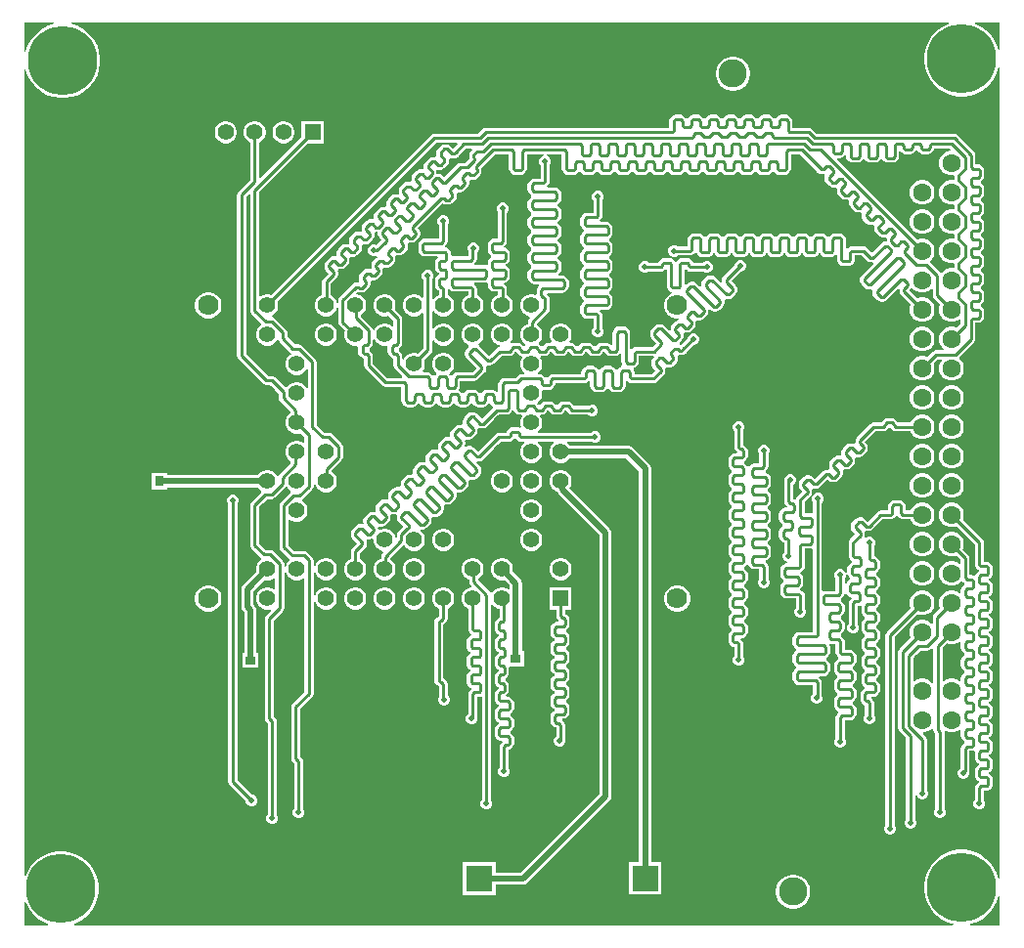
<source format=gtl>
G04*
G04 #@! TF.GenerationSoftware,Altium Limited,Altium Designer,25.4.2 (15)*
G04*
G04 Layer_Physical_Order=1*
G04 Layer_Color=255*
%FSLAX44Y44*%
%MOMM*%
G71*
G04*
G04 #@! TF.SameCoordinates,3376916D-7717-44A7-936A-FC15E23AF39E*
G04*
G04*
G04 #@! TF.FilePolarity,Positive*
G04*
G01*
G75*
%ADD12C,0.5080*%
%ADD17C,0.2540*%
%ADD18R,0.9000X0.8000*%
%ADD19R,0.8000X0.9000*%
%ADD20C,2.4500*%
%ADD21R,2.3000X2.3000*%
%ADD29C,1.4080*%
%ADD30C,1.7800*%
%ADD31R,1.4080X1.4080*%
%ADD32C,1.4000*%
%ADD33R,1.4000X1.4000*%
%ADD34C,1.6002*%
%ADD35C,6.0000*%
%ADD36C,0.5000*%
G36*
X844550Y758219D02*
X843280Y758119D01*
X843269Y758190D01*
X841686Y763061D01*
X839361Y767625D01*
X836350Y771768D01*
X832728Y775390D01*
X828585Y778401D01*
X824021Y780726D01*
X823024Y781050D01*
X823225Y782320D01*
X844550D01*
Y758219D01*
D02*
G37*
G36*
X25471Y781050D02*
X25400Y781039D01*
X20529Y779456D01*
X15965Y777131D01*
X11822Y774120D01*
X8200Y770498D01*
X5189Y766355D01*
X2864Y761791D01*
X1281Y756920D01*
X1270Y756849D01*
X0Y756949D01*
Y782320D01*
X25371D01*
X25471Y781050D01*
D02*
G37*
G36*
X800036D02*
X799039Y780726D01*
X794475Y778401D01*
X790332Y775390D01*
X786710Y771768D01*
X783699Y767625D01*
X781374Y763061D01*
X779791Y758190D01*
X778990Y753131D01*
Y748009D01*
X779791Y742950D01*
X781374Y738079D01*
X783699Y733515D01*
X786710Y729372D01*
X790332Y725750D01*
X794475Y722739D01*
X799039Y720414D01*
X803910Y718831D01*
X808969Y718030D01*
X814091D01*
X819150Y718831D01*
X824021Y720414D01*
X828585Y722739D01*
X832728Y725750D01*
X836350Y729372D01*
X839361Y733515D01*
X841686Y738079D01*
X843269Y742950D01*
X843280Y743021D01*
X844550Y742921D01*
Y40669D01*
X843280Y40569D01*
X843269Y40640D01*
X841686Y45511D01*
X839361Y50075D01*
X836350Y54218D01*
X832728Y57840D01*
X828585Y60851D01*
X824021Y63176D01*
X819150Y64759D01*
X814091Y65560D01*
X808969D01*
X803910Y64759D01*
X799039Y63176D01*
X794475Y60851D01*
X790332Y57840D01*
X786710Y54218D01*
X783699Y50075D01*
X781374Y45511D01*
X779791Y40640D01*
X778990Y35581D01*
Y30459D01*
X779791Y25400D01*
X781374Y20529D01*
X783699Y15965D01*
X786710Y11822D01*
X790332Y8200D01*
X794475Y5189D01*
X799039Y2864D01*
X803910Y1281D01*
X803981Y1270D01*
X803881Y0D01*
X43445D01*
X43244Y1270D01*
X44241Y1594D01*
X48805Y3919D01*
X52948Y6930D01*
X56570Y10552D01*
X59581Y14695D01*
X61906Y19259D01*
X63489Y24130D01*
X64290Y29189D01*
Y34311D01*
X63489Y39370D01*
X61906Y44241D01*
X59581Y48805D01*
X56570Y52948D01*
X52948Y56570D01*
X48805Y59581D01*
X44241Y61906D01*
X39370Y63489D01*
X34311Y64290D01*
X29189D01*
X24130Y63489D01*
X19259Y61906D01*
X14695Y59581D01*
X10552Y56570D01*
X6930Y52948D01*
X3919Y48805D01*
X1594Y44241D01*
X1270Y43244D01*
X0Y43445D01*
Y741651D01*
X1270Y741751D01*
X1281Y741680D01*
X2864Y736809D01*
X5189Y732245D01*
X8200Y728102D01*
X11822Y724480D01*
X15965Y721469D01*
X20529Y719144D01*
X25400Y717561D01*
X30459Y716760D01*
X35581D01*
X40640Y717561D01*
X45511Y719144D01*
X50075Y721469D01*
X54218Y724480D01*
X57840Y728102D01*
X60851Y732245D01*
X63176Y736809D01*
X64759Y741680D01*
X65560Y746739D01*
Y751861D01*
X64759Y756920D01*
X63176Y761791D01*
X60851Y766355D01*
X57840Y770498D01*
X54218Y774120D01*
X50075Y777131D01*
X45511Y779456D01*
X40640Y781039D01*
X40569Y781050D01*
X40669Y782320D01*
X799835D01*
X800036Y781050D01*
D02*
G37*
G36*
X844550Y25371D02*
Y0D01*
X819179D01*
X819079Y1270D01*
X819150Y1281D01*
X824021Y2864D01*
X828585Y5189D01*
X832728Y8200D01*
X836350Y11822D01*
X839361Y15965D01*
X841686Y20529D01*
X843269Y25400D01*
X843280Y25471D01*
X844550Y25371D01*
D02*
G37*
G36*
X1594Y19259D02*
X3919Y14695D01*
X6930Y10552D01*
X10552Y6930D01*
X14695Y3919D01*
X19259Y1594D01*
X20256Y1270D01*
X20055Y0D01*
X0D01*
Y20055D01*
X1270Y20256D01*
X1594Y19259D01*
D02*
G37*
%LPC*%
G36*
X614867Y752660D02*
X611953D01*
X609096Y752092D01*
X606404Y750977D01*
X603982Y749358D01*
X601922Y747298D01*
X600303Y744876D01*
X599188Y742184D01*
X598620Y739327D01*
Y736413D01*
X599188Y733556D01*
X600303Y730864D01*
X601922Y728442D01*
X603982Y726382D01*
X606404Y724763D01*
X609096Y723649D01*
X611953Y723080D01*
X614867D01*
X617724Y723649D01*
X620416Y724763D01*
X622838Y726382D01*
X624898Y728442D01*
X626517Y730864D01*
X627632Y733556D01*
X628200Y736413D01*
Y739327D01*
X627632Y742184D01*
X626517Y744876D01*
X624898Y747298D01*
X622838Y749358D01*
X620416Y750977D01*
X617724Y752092D01*
X614867Y752660D01*
D02*
G37*
G36*
X659409Y702230D02*
X654837D01*
X653351Y701934D01*
X652090Y701092D01*
X650566Y699568D01*
X650267Y699120D01*
X648739D01*
X648440Y699568D01*
X646916Y701092D01*
X645656Y701934D01*
X644169Y702230D01*
X639597D01*
X638111Y701934D01*
X636850Y701092D01*
X635326Y699568D01*
X635027Y699120D01*
X633499D01*
X633200Y699568D01*
X631676Y701092D01*
X630416Y701934D01*
X628929Y702230D01*
X624357D01*
X622871Y701934D01*
X621610Y701092D01*
X620086Y699568D01*
X619787Y699120D01*
X618259D01*
X617960Y699568D01*
X616436Y701092D01*
X615176Y701934D01*
X613689Y702230D01*
X609117D01*
X607631Y701934D01*
X606370Y701092D01*
X604846Y699568D01*
X604547Y699120D01*
X603019D01*
X602720Y699568D01*
X601196Y701092D01*
X599936Y701934D01*
X598449Y702230D01*
X593877D01*
X592391Y701934D01*
X591130Y701092D01*
X589606Y699568D01*
X589307Y699120D01*
X587779D01*
X587480Y699568D01*
X585956Y701092D01*
X584696Y701934D01*
X583209Y702230D01*
X578637D01*
X577151Y701934D01*
X575890Y701092D01*
X574366Y699568D01*
X574067Y699120D01*
X572539D01*
X572240Y699568D01*
X570716Y701092D01*
X569456Y701934D01*
X567969Y702230D01*
X563397D01*
X561911Y701934D01*
X560650Y701092D01*
X559126Y699568D01*
X558284Y698308D01*
X557989Y696821D01*
Y690955D01*
X399313D01*
X397827Y690659D01*
X396566Y689817D01*
X392624Y685875D01*
X354930D01*
X353443Y685579D01*
X352183Y684737D01*
X213639Y546193D01*
X211411Y546790D01*
X208889D01*
X206452Y546137D01*
X204455Y544984D01*
X203185Y545392D01*
Y635371D01*
X245344Y677530D01*
X258930D01*
Y696610D01*
X239850D01*
Y683024D01*
X204448Y647622D01*
X203275Y648108D01*
Y678297D01*
X205248Y679436D01*
X207024Y681212D01*
X208280Y683388D01*
X208930Y685814D01*
Y688326D01*
X208280Y690752D01*
X207024Y692928D01*
X205248Y694704D01*
X203072Y695960D01*
X200646Y696610D01*
X198134D01*
X195708Y695960D01*
X193532Y694704D01*
X191756Y692928D01*
X190500Y690752D01*
X189850Y688326D01*
Y685814D01*
X190500Y683388D01*
X191756Y681212D01*
X193532Y679436D01*
X195505Y678297D01*
Y645863D01*
X185213Y635571D01*
X184371Y634311D01*
X184075Y632824D01*
Y493256D01*
X184371Y491769D01*
X185213Y490509D01*
X206255Y469467D01*
X207516Y468624D01*
X209002Y468329D01*
X212682D01*
X220108Y460902D01*
Y457223D01*
X220404Y455736D01*
X221246Y454476D01*
X230603Y445119D01*
X230478Y443744D01*
X229668Y443276D01*
X227884Y441492D01*
X226623Y439308D01*
X225970Y436871D01*
Y434349D01*
X226623Y431912D01*
X227884Y429728D01*
X229668Y427944D01*
X231852Y426683D01*
X234289Y426030D01*
X236811D01*
X239039Y426627D01*
X242515Y423151D01*
Y418392D01*
X241245Y417984D01*
X239248Y419137D01*
X236811Y419790D01*
X234289D01*
X231852Y419137D01*
X229668Y417876D01*
X227884Y416092D01*
X226623Y413908D01*
X225970Y411471D01*
Y408949D01*
X226623Y406512D01*
X227884Y404328D01*
X229668Y402544D01*
X230478Y402076D01*
X230603Y400701D01*
X220607Y390705D01*
X219892Y389636D01*
X219066Y389491D01*
X218487Y389530D01*
X217816Y390692D01*
X216032Y392476D01*
X213848Y393737D01*
X211411Y394390D01*
X208889D01*
X206452Y393737D01*
X204268Y392476D01*
X202484Y390692D01*
X202078Y389990D01*
X123260D01*
Y391850D01*
X110180D01*
Y377770D01*
X123260D01*
Y379631D01*
X202078D01*
X202484Y378928D01*
X204268Y377144D01*
X204890Y376785D01*
X205099Y375197D01*
X196553Y366651D01*
X195711Y365391D01*
X195415Y363904D01*
Y329516D01*
X195711Y328029D01*
X196553Y326769D01*
X204759Y318563D01*
X205190Y318275D01*
X205141Y316780D01*
X204268Y316276D01*
X202484Y314492D01*
X201223Y312308D01*
X200570Y309871D01*
Y307349D01*
X200780Y306565D01*
X189287Y295072D01*
X188165Y293392D01*
X187770Y291410D01*
Y276086D01*
X188165Y274103D01*
X189287Y272423D01*
X190401Y271310D01*
Y236290D01*
X188540D01*
Y223210D01*
X202620D01*
Y236290D01*
X200760D01*
Y273456D01*
X200365Y275438D01*
X199242Y277118D01*
X198129Y278231D01*
Y289265D01*
X208105Y299240D01*
X208889Y299030D01*
X211411D01*
X213848Y299683D01*
X215845Y300836D01*
X217115Y300428D01*
Y291392D01*
X215845Y290984D01*
X213848Y292137D01*
X211411Y292790D01*
X208889D01*
X206452Y292137D01*
X204268Y290876D01*
X202484Y289092D01*
X201223Y286908D01*
X200570Y284471D01*
Y281949D01*
X201223Y279512D01*
X202484Y277328D01*
X204268Y275544D01*
X206452Y274283D01*
X208889Y273630D01*
X211411D01*
X212905Y274030D01*
X213562Y272892D01*
X209343Y268673D01*
X208501Y267412D01*
X208205Y265926D01*
Y179016D01*
X208501Y177529D01*
X209343Y176269D01*
X210745Y174867D01*
Y95913D01*
X210357Y95525D01*
X209590Y93673D01*
Y91667D01*
X210357Y89815D01*
X211775Y88397D01*
X213627Y87630D01*
X215632D01*
X217485Y88397D01*
X218903Y89815D01*
X219670Y91667D01*
Y93673D01*
X218903Y95525D01*
X218515Y95913D01*
Y176476D01*
X218219Y177962D01*
X217377Y179223D01*
X215975Y180625D01*
Y264317D01*
X223747Y272089D01*
X224589Y273349D01*
X224885Y274836D01*
Y306492D01*
X226155Y306660D01*
X226623Y304912D01*
X227884Y302728D01*
X229668Y300944D01*
X231852Y299683D01*
X234289Y299030D01*
X236811D01*
X239248Y299683D01*
X241245Y300836D01*
X242515Y300428D01*
Y202270D01*
X232203Y191958D01*
X231361Y190697D01*
X231065Y189211D01*
Y144468D01*
X231361Y142982D01*
X232203Y141721D01*
X233605Y140319D01*
Y101033D01*
X233217Y100645D01*
X232450Y98792D01*
Y96788D01*
X233217Y94935D01*
X234635Y93517D01*
X236488Y92750D01*
X238493D01*
X240345Y93517D01*
X241763Y94935D01*
X242530Y96788D01*
Y98792D01*
X241763Y100645D01*
X241375Y101033D01*
Y141928D01*
X241079Y143415D01*
X240237Y144675D01*
X238835Y146077D01*
Y187602D01*
X249147Y197914D01*
X249989Y199174D01*
X250285Y200661D01*
Y281092D01*
X251555Y281260D01*
X252023Y279512D01*
X253284Y277328D01*
X255068Y275544D01*
X257252Y274283D01*
X259689Y273630D01*
X262211D01*
X264648Y274283D01*
X266832Y275544D01*
X268616Y277328D01*
X269877Y279512D01*
X270530Y281949D01*
Y284471D01*
X269877Y286908D01*
X268616Y289092D01*
X266832Y290876D01*
X264648Y292137D01*
X262211Y292790D01*
X259689D01*
X257252Y292137D01*
X255068Y290876D01*
X253284Y289092D01*
X252023Y286908D01*
X251555Y285160D01*
X250285Y285328D01*
Y306492D01*
X251555Y306660D01*
X252023Y304912D01*
X253284Y302728D01*
X255068Y300944D01*
X257252Y299683D01*
X259689Y299030D01*
X262211D01*
X264648Y299683D01*
X266832Y300944D01*
X268616Y302728D01*
X269877Y304912D01*
X270530Y307349D01*
Y309871D01*
X269877Y312308D01*
X268616Y314492D01*
X266832Y316276D01*
X264648Y317537D01*
X262211Y318190D01*
X259689D01*
X257252Y317537D01*
X255068Y316276D01*
X253284Y314492D01*
X252023Y312308D01*
X251555Y310560D01*
X250285Y310728D01*
Y316210D01*
X249989Y317697D01*
X249147Y318957D01*
X244920Y323184D01*
X243659Y324026D01*
X242173Y324322D01*
X233622D01*
X228585Y329359D01*
Y351228D01*
X229855Y351636D01*
X231852Y350483D01*
X234289Y349830D01*
X236811D01*
X239248Y350483D01*
X241432Y351744D01*
X243216Y353528D01*
X244477Y355712D01*
X245130Y358149D01*
Y360671D01*
X244477Y363108D01*
X243216Y365292D01*
X241432Y367076D01*
X240559Y367580D01*
X240510Y369075D01*
X240941Y369363D01*
X249147Y377569D01*
X249989Y378829D01*
X250285Y380316D01*
Y382692D01*
X251555Y382860D01*
X252023Y381112D01*
X253284Y378928D01*
X255068Y377144D01*
X257252Y375883D01*
X259689Y375230D01*
X262211D01*
X264648Y375883D01*
X266832Y377144D01*
X268616Y378928D01*
X269877Y381112D01*
X270530Y383549D01*
Y386071D01*
X269877Y388508D01*
X268616Y390692D01*
X266832Y392476D01*
X266022Y392944D01*
X265897Y394319D01*
X274547Y402969D01*
X275389Y404229D01*
X275685Y405716D01*
Y414704D01*
X275389Y416191D01*
X274547Y417451D01*
X266341Y425657D01*
X265081Y426499D01*
X263594Y426795D01*
X259915D01*
X253060Y433650D01*
Y488129D01*
X252764Y489616D01*
X251922Y490876D01*
X240478Y502319D01*
X239218Y503162D01*
X237732Y503457D01*
X234052D01*
X227428Y510081D01*
Y513760D01*
X227133Y515247D01*
X226290Y516507D01*
X216813Y525985D01*
X215553Y526827D01*
X214223Y527092D01*
X214030Y527560D01*
X214038Y528393D01*
X216032Y529544D01*
X217816Y531328D01*
X219077Y533512D01*
X219730Y535949D01*
Y538471D01*
X219133Y540699D01*
X356539Y678105D01*
X374574D01*
X375060Y676932D01*
X371035Y672907D01*
X368573Y675369D01*
X367313Y676211D01*
X365826Y676506D01*
X363671D01*
X362185Y676211D01*
X360924Y675369D01*
X357691Y672136D01*
X356849Y670875D01*
X356554Y669389D01*
Y667234D01*
X356659Y666705D01*
X355579Y665625D01*
X355050Y665730D01*
X352895D01*
X351408Y665434D01*
X350148Y664592D01*
X346915Y661359D01*
X346073Y660099D01*
X345777Y658613D01*
Y656457D01*
X345882Y655929D01*
X344802Y654849D01*
X344274Y654954D01*
X342118D01*
X340632Y654658D01*
X339372Y653816D01*
X336139Y650583D01*
X335297Y649323D01*
X335001Y647836D01*
Y645681D01*
X335106Y645152D01*
X334026Y644072D01*
X333498Y644177D01*
X331342D01*
X329856Y643882D01*
X328595Y643040D01*
X325363Y639807D01*
X324520Y638546D01*
X324225Y637060D01*
Y634905D01*
X324330Y634376D01*
X323250Y633296D01*
X322721Y633401D01*
X320566D01*
X319079Y633105D01*
X317819Y632263D01*
X314586Y629030D01*
X313744Y627770D01*
X313448Y626284D01*
Y624128D01*
X313554Y623600D01*
X312474Y622520D01*
X311945Y622625D01*
X309790D01*
X308303Y622329D01*
X307043Y621487D01*
X303810Y618254D01*
X302968Y616994D01*
X302672Y615507D01*
Y613352D01*
X302777Y612823D01*
X301697Y611743D01*
X301169Y611848D01*
X299013D01*
X297527Y611553D01*
X296266Y610711D01*
X293034Y607478D01*
X292192Y606217D01*
X291896Y604731D01*
Y602576D01*
X292001Y602047D01*
X290921Y600967D01*
X290392Y601072D01*
X288237D01*
X286750Y600776D01*
X285490Y599934D01*
X282257Y596702D01*
X281415Y595441D01*
X281119Y593955D01*
Y591799D01*
X281225Y591271D01*
X280145Y590191D01*
X279616Y590296D01*
X277461D01*
X275974Y590000D01*
X274714Y589158D01*
X271481Y585925D01*
X270639Y584665D01*
X270343Y583178D01*
Y581023D01*
X270448Y580494D01*
X269368Y579414D01*
X268840Y579520D01*
X266684D01*
X265198Y579224D01*
X263937Y578382D01*
X260705Y575149D01*
X259862Y573889D01*
X259567Y572402D01*
Y570247D01*
X259862Y568760D01*
X260705Y567500D01*
X263166Y565038D01*
X258729Y560601D01*
X257887Y559341D01*
X257591Y557854D01*
Y546228D01*
X257252Y546137D01*
X255068Y544876D01*
X253284Y543092D01*
X252023Y540908D01*
X251370Y538471D01*
Y535949D01*
X252023Y533512D01*
X253284Y531328D01*
X255068Y529544D01*
X257252Y528283D01*
X259689Y527630D01*
X262211D01*
X264648Y528283D01*
X266832Y529544D01*
X268616Y531328D01*
X269877Y533512D01*
X270345Y535260D01*
X271615Y535092D01*
Y522660D01*
X271911Y521173D01*
X272753Y519913D01*
X277367Y515299D01*
X276770Y513071D01*
Y510549D01*
X277423Y508112D01*
X278684Y505928D01*
X280468Y504144D01*
X282652Y502883D01*
X285089Y502230D01*
X287611D01*
X287811Y502284D01*
X288738Y501415D01*
X288688Y501165D01*
Y496593D01*
X288984Y495106D01*
X289826Y493846D01*
X291350Y492322D01*
X292610Y491480D01*
X294022Y491199D01*
Y484909D01*
X294318Y483422D01*
X295160Y482162D01*
X309589Y467733D01*
X310849Y466891D01*
X312336Y466595D01*
X326231D01*
Y454224D01*
X326527Y452737D01*
X327369Y451477D01*
X328893Y449953D01*
X330153Y449111D01*
X331640Y448815D01*
X336212D01*
X337698Y449111D01*
X338959Y449953D01*
X340483Y451477D01*
X340782Y451925D01*
X342309D01*
X342609Y451477D01*
X344133Y449953D01*
X345393Y449111D01*
X346880Y448815D01*
X351452D01*
X352938Y449111D01*
X354199Y449953D01*
X355723Y451477D01*
X356022Y451925D01*
X357550D01*
X357849Y451477D01*
X359373Y449953D01*
X360633Y449111D01*
X362120Y448815D01*
X366692D01*
X368178Y449111D01*
X369439Y449953D01*
X370963Y451477D01*
X371262Y451925D01*
X372789D01*
X373089Y451477D01*
X374613Y449953D01*
X375873Y449111D01*
X377360Y448815D01*
X381932D01*
X383418Y449111D01*
X384679Y449953D01*
X386203Y451477D01*
X386502Y451925D01*
X388030D01*
X388329Y451477D01*
X389853Y449953D01*
X391113Y449111D01*
X392600Y448815D01*
X397172D01*
X398658Y449111D01*
X399919Y449953D01*
X401443Y451477D01*
X401742Y451925D01*
X403270D01*
X403569Y451477D01*
X405093Y449953D01*
X405234Y448332D01*
X395909Y439007D01*
X391562Y443355D01*
X390301Y444197D01*
X388815Y444492D01*
X386660D01*
X385173Y444197D01*
X383913Y443355D01*
X380680Y440122D01*
X379838Y438861D01*
X379542Y437375D01*
Y435220D01*
X379647Y434691D01*
X378567Y433611D01*
X378038Y433716D01*
X375883D01*
X374397Y433420D01*
X373136Y432578D01*
X369903Y429345D01*
X369061Y428085D01*
X368766Y426599D01*
Y424443D01*
X368871Y423915D01*
X367791Y422835D01*
X367262Y422940D01*
X365107D01*
X363620Y422644D01*
X362360Y421802D01*
X359127Y418569D01*
X358285Y417309D01*
X357989Y415822D01*
Y413667D01*
X358094Y413138D01*
X357014Y412058D01*
X356486Y412163D01*
X354330D01*
X352844Y411868D01*
X351584Y411026D01*
X348351Y407793D01*
X347509Y406533D01*
X347213Y405046D01*
Y402891D01*
X347318Y402362D01*
X346238Y401282D01*
X345709Y401387D01*
X343554D01*
X342068Y401091D01*
X340807Y400249D01*
X337575Y397016D01*
X336732Y395756D01*
X336437Y394270D01*
Y392114D01*
X336542Y391586D01*
X335462Y390506D01*
X334933Y390611D01*
X332778D01*
X331291Y390315D01*
X330031Y389473D01*
X326798Y386240D01*
X325956Y384980D01*
X325660Y383493D01*
Y381338D01*
X325765Y380810D01*
X324686Y379729D01*
X324157Y379835D01*
X322002D01*
X320515Y379539D01*
X319255Y378697D01*
X316022Y375464D01*
X315180Y374204D01*
X314884Y372717D01*
Y370562D01*
X314989Y370033D01*
X313909Y368953D01*
X313381Y369058D01*
X311225D01*
X309739Y368763D01*
X308479Y367920D01*
X305245Y364688D01*
X304403Y363427D01*
X304108Y361941D01*
Y359785D01*
X304213Y359257D01*
X303133Y358177D01*
X302604Y358282D01*
X300449D01*
X298962Y357986D01*
X297702Y357144D01*
X294469Y353911D01*
X293627Y352651D01*
X293331Y351164D01*
Y349009D01*
X293437Y348481D01*
X292356Y347401D01*
X291828Y347506D01*
X289673D01*
X288186Y347210D01*
X286926Y346368D01*
X283693Y343135D01*
X282851Y341875D01*
X282555Y340388D01*
Y338233D01*
X282851Y336746D01*
X283693Y335486D01*
X288040Y331138D01*
X283603Y326701D01*
X282761Y325441D01*
X282465Y323954D01*
Y317429D01*
X280468Y316276D01*
X278684Y314492D01*
X277423Y312308D01*
X276770Y309871D01*
Y307349D01*
X277423Y304912D01*
X278684Y302728D01*
X280468Y300944D01*
X282652Y299683D01*
X285089Y299030D01*
X287611D01*
X290048Y299683D01*
X292232Y300944D01*
X294016Y302728D01*
X295277Y304912D01*
X295930Y307349D01*
Y309871D01*
X295277Y312308D01*
X294016Y314492D01*
X292232Y316276D01*
X290235Y317429D01*
Y322345D01*
X294305Y326416D01*
X294305Y326416D01*
X295203Y327314D01*
X296045Y328574D01*
X296341Y330061D01*
Y332216D01*
X296072Y333569D01*
X296483Y334244D01*
X296684Y334493D01*
X296901Y334707D01*
X299012D01*
X300499Y335003D01*
X300900Y335271D01*
X302170Y334592D01*
Y332749D01*
X302823Y330312D01*
X304084Y328128D01*
X305868Y326344D01*
X308052Y325083D01*
X310280Y324486D01*
X310890Y323299D01*
X309797Y322207D01*
X308955Y320947D01*
X308659Y319460D01*
Y317700D01*
X308052Y317537D01*
X305868Y316276D01*
X304084Y314492D01*
X302823Y312308D01*
X302170Y309871D01*
Y307349D01*
X302823Y304912D01*
X304084Y302728D01*
X305868Y300944D01*
X308052Y299683D01*
X310489Y299030D01*
X313011D01*
X315448Y299683D01*
X317632Y300944D01*
X319416Y302728D01*
X320677Y304912D01*
X321330Y307349D01*
Y309871D01*
X320677Y312308D01*
X319416Y314492D01*
X317632Y316276D01*
X316822Y316744D01*
X316697Y318119D01*
X327729Y329152D01*
X328989Y328986D01*
X329484Y328128D01*
X331268Y326344D01*
X333452Y325083D01*
X335889Y324430D01*
X338411D01*
X340848Y325083D01*
X343032Y326344D01*
X344816Y328128D01*
X346077Y330312D01*
X346730Y332749D01*
Y335271D01*
X346077Y337708D01*
X344816Y339892D01*
X343032Y341676D01*
X342913Y341745D01*
X343008Y342410D01*
X343321Y342976D01*
X345244D01*
X346730Y343271D01*
X347991Y344114D01*
X351223Y347346D01*
X352066Y348607D01*
X352361Y350093D01*
Y352249D01*
X352256Y352777D01*
X352290Y352890D01*
X353224Y353823D01*
X353336Y353857D01*
X353865Y353752D01*
X356020D01*
X357507Y354048D01*
X358767Y354890D01*
X362000Y358123D01*
X362842Y359383D01*
X363138Y360870D01*
Y363025D01*
X363032Y363554D01*
X363066Y363666D01*
X364000Y364600D01*
X364113Y364634D01*
X364641Y364528D01*
X366796D01*
X368283Y364824D01*
X369543Y365666D01*
X372776Y368899D01*
X373618Y370159D01*
X373914Y371646D01*
Y373801D01*
X373809Y374330D01*
X373843Y374442D01*
X374776Y375376D01*
X374889Y375410D01*
X375417Y375305D01*
X377573D01*
X379059Y375600D01*
X380320Y376442D01*
X383552Y379675D01*
X384394Y380936D01*
X384690Y382422D01*
Y384577D01*
X384585Y385106D01*
X385665Y386186D01*
X386194Y386081D01*
X388349D01*
X389836Y386377D01*
X391096Y387219D01*
X394329Y390452D01*
X395171Y391712D01*
X395466Y393199D01*
Y395354D01*
X395171Y396840D01*
X394329Y398101D01*
X391508Y400921D01*
X391535Y401119D01*
X392074Y402151D01*
X393831D01*
X395318Y402447D01*
X396578Y403289D01*
X397476Y404187D01*
X397476Y404187D01*
X412315Y419025D01*
X419342D01*
X420828Y419321D01*
X422089Y420163D01*
X423613Y421687D01*
X423912Y422135D01*
X425439D01*
X425739Y421687D01*
X427263Y420163D01*
X428523Y419321D01*
X430010Y419025D01*
X432560D01*
X432594Y418899D01*
X432747Y417755D01*
X431084Y416092D01*
X429823Y413908D01*
X429170Y411471D01*
Y408949D01*
X429823Y406512D01*
X431084Y404328D01*
X432868Y402544D01*
X435052Y401283D01*
X437489Y400630D01*
X440011D01*
X442448Y401283D01*
X444632Y402544D01*
X446416Y404328D01*
X447677Y406512D01*
X448330Y408949D01*
Y411471D01*
X447677Y413908D01*
X446416Y416092D01*
X444753Y417755D01*
X444906Y418899D01*
X444940Y419025D01*
X457960D01*
X457994Y418899D01*
X458147Y417755D01*
X456484Y416092D01*
X455223Y413908D01*
X454570Y411471D01*
Y408949D01*
X455223Y406512D01*
X456484Y404328D01*
X458268Y402544D01*
X460452Y401283D01*
X462889Y400630D01*
X465411D01*
X467848Y401283D01*
X470032Y402544D01*
X471816Y404328D01*
X472222Y405031D01*
X521095D01*
X532131Y393995D01*
Y54780D01*
X523270D01*
Y26700D01*
X551350D01*
Y54780D01*
X542490D01*
Y396140D01*
X542095Y398122D01*
X540973Y399803D01*
X526903Y413872D01*
X525222Y414995D01*
X523240Y415390D01*
X472222D01*
X471816Y416092D01*
X470153Y417755D01*
X470306Y418899D01*
X470340Y419025D01*
X490787D01*
X491175Y418637D01*
X493027Y417870D01*
X495033D01*
X496885Y418637D01*
X498303Y420055D01*
X499070Y421908D01*
Y423913D01*
X498303Y425765D01*
X496885Y427183D01*
X495033Y427950D01*
X493027D01*
X491175Y427183D01*
X490787Y426795D01*
X444940D01*
X444906Y426922D01*
X444753Y428065D01*
X446416Y429728D01*
X447677Y431912D01*
X448330Y434349D01*
Y436871D01*
X447677Y439308D01*
X446524Y441305D01*
X446932Y442575D01*
X447972D01*
X449458Y442871D01*
X450719Y443713D01*
X452243Y445237D01*
X452584Y445748D01*
X454028D01*
X454369Y445237D01*
X455893Y443713D01*
X457153Y442871D01*
X458640Y442575D01*
X463212D01*
X464698Y442871D01*
X465959Y443713D01*
X467483Y445237D01*
X467824Y445748D01*
X469268D01*
X469609Y445237D01*
X471133Y443713D01*
X472393Y442871D01*
X473880Y442575D01*
X487557D01*
X488635Y441497D01*
X490488Y440730D01*
X492492D01*
X494345Y441497D01*
X495763Y442915D01*
X496530Y444767D01*
Y446772D01*
X495763Y448625D01*
X494345Y450043D01*
X492492Y450810D01*
X490488D01*
X489364Y450345D01*
X475796D01*
X475103Y451383D01*
X473579Y452907D01*
X472318Y453749D01*
X470832Y454045D01*
X466260D01*
X464773Y453749D01*
X463513Y452907D01*
X461989Y451383D01*
X461648Y450872D01*
X460204D01*
X459863Y451383D01*
X458339Y452907D01*
X457078Y453749D01*
X455592Y454045D01*
X451020D01*
X449533Y453749D01*
X448273Y452907D01*
X446749Y451383D01*
X446408Y450872D01*
X444964D01*
X444623Y451383D01*
X444120Y451885D01*
X444286Y453144D01*
X444632Y453344D01*
X446416Y455128D01*
X447677Y457312D01*
X448330Y459749D01*
Y462271D01*
X448164Y462889D01*
X449187Y463980D01*
X449502Y463918D01*
X454074D01*
X455560Y464213D01*
X456821Y465055D01*
X458345Y466579D01*
X459187Y467840D01*
X459482Y469326D01*
Y469825D01*
X484554D01*
X486040Y470121D01*
X487301Y470963D01*
X488543Y472206D01*
X489654Y471857D01*
X489813Y471736D01*
Y467288D01*
X490109Y465801D01*
X490951Y464541D01*
X492475Y463017D01*
X493735Y462175D01*
X495222Y461879D01*
X499794D01*
X501281Y462175D01*
X502541Y463017D01*
X504065Y464541D01*
X504364Y464989D01*
X505892D01*
X506191Y464541D01*
X507715Y463017D01*
X508975Y462175D01*
X510462Y461879D01*
X515034D01*
X516521Y462175D01*
X517781Y463017D01*
X519305Y464541D01*
X520147Y465801D01*
X520443Y467288D01*
Y471736D01*
X520602Y471857D01*
X521712Y472206D01*
X522955Y470963D01*
X524215Y470121D01*
X525702Y469825D01*
X544830D01*
X546317Y470121D01*
X547577Y470963D01*
X553683Y477070D01*
X554525Y478330D01*
X554821Y479817D01*
Y481972D01*
X554716Y482500D01*
X555688Y483548D01*
X555796Y483581D01*
X556325Y483475D01*
X558480D01*
X559967Y483771D01*
X561227Y484613D01*
X564460Y487846D01*
X565302Y489106D01*
X565597Y490593D01*
Y492748D01*
X565492Y493277D01*
X566572Y494357D01*
X567101Y494252D01*
X569256D01*
X570743Y494547D01*
X572003Y495389D01*
X572901Y496287D01*
X572901Y496287D01*
X579574Y502960D01*
X580122D01*
X581975Y503727D01*
X583393Y505145D01*
X584160Y506997D01*
Y509002D01*
X583393Y510855D01*
X581975Y512273D01*
X580122Y513040D01*
X578117D01*
X576265Y512273D01*
X574847Y510855D01*
X574080Y509002D01*
Y508454D01*
X568312Y502686D01*
X567197Y503249D01*
X566904Y504395D01*
X566921Y504736D01*
X569365Y507180D01*
X570207Y508441D01*
X570503Y509927D01*
Y512083D01*
X570398Y512611D01*
X571478Y513691D01*
X572006Y513586D01*
X574162D01*
X575648Y513882D01*
X576909Y514724D01*
X580141Y517957D01*
X580984Y519217D01*
X581279Y520704D01*
Y522859D01*
X581174Y523387D01*
X582254Y524468D01*
X582783Y524362D01*
X584938D01*
X586425Y524658D01*
X587685Y525500D01*
X590918Y528733D01*
X591760Y529993D01*
X592056Y531480D01*
Y533237D01*
X593087Y533776D01*
X593285Y533803D01*
X594050Y533038D01*
X595311Y532196D01*
X596797Y531901D01*
X598952D01*
X600439Y532196D01*
X601699Y533038D01*
X604932Y536271D01*
X605774Y537532D01*
X606070Y539018D01*
Y541173D01*
X605965Y541702D01*
X607045Y542782D01*
X607574Y542677D01*
X609729D01*
X611215Y542973D01*
X612476Y543815D01*
X615709Y547048D01*
X616551Y548308D01*
X616846Y549795D01*
Y551950D01*
X616551Y553436D01*
X615709Y554697D01*
X612079Y558326D01*
X620214Y566460D01*
X620762D01*
X622615Y567227D01*
X624033Y568645D01*
X624800Y570498D01*
Y572503D01*
X624033Y574355D01*
X622615Y575773D01*
X620762Y576540D01*
X618758D01*
X616905Y575773D01*
X615487Y574355D01*
X614720Y572503D01*
Y571954D01*
X605815Y563048D01*
X605815Y563048D01*
X604916Y562150D01*
X604074Y560890D01*
X603779Y559403D01*
Y557646D01*
X602747Y557107D01*
X602549Y557080D01*
X597890Y561739D01*
X596629Y562581D01*
X595143Y562877D01*
X592988D01*
X591501Y562581D01*
X590241Y561739D01*
X587008Y558506D01*
X586166Y557246D01*
X585870Y555759D01*
Y554002D01*
X584838Y553463D01*
X584640Y553436D01*
X581763Y556313D01*
X580503Y557155D01*
X579016Y557451D01*
X576861D01*
X575374Y557155D01*
X574114Y556313D01*
X572845Y555043D01*
X571575Y555569D01*
Y568256D01*
X571734Y568377D01*
X572845Y568726D01*
X574087Y567483D01*
X575347Y566641D01*
X576834Y566345D01*
X587625D01*
X588013Y565957D01*
X589865Y565190D01*
X591870D01*
X593722Y565957D01*
X595140Y567375D01*
X595908Y569227D01*
Y571232D01*
X595140Y573085D01*
X593722Y574503D01*
X591870Y575270D01*
X589865D01*
X588013Y574503D01*
X587625Y574115D01*
X578918D01*
X578899Y574212D01*
X578057Y575472D01*
X576533Y576996D01*
X575273Y577838D01*
X573786Y578134D01*
X569214D01*
X567727Y577838D01*
X566467Y576996D01*
X564943Y575472D01*
X564644Y575024D01*
X563116D01*
X562817Y575472D01*
X561293Y576996D01*
X560033Y577838D01*
X558546Y578134D01*
X553974D01*
X552487Y577838D01*
X551227Y576996D01*
X549703Y575472D01*
X548861Y574212D01*
X548842Y574115D01*
X540453D01*
X540065Y574503D01*
X538213Y575270D01*
X536208D01*
X534355Y574503D01*
X532937Y573085D01*
X532170Y571232D01*
Y569227D01*
X532937Y567375D01*
X534355Y565957D01*
X536208Y565190D01*
X538213D01*
X540065Y565957D01*
X540453Y566345D01*
X550926D01*
X552413Y566641D01*
X553673Y567483D01*
X554915Y568726D01*
X556026Y568377D01*
X556185Y568256D01*
Y553974D01*
X556481Y552487D01*
X557323Y551227D01*
X558847Y549703D01*
X560016Y548922D01*
X560134Y548401D01*
X560182Y547551D01*
X558126Y546364D01*
X555996Y544234D01*
X554490Y541626D01*
X553710Y538716D01*
Y535704D01*
X554490Y532794D01*
X555996Y530186D01*
X558126Y528056D01*
X560734Y526550D01*
X563644Y525770D01*
X565747D01*
X566049Y525770D01*
X566174Y524500D01*
X565891Y524444D01*
X565132Y524293D01*
X563871Y523451D01*
X560639Y520218D01*
X559796Y518957D01*
X559501Y517471D01*
Y515714D01*
X558469Y515174D01*
X558271Y515147D01*
X553714Y519704D01*
X552454Y520546D01*
X550968Y520842D01*
X548812D01*
X547326Y520546D01*
X546066Y519704D01*
X542833Y516471D01*
X541991Y515211D01*
X541695Y513724D01*
Y511569D01*
X541991Y510082D01*
X542833Y508822D01*
X547211Y504444D01*
X543911Y501145D01*
X529700D01*
X528213Y500849D01*
X526953Y500007D01*
X525710Y498764D01*
X524600Y499113D01*
X524440Y499234D01*
Y513389D01*
X524145Y514876D01*
X523303Y516136D01*
X521779Y517660D01*
X520518Y518502D01*
X519032Y518798D01*
X514460D01*
X512973Y518502D01*
X511713Y517660D01*
X510189Y516136D01*
X509347Y514876D01*
X509051Y513389D01*
Y502934D01*
X508892Y502812D01*
X507781Y502464D01*
X506539Y503707D01*
X505278Y504549D01*
X503792Y504845D01*
X499220D01*
X497733Y504549D01*
X496473Y503707D01*
X494949Y502183D01*
X494608Y501672D01*
X493164D01*
X492823Y502183D01*
X491299Y503707D01*
X490038Y504549D01*
X488552Y504845D01*
X483980D01*
X482493Y504549D01*
X481233Y503707D01*
X479709Y502183D01*
X479368Y501672D01*
X477924D01*
X477583Y502183D01*
X476059Y503707D01*
X474798Y504549D01*
X473312Y504845D01*
X472332D01*
X471924Y506115D01*
X473077Y508112D01*
X473730Y510549D01*
Y513071D01*
X473077Y515508D01*
X471816Y517692D01*
X470032Y519476D01*
X467848Y520737D01*
X465411Y521390D01*
X462889D01*
X460452Y520737D01*
X458268Y519476D01*
X456484Y517692D01*
X455223Y515508D01*
X454570Y513071D01*
Y510549D01*
X455223Y508112D01*
X456376Y506115D01*
X455968Y504845D01*
X453500D01*
X452013Y504549D01*
X450753Y503707D01*
X449229Y502183D01*
X448888Y501672D01*
X447444D01*
X447103Y502183D01*
X445579Y503707D01*
X445603Y505115D01*
X446416Y505928D01*
X447677Y508112D01*
X448330Y510549D01*
Y513071D01*
X447677Y515508D01*
X446416Y517692D01*
X444632Y519476D01*
X443822Y519944D01*
X443697Y521319D01*
X453597Y531219D01*
X454439Y532479D01*
X454735Y533966D01*
Y542602D01*
X454439Y544088D01*
X453597Y545349D01*
X452354Y546591D01*
X452702Y547702D01*
X452823Y547861D01*
X465836D01*
X467323Y548157D01*
X468583Y548999D01*
X470107Y550523D01*
X470949Y551783D01*
X471245Y553270D01*
Y557842D01*
X470949Y559328D01*
X470107Y560589D01*
X468583Y562113D01*
X467323Y562955D01*
X465836Y563251D01*
X462845D01*
X462724Y563410D01*
X462376Y564520D01*
X463619Y565763D01*
X464461Y567023D01*
X464756Y568510D01*
Y573082D01*
X464461Y574568D01*
X463619Y575829D01*
X462094Y577353D01*
X461646Y577652D01*
Y579180D01*
X462094Y579479D01*
X463619Y581003D01*
X464461Y582263D01*
X464756Y583750D01*
Y588322D01*
X464461Y589808D01*
X463619Y591069D01*
X462094Y592593D01*
X461646Y592892D01*
Y594420D01*
X462094Y594719D01*
X463619Y596243D01*
X464461Y597503D01*
X464756Y598990D01*
Y603562D01*
X464461Y605048D01*
X463619Y606309D01*
X462094Y607833D01*
X461646Y608132D01*
Y609660D01*
X462094Y609959D01*
X463619Y611483D01*
X464461Y612743D01*
X464756Y614230D01*
Y618802D01*
X464461Y620288D01*
X463619Y621549D01*
X462094Y623073D01*
X461646Y623372D01*
Y624900D01*
X462094Y625199D01*
X463619Y626723D01*
X464461Y627983D01*
X464756Y629470D01*
Y634042D01*
X464461Y635528D01*
X463619Y636789D01*
X462094Y638313D01*
X460834Y639155D01*
X459348Y639450D01*
X452823D01*
X452702Y639610D01*
X452354Y640721D01*
X453597Y641963D01*
X454439Y643223D01*
X454735Y644710D01*
Y658427D01*
X455123Y658815D01*
X455890Y660667D01*
Y662673D01*
X455123Y664525D01*
X453705Y665943D01*
X451852Y666710D01*
X451936Y667945D01*
X465241D01*
Y655574D01*
X465537Y654087D01*
X466379Y652827D01*
X467903Y651303D01*
X469163Y650461D01*
X470650Y650165D01*
X475222D01*
X476708Y650461D01*
X477969Y651303D01*
X479493Y652827D01*
X479792Y653275D01*
X481320D01*
X481619Y652827D01*
X483143Y651303D01*
X484403Y650461D01*
X485890Y650165D01*
X490462D01*
X491948Y650461D01*
X493209Y651303D01*
X494733Y652827D01*
X495032Y653275D01*
X496559D01*
X496859Y652827D01*
X498383Y651303D01*
X499643Y650461D01*
X501130Y650165D01*
X505702D01*
X507188Y650461D01*
X508449Y651303D01*
X509973Y652827D01*
X510272Y653275D01*
X511800D01*
X512099Y652827D01*
X513623Y651303D01*
X514883Y650461D01*
X516370Y650165D01*
X520942D01*
X522428Y650461D01*
X523689Y651303D01*
X525213Y652827D01*
X525512Y653275D01*
X527039D01*
X527339Y652827D01*
X528863Y651303D01*
X530123Y650461D01*
X531610Y650165D01*
X536182D01*
X537668Y650461D01*
X538929Y651303D01*
X540453Y652827D01*
X540752Y653275D01*
X542280D01*
X542579Y652827D01*
X544103Y651303D01*
X545363Y650461D01*
X546850Y650165D01*
X551422D01*
X552908Y650461D01*
X554169Y651303D01*
X555693Y652827D01*
X555992Y653275D01*
X557519D01*
X557819Y652827D01*
X559343Y651303D01*
X560603Y650461D01*
X562090Y650165D01*
X566662D01*
X568148Y650461D01*
X569409Y651303D01*
X570933Y652827D01*
X571232Y653275D01*
X572760D01*
X573059Y652827D01*
X574583Y651303D01*
X575843Y650461D01*
X577330Y650165D01*
X581902D01*
X583388Y650461D01*
X584649Y651303D01*
X586173Y652827D01*
X586472Y653275D01*
X587999D01*
X588299Y652827D01*
X589823Y651303D01*
X591083Y650461D01*
X592570Y650165D01*
X597142D01*
X598628Y650461D01*
X599889Y651303D01*
X601413Y652827D01*
X601712Y653275D01*
X603240D01*
X603539Y652827D01*
X605063Y651303D01*
X606323Y650461D01*
X607810Y650165D01*
X612382D01*
X613868Y650461D01*
X615129Y651303D01*
X616653Y652827D01*
X616952Y653275D01*
X618479D01*
X618779Y652827D01*
X620303Y651303D01*
X621563Y650461D01*
X623050Y650165D01*
X627622D01*
X629108Y650461D01*
X630369Y651303D01*
X631893Y652827D01*
X632192Y653275D01*
X633719D01*
X634019Y652827D01*
X635543Y651303D01*
X636803Y650461D01*
X638290Y650165D01*
X642862D01*
X644348Y650461D01*
X645609Y651303D01*
X647133Y652827D01*
X647432Y653275D01*
X648960D01*
X649259Y652827D01*
X650783Y651303D01*
X652043Y650461D01*
X653530Y650165D01*
X658102D01*
X659588Y650461D01*
X660849Y651303D01*
X662373Y652827D01*
X663215Y654087D01*
X663510Y655574D01*
Y667945D01*
X671298D01*
X686145Y653098D01*
X687043Y652200D01*
X688303Y651358D01*
X689790Y651062D01*
X691945D01*
X692333Y650681D01*
X692816Y649941D01*
X692564Y648675D01*
Y646520D01*
X692860Y645033D01*
X693702Y643773D01*
X696935Y640540D01*
X698195Y639698D01*
X699682Y639402D01*
X701837D01*
X702366Y639507D01*
X703446Y638427D01*
X703341Y637899D01*
Y635743D01*
X703636Y634257D01*
X704479Y632997D01*
X707711Y629764D01*
X708972Y628922D01*
X710458Y628626D01*
X712614D01*
X713142Y628731D01*
X714222Y627651D01*
X714117Y627122D01*
Y624967D01*
X714413Y623481D01*
X715255Y622220D01*
X718488Y618987D01*
X719748Y618145D01*
X721235Y617850D01*
X723390D01*
X723919Y617955D01*
X724998Y616875D01*
X724893Y616346D01*
Y614191D01*
X725189Y612704D01*
X726031Y611444D01*
X729264Y608211D01*
X730524Y607369D01*
X732011Y607073D01*
X734166D01*
X734695Y607178D01*
X735775Y606098D01*
X735670Y605570D01*
Y603414D01*
X735965Y601928D01*
X736807Y600668D01*
X740040Y597435D01*
X741301Y596593D01*
X742787Y596297D01*
X744942D01*
X745471Y596402D01*
X746551Y595322D01*
X746446Y594794D01*
Y592638D01*
X746418Y592604D01*
X744910D01*
X743423Y592309D01*
X742163Y591466D01*
X733415Y582719D01*
X728978Y587156D01*
X727718Y587998D01*
X726231Y588294D01*
X716534D01*
X715047Y587998D01*
X713787Y587156D01*
X712545Y585914D01*
X711434Y586262D01*
X711275Y586383D01*
Y594315D01*
X710979Y595802D01*
X710137Y597062D01*
X708613Y598586D01*
X707353Y599428D01*
X705866Y599724D01*
X701294D01*
X699807Y599428D01*
X698547Y598586D01*
X697023Y597062D01*
X696724Y596614D01*
X695196D01*
X694897Y597062D01*
X693373Y598586D01*
X692113Y599428D01*
X690626Y599724D01*
X686054D01*
X684567Y599428D01*
X683307Y598586D01*
X681783Y597062D01*
X681484Y596614D01*
X679956D01*
X679657Y597062D01*
X678133Y598586D01*
X676873Y599428D01*
X675386Y599724D01*
X670814D01*
X669327Y599428D01*
X668067Y598586D01*
X666543Y597062D01*
X666244Y596614D01*
X664716D01*
X664417Y597062D01*
X662893Y598586D01*
X661633Y599428D01*
X660146Y599724D01*
X655574D01*
X654087Y599428D01*
X652827Y598586D01*
X651303Y597062D01*
X651004Y596614D01*
X649476D01*
X649177Y597062D01*
X647653Y598586D01*
X646393Y599428D01*
X644906Y599724D01*
X640334D01*
X638847Y599428D01*
X637587Y598586D01*
X636063Y597062D01*
X635764Y596614D01*
X634236D01*
X633937Y597062D01*
X632413Y598586D01*
X631153Y599428D01*
X629666Y599724D01*
X625094D01*
X623607Y599428D01*
X622347Y598586D01*
X620823Y597062D01*
X620524Y596614D01*
X618996D01*
X618697Y597062D01*
X617173Y598586D01*
X615913Y599428D01*
X614426Y599724D01*
X609854D01*
X608367Y599428D01*
X607107Y598586D01*
X605583Y597062D01*
X605284Y596614D01*
X603756D01*
X603457Y597062D01*
X601933Y598586D01*
X600673Y599428D01*
X599186Y599724D01*
X594614D01*
X593127Y599428D01*
X591867Y598586D01*
X590343Y597062D01*
X590044Y596614D01*
X588516D01*
X588217Y597062D01*
X586693Y598586D01*
X585433Y599428D01*
X583946Y599724D01*
X579374D01*
X577887Y599428D01*
X576627Y598586D01*
X575103Y597062D01*
X574261Y595802D01*
X573965Y594315D01*
Y588294D01*
X565853D01*
X565465Y588682D01*
X563613Y589449D01*
X561608D01*
X559755Y588682D01*
X558337Y587264D01*
X557570Y585412D01*
Y583407D01*
X558337Y581554D01*
X559755Y580136D01*
X561608Y579369D01*
X563613D01*
X565465Y580136D01*
X565853Y580524D01*
X576326D01*
X577813Y580820D01*
X579073Y581662D01*
X580552Y583141D01*
X580866Y583140D01*
X581881Y582967D01*
X582723Y581707D01*
X584247Y580183D01*
X585507Y579341D01*
X586994Y579045D01*
X591566D01*
X593053Y579341D01*
X594313Y580183D01*
X595837Y581707D01*
X596136Y582155D01*
X597664D01*
X597963Y581707D01*
X599487Y580183D01*
X600747Y579341D01*
X602234Y579045D01*
X606806D01*
X608293Y579341D01*
X609553Y580183D01*
X611077Y581707D01*
X611376Y582155D01*
X612904D01*
X613203Y581707D01*
X614727Y580183D01*
X615987Y579341D01*
X617474Y579045D01*
X622046D01*
X623533Y579341D01*
X624793Y580183D01*
X626317Y581707D01*
X626616Y582155D01*
X628144D01*
X628443Y581707D01*
X629967Y580183D01*
X631227Y579341D01*
X632714Y579045D01*
X637286D01*
X638773Y579341D01*
X640033Y580183D01*
X641557Y581707D01*
X641856Y582155D01*
X643384D01*
X643683Y581707D01*
X645207Y580183D01*
X646467Y579341D01*
X647954Y579045D01*
X652526D01*
X654013Y579341D01*
X655273Y580183D01*
X656797Y581707D01*
X657096Y582155D01*
X658624D01*
X658923Y581707D01*
X660447Y580183D01*
X661707Y579341D01*
X663194Y579045D01*
X667766D01*
X669253Y579341D01*
X670513Y580183D01*
X672037Y581707D01*
X672336Y582155D01*
X673864D01*
X674163Y581707D01*
X675687Y580183D01*
X676947Y579341D01*
X678434Y579045D01*
X683006D01*
X684493Y579341D01*
X685753Y580183D01*
X687277Y581707D01*
X687576Y582155D01*
X689104D01*
X689403Y581707D01*
X690927Y580183D01*
X692187Y579341D01*
X693674Y579045D01*
X698246D01*
X699733Y579341D01*
X700993Y580183D01*
X702235Y581426D01*
X703346Y581077D01*
X703505Y580956D01*
Y576834D01*
X703801Y575347D01*
X704643Y574087D01*
X706167Y572563D01*
X707427Y571721D01*
X708914Y571425D01*
X713486D01*
X714973Y571721D01*
X716233Y572563D01*
X717757Y574087D01*
X718599Y575347D01*
X718895Y576834D01*
Y580524D01*
X724622D01*
X728693Y576454D01*
X728693Y576454D01*
X729591Y575556D01*
X730851Y574714D01*
X732337Y574418D01*
X734095D01*
X734634Y573386D01*
X734661Y573188D01*
X724562Y563089D01*
X723720Y561828D01*
X723424Y560342D01*
Y558187D01*
X723720Y556700D01*
X724562Y555440D01*
X727795Y552207D01*
X729055Y551365D01*
X730542Y551069D01*
X732697D01*
X733225Y551174D01*
X734305Y550094D01*
X734200Y549566D01*
Y547410D01*
X734496Y545924D01*
X735338Y544664D01*
X738571Y541431D01*
X739831Y540589D01*
X741318Y540293D01*
X743473D01*
X744960Y540589D01*
X746220Y541431D01*
X756319Y551530D01*
X756517Y551503D01*
X757549Y550964D01*
Y549206D01*
X757845Y547720D01*
X758687Y546460D01*
X767513Y537634D01*
X767417Y537469D01*
X766699Y534788D01*
Y532012D01*
X767417Y529331D01*
X768805Y526928D01*
X770768Y524965D01*
X773171Y523577D01*
X775852Y522859D01*
X778628D01*
X781309Y523577D01*
X783712Y524965D01*
X785675Y526928D01*
X787063Y529331D01*
X787781Y532012D01*
Y534788D01*
X787063Y537469D01*
X785675Y539872D01*
X783712Y541835D01*
X781309Y543223D01*
X778628Y543941D01*
X775852D01*
X773171Y543223D01*
X773006Y543127D01*
X765850Y550284D01*
X767098Y551533D01*
X767473Y552094D01*
X768081Y552201D01*
X769004Y552128D01*
X770768Y550365D01*
X773171Y548977D01*
X775852Y548259D01*
X778628D01*
X781309Y548977D01*
X783712Y550365D01*
X785055Y551707D01*
X786325Y551181D01*
Y545831D01*
X786620Y544344D01*
X787462Y543084D01*
X792913Y537634D01*
X792817Y537469D01*
X792099Y534788D01*
Y532012D01*
X792817Y529331D01*
X794205Y526928D01*
X796168Y524965D01*
X798571Y523577D01*
X801252Y522859D01*
X804028D01*
X806709Y523577D01*
X809112Y524965D01*
X809393Y525246D01*
X810566Y524760D01*
Y521420D01*
X806874Y517727D01*
X806709Y517823D01*
X804028Y518541D01*
X801252D01*
X798571Y517823D01*
X796168Y516435D01*
X794205Y514472D01*
X792817Y512069D01*
X792099Y509388D01*
Y506612D01*
X792817Y503931D01*
X794205Y501528D01*
X796167Y499566D01*
X796167Y499244D01*
X795913Y498296D01*
X789051D01*
X787564Y498000D01*
X786304Y497158D01*
X781474Y492327D01*
X781309Y492423D01*
X778628Y493141D01*
X775852D01*
X773171Y492423D01*
X770768Y491035D01*
X768805Y489072D01*
X767417Y486669D01*
X766699Y483988D01*
Y481212D01*
X767417Y478531D01*
X768805Y476128D01*
X770768Y474165D01*
X773171Y472777D01*
X775852Y472059D01*
X778628D01*
X781309Y472777D01*
X783712Y474165D01*
X785675Y476128D01*
X787063Y478531D01*
X787781Y481212D01*
Y483988D01*
X787063Y486669D01*
X786967Y486834D01*
X790660Y490526D01*
X794000D01*
X794486Y489353D01*
X794205Y489072D01*
X792817Y486669D01*
X792099Y483988D01*
Y481212D01*
X792817Y478531D01*
X794205Y476128D01*
X796168Y474165D01*
X798571Y472777D01*
X801252Y472059D01*
X804028D01*
X806709Y472777D01*
X809112Y474165D01*
X811075Y476128D01*
X812463Y478531D01*
X813181Y481212D01*
Y483988D01*
X812463Y486669D01*
X811075Y489072D01*
X809340Y490807D01*
X809113Y491039D01*
X809256Y492419D01*
X822278Y505441D01*
X823120Y506701D01*
X823416Y508188D01*
Y522083D01*
X825627D01*
X827114Y522379D01*
X828374Y523221D01*
X829898Y524745D01*
X830740Y526005D01*
X831036Y527492D01*
Y532064D01*
X830740Y533550D01*
X829898Y534811D01*
X828374Y536335D01*
X827926Y536634D01*
Y538162D01*
X828374Y538461D01*
X829898Y539985D01*
X830740Y541245D01*
X831036Y542732D01*
Y547304D01*
X830740Y548790D01*
X829898Y550051D01*
X828374Y551575D01*
X827926Y551874D01*
Y553401D01*
X828374Y553701D01*
X829898Y555225D01*
X830740Y556485D01*
X831036Y557972D01*
Y562544D01*
X830740Y564030D01*
X829898Y565291D01*
X828374Y566815D01*
X827926Y567114D01*
Y568642D01*
X828374Y568941D01*
X829898Y570465D01*
X830740Y571725D01*
X831036Y573212D01*
Y577784D01*
X830740Y579270D01*
X829898Y580531D01*
X828374Y582055D01*
X827926Y582354D01*
Y583881D01*
X828374Y584181D01*
X829898Y585705D01*
X830740Y586965D01*
X831036Y588452D01*
Y593024D01*
X830740Y594510D01*
X829898Y595771D01*
X828374Y597295D01*
X827926Y597594D01*
Y599122D01*
X828374Y599421D01*
X829898Y600945D01*
X830740Y602205D01*
X831036Y603692D01*
Y608264D01*
X830740Y609750D01*
X829898Y611011D01*
X828374Y612535D01*
X827926Y612834D01*
Y614361D01*
X828374Y614661D01*
X829898Y616185D01*
X830740Y617445D01*
X831036Y618932D01*
Y623504D01*
X830740Y624990D01*
X829898Y626251D01*
X828374Y627775D01*
X827926Y628074D01*
Y629602D01*
X828374Y629901D01*
X829898Y631425D01*
X830740Y632685D01*
X831036Y634172D01*
Y638744D01*
X830740Y640230D01*
X829898Y641491D01*
X828374Y643015D01*
X827926Y643314D01*
Y644842D01*
X828374Y645141D01*
X829898Y646665D01*
X830740Y647925D01*
X831036Y649412D01*
Y653984D01*
X830740Y655470D01*
X829898Y656731D01*
X828374Y658255D01*
X827114Y659097D01*
X825627Y659392D01*
X823416D01*
Y667396D01*
X823120Y668883D01*
X822278Y670143D01*
X807684Y684737D01*
X806424Y685579D01*
X804938Y685875D01*
X685908D01*
X681966Y689817D01*
X680706Y690659D01*
X679219Y690955D01*
X664818D01*
Y696821D01*
X664522Y698308D01*
X663680Y699568D01*
X662156Y701092D01*
X660896Y701934D01*
X659409Y702230D01*
D02*
G37*
G36*
X225646Y696610D02*
X223134D01*
X220708Y695960D01*
X218532Y694704D01*
X216756Y692928D01*
X215500Y690752D01*
X214850Y688326D01*
Y685814D01*
X215500Y683388D01*
X216756Y681212D01*
X218532Y679436D01*
X220708Y678180D01*
X223134Y677530D01*
X225646D01*
X228072Y678180D01*
X230248Y679436D01*
X232024Y681212D01*
X233280Y683388D01*
X233930Y685814D01*
Y688326D01*
X233280Y690752D01*
X232024Y692928D01*
X230248Y694704D01*
X228072Y695960D01*
X225646Y696610D01*
D02*
G37*
G36*
X175646D02*
X173134D01*
X170708Y695960D01*
X168532Y694704D01*
X166756Y692928D01*
X165500Y690752D01*
X164850Y688326D01*
Y685814D01*
X165500Y683388D01*
X166756Y681212D01*
X168532Y679436D01*
X170708Y678180D01*
X173134Y677530D01*
X175646D01*
X178072Y678180D01*
X180248Y679436D01*
X182024Y681212D01*
X183280Y683388D01*
X183930Y685814D01*
Y688326D01*
X183280Y690752D01*
X182024Y692928D01*
X180248Y694704D01*
X178072Y695960D01*
X175646Y696610D01*
D02*
G37*
G36*
X160656Y548650D02*
X157644D01*
X154734Y547870D01*
X152126Y546364D01*
X149995Y544234D01*
X148489Y541626D01*
X147710Y538716D01*
Y535704D01*
X148489Y532794D01*
X149995Y530186D01*
X152126Y528056D01*
X154734Y526550D01*
X157644Y525770D01*
X160656D01*
X163566Y526550D01*
X166174Y528056D01*
X168304Y530186D01*
X169810Y532794D01*
X170590Y535704D01*
Y538716D01*
X169810Y541626D01*
X168304Y544234D01*
X166174Y546364D01*
X163566Y547870D01*
X160656Y548650D01*
D02*
G37*
G36*
X497573Y636230D02*
X495568D01*
X493715Y635463D01*
X492297Y634045D01*
X491530Y632192D01*
Y630187D01*
X492297Y628335D01*
X492685Y627947D01*
Y617295D01*
X486537D01*
X485050Y616999D01*
X483790Y616157D01*
X482266Y614633D01*
X481424Y613373D01*
X481128Y611886D01*
Y607314D01*
X481424Y605827D01*
X482266Y604567D01*
X483790Y603043D01*
X484238Y602744D01*
Y601216D01*
X483790Y600917D01*
X482266Y599393D01*
X481424Y598133D01*
X481128Y596646D01*
Y592074D01*
X481424Y590587D01*
X482266Y589327D01*
X483790Y587803D01*
X484238Y587504D01*
Y585976D01*
X483790Y585677D01*
X482266Y584153D01*
X481424Y582893D01*
X481128Y581406D01*
Y576834D01*
X481424Y575347D01*
X482266Y574087D01*
X483790Y572563D01*
X484238Y572264D01*
Y570736D01*
X483790Y570437D01*
X482266Y568913D01*
X481424Y567653D01*
X481128Y566166D01*
Y561594D01*
X481424Y560107D01*
X482266Y558847D01*
X483790Y557323D01*
X484238Y557024D01*
Y555496D01*
X483790Y555197D01*
X482266Y553673D01*
X481424Y552413D01*
X481128Y550926D01*
Y546354D01*
X481424Y544867D01*
X482266Y543607D01*
X483790Y542083D01*
X484238Y541784D01*
Y540256D01*
X483790Y539957D01*
X482266Y538433D01*
X481424Y537173D01*
X481128Y535686D01*
Y531114D01*
X481424Y529627D01*
X482266Y528367D01*
X483790Y526843D01*
X485050Y526001D01*
X486537Y525705D01*
X492685D01*
Y517593D01*
X492297Y517205D01*
X491530Y515353D01*
Y513348D01*
X492297Y511495D01*
X493715Y510077D01*
X495568Y509310D01*
X497573D01*
X499425Y510077D01*
X500843Y511495D01*
X501610Y513348D01*
Y515353D01*
X500843Y517205D01*
X500455Y517593D01*
Y528066D01*
X500159Y529553D01*
X499317Y530813D01*
X498074Y532055D01*
X498423Y533166D01*
X498544Y533325D01*
X503809D01*
X505296Y533621D01*
X506556Y534463D01*
X508080Y535987D01*
X508922Y537247D01*
X509218Y538734D01*
Y543306D01*
X508922Y544793D01*
X508080Y546053D01*
X506556Y547577D01*
X506108Y547876D01*
Y549404D01*
X506556Y549703D01*
X508080Y551227D01*
X508922Y552487D01*
X509218Y553974D01*
Y558546D01*
X508922Y560033D01*
X508080Y561293D01*
X506556Y562817D01*
X506108Y563116D01*
Y564644D01*
X506556Y564943D01*
X508080Y566467D01*
X508922Y567727D01*
X509218Y569214D01*
Y573786D01*
X508922Y575273D01*
X508080Y576533D01*
X506556Y578057D01*
X506108Y578356D01*
Y579884D01*
X506556Y580183D01*
X508080Y581707D01*
X508922Y582967D01*
X509218Y584454D01*
Y589026D01*
X508922Y590513D01*
X508080Y591773D01*
X506556Y593297D01*
X506108Y593596D01*
Y595124D01*
X506556Y595423D01*
X508080Y596947D01*
X508922Y598207D01*
X509218Y599694D01*
Y604266D01*
X508922Y605753D01*
X508080Y607013D01*
X506556Y608537D01*
X505296Y609379D01*
X503809Y609675D01*
X498544D01*
X498423Y609834D01*
X498074Y610945D01*
X499317Y612187D01*
X500159Y613447D01*
X500455Y614934D01*
Y627947D01*
X500843Y628335D01*
X501610Y630187D01*
Y632192D01*
X500843Y634045D01*
X499425Y635463D01*
X497573Y636230D01*
D02*
G37*
G36*
X262211Y521390D02*
X259689D01*
X257252Y520737D01*
X255068Y519476D01*
X253284Y517692D01*
X252023Y515508D01*
X251370Y513071D01*
Y510549D01*
X252023Y508112D01*
X253284Y505928D01*
X255068Y504144D01*
X257252Y502883D01*
X259689Y502230D01*
X262211D01*
X264648Y502883D01*
X266832Y504144D01*
X268616Y505928D01*
X269877Y508112D01*
X270530Y510549D01*
Y513071D01*
X269877Y515508D01*
X268616Y517692D01*
X266832Y519476D01*
X264648Y520737D01*
X262211Y521390D01*
D02*
G37*
G36*
X778628Y518541D02*
X775852D01*
X773171Y517823D01*
X770768Y516435D01*
X768805Y514472D01*
X767417Y512069D01*
X766699Y509388D01*
Y506612D01*
X767417Y503931D01*
X768805Y501528D01*
X770768Y499565D01*
X773171Y498177D01*
X775852Y497459D01*
X778628D01*
X781309Y498177D01*
X783712Y499565D01*
X785675Y501528D01*
X787063Y503931D01*
X787781Y506612D01*
Y509388D01*
X787063Y512069D01*
X785675Y514472D01*
X783712Y516435D01*
X781309Y517823D01*
X778628Y518541D01*
D02*
G37*
G36*
X804028Y467741D02*
X801252D01*
X798571Y467023D01*
X796168Y465635D01*
X794205Y463672D01*
X792817Y461269D01*
X792099Y458588D01*
Y455812D01*
X792817Y453131D01*
X794205Y450728D01*
X796168Y448765D01*
X798571Y447377D01*
X801252Y446659D01*
X804028D01*
X806709Y447377D01*
X809112Y448765D01*
X811075Y450728D01*
X812463Y453131D01*
X813181Y455812D01*
Y458588D01*
X812463Y461269D01*
X811075Y463672D01*
X809112Y465635D01*
X806709Y467023D01*
X804028Y467741D01*
D02*
G37*
G36*
X778628D02*
X775852D01*
X773171Y467023D01*
X770768Y465635D01*
X768805Y463672D01*
X767417Y461269D01*
X766699Y458588D01*
Y455812D01*
X767417Y453131D01*
X768805Y450728D01*
X770768Y448765D01*
X773171Y447377D01*
X775852Y446659D01*
X778628D01*
X781309Y447377D01*
X783712Y448765D01*
X785675Y450728D01*
X787063Y453131D01*
X787781Y455812D01*
Y458588D01*
X787063Y461269D01*
X785675Y463672D01*
X783712Y465635D01*
X781309Y467023D01*
X778628Y467741D01*
D02*
G37*
G36*
Y442341D02*
X775852D01*
X773171Y441623D01*
X770768Y440235D01*
X768805Y438272D01*
X767417Y435869D01*
X767368Y435685D01*
X756303D01*
X756301Y435700D01*
X755459Y436960D01*
X753934Y438484D01*
X752674Y439326D01*
X751188Y439622D01*
X746616D01*
X745129Y439326D01*
X743869Y438484D01*
X742345Y436960D01*
X741503Y435700D01*
X741500Y435685D01*
X734932D01*
X733445Y435389D01*
X732185Y434547D01*
X721348Y423710D01*
X721348Y423710D01*
X720450Y422812D01*
X719608Y421552D01*
X719312Y420065D01*
Y418044D01*
X718983Y417739D01*
X718139Y417301D01*
X718038Y417368D01*
X716552Y417664D01*
X714396D01*
X712910Y417368D01*
X711650Y416526D01*
X708417Y413293D01*
X707575Y412033D01*
X707279Y410546D01*
Y408391D01*
X707384Y407863D01*
X706304Y406782D01*
X705775Y406888D01*
X703620D01*
X702133Y406592D01*
X700873Y405750D01*
X697640Y402517D01*
X696798Y401257D01*
X696503Y399770D01*
Y397615D01*
X696798Y396128D01*
X696865Y396028D01*
X696427Y395183D01*
X696122Y394854D01*
X694101D01*
X692615Y394558D01*
X691354Y393716D01*
X690456Y392818D01*
X684402Y386764D01*
X682275Y388892D01*
X681015Y389734D01*
X679528Y390029D01*
X677373D01*
X675887Y389734D01*
X674626Y388892D01*
X671393Y385659D01*
X670551Y384398D01*
X670256Y382912D01*
Y380757D01*
X670551Y379270D01*
X671393Y378010D01*
X673521Y375883D01*
X669083Y371445D01*
X668241Y370185D01*
X668088Y369414D01*
X667973Y369295D01*
X666722Y368833D01*
X665951Y369349D01*
X665555Y369428D01*
Y381708D01*
X665795Y381807D01*
X667213Y383225D01*
X667980Y385078D01*
Y387082D01*
X667213Y388935D01*
X665795Y390353D01*
X663942Y391120D01*
X661937D01*
X660085Y390353D01*
X658667Y388935D01*
X657900Y387082D01*
Y385386D01*
X657785Y384810D01*
Y367284D01*
X658081Y365797D01*
X658923Y364537D01*
X660166Y363295D01*
X659818Y362184D01*
X659697Y362025D01*
X658495D01*
X657008Y361729D01*
X655748Y360887D01*
X654224Y359363D01*
X653382Y358103D01*
X653086Y356616D01*
Y352044D01*
X653382Y350557D01*
X654224Y349297D01*
X655748Y347773D01*
X656196Y347474D01*
Y345946D01*
X655748Y345647D01*
X654224Y344123D01*
X653382Y342863D01*
X653086Y341376D01*
Y336804D01*
X653382Y335317D01*
X654224Y334057D01*
X655748Y332533D01*
X657008Y331691D01*
X657785Y331536D01*
Y323283D01*
X657397Y322895D01*
X656630Y321043D01*
Y319037D01*
X657397Y317185D01*
X658815Y315767D01*
X660667Y315000D01*
X660584Y313765D01*
X659731D01*
X658244Y313469D01*
X656984Y312627D01*
X655460Y311103D01*
X654618Y309843D01*
X654322Y308356D01*
Y303784D01*
X654618Y302297D01*
X655460Y301037D01*
X656984Y299513D01*
X657432Y299214D01*
Y297686D01*
X656984Y297387D01*
X655460Y295863D01*
X654618Y294603D01*
X654322Y293116D01*
Y288544D01*
X654618Y287057D01*
X655460Y285797D01*
X656984Y284273D01*
X658244Y283431D01*
X659731Y283135D01*
X667945D01*
Y275023D01*
X667557Y274635D01*
X666790Y272782D01*
Y270777D01*
X667557Y268925D01*
X668975Y267507D01*
X670827Y266740D01*
X672832D01*
X674685Y267507D01*
X676103Y268925D01*
X676870Y270777D01*
Y272782D01*
X676103Y274635D01*
X675715Y275023D01*
Y285496D01*
X675419Y286983D01*
X674577Y288243D01*
X673053Y289767D01*
X671906Y290533D01*
X671719Y291301D01*
X671685Y291619D01*
X671687Y291925D01*
X673180Y293417D01*
X674022Y294677D01*
X674318Y296164D01*
Y300736D01*
X674022Y302223D01*
X673180Y303483D01*
X671687Y304975D01*
X671685Y305280D01*
X671719Y305599D01*
X671906Y306367D01*
X673053Y307133D01*
X674577Y308657D01*
X675419Y309917D01*
X675715Y311404D01*
Y326569D01*
X679831D01*
X681280Y326858D01*
X681508Y326892D01*
X682550Y326182D01*
Y254075D01*
X670306D01*
X668819Y253779D01*
X667559Y252937D01*
X666035Y251413D01*
X665193Y250153D01*
X664897Y248666D01*
Y244094D01*
X665193Y242607D01*
X666035Y241347D01*
X667559Y239823D01*
X668007Y239524D01*
Y237996D01*
X667559Y237697D01*
X666035Y236173D01*
X665193Y234913D01*
X664897Y233426D01*
Y228854D01*
X665193Y227367D01*
X666035Y226107D01*
X667559Y224583D01*
X668007Y224284D01*
Y222756D01*
X667559Y222457D01*
X666035Y220933D01*
X665193Y219673D01*
X664897Y218186D01*
Y213614D01*
X665193Y212127D01*
X666035Y210867D01*
X667559Y209343D01*
X668819Y208501D01*
X670306Y208205D01*
X682550D01*
Y200728D01*
X681527Y199705D01*
X680760Y197852D01*
Y195847D01*
X681527Y193995D01*
X682945Y192577D01*
X684798Y191810D01*
X686803D01*
X688655Y192577D01*
X690073Y193995D01*
X690840Y195847D01*
Y197852D01*
X690320Y199109D01*
Y210566D01*
X690024Y212053D01*
X689182Y213313D01*
X687939Y214555D01*
X688288Y215666D01*
X688409Y215825D01*
X691952D01*
X693438Y216121D01*
X694698Y216963D01*
X696222Y218487D01*
X697065Y219747D01*
X697360Y221234D01*
Y225806D01*
X697065Y227293D01*
X696222Y228553D01*
X694698Y230077D01*
X694250Y230376D01*
Y231904D01*
X694698Y232203D01*
X696222Y233727D01*
X697065Y234987D01*
X697360Y236474D01*
Y241046D01*
X697065Y242533D01*
X696582Y243255D01*
X697028Y243945D01*
X697421Y244284D01*
X698754Y244019D01*
X702235D01*
Y236474D01*
X702531Y234987D01*
X703373Y233727D01*
X704865Y232235D01*
X704868Y231929D01*
X704834Y231611D01*
X704647Y230843D01*
X703500Y230077D01*
X701976Y228553D01*
X701134Y227293D01*
X700838Y225806D01*
Y221234D01*
X701134Y219747D01*
X701976Y218487D01*
X703500Y216963D01*
X703948Y216664D01*
Y215136D01*
X703500Y214837D01*
X701976Y213313D01*
X701134Y212053D01*
X700838Y210566D01*
Y205994D01*
X701134Y204507D01*
X701976Y203247D01*
X703500Y201723D01*
X703948Y201424D01*
Y199896D01*
X703500Y199597D01*
X701976Y198073D01*
X701134Y196813D01*
X700838Y195326D01*
Y190754D01*
X701134Y189267D01*
X701976Y188007D01*
X703500Y186483D01*
X704647Y185717D01*
X704834Y184949D01*
X704868Y184631D01*
X704865Y184325D01*
X703373Y182833D01*
X702531Y181573D01*
X702235Y180086D01*
Y161993D01*
X701847Y161605D01*
X701080Y159753D01*
Y157747D01*
X701847Y155895D01*
X703265Y154477D01*
X705117Y153710D01*
X707122D01*
X708975Y154477D01*
X710393Y155895D01*
X711160Y157747D01*
Y159753D01*
X710393Y161605D01*
X710005Y161993D01*
Y177725D01*
X714756D01*
X716243Y178021D01*
X717503Y178863D01*
X719027Y180387D01*
X719869Y181647D01*
X720165Y183134D01*
Y187706D01*
X719869Y189193D01*
X719027Y190453D01*
X717503Y191977D01*
X717055Y192276D01*
Y193804D01*
X717503Y194103D01*
X719027Y195627D01*
X719869Y196887D01*
X720165Y198374D01*
Y202946D01*
X719869Y204433D01*
X719027Y205693D01*
X717503Y207217D01*
X717055Y207516D01*
Y209044D01*
X717503Y209343D01*
X719027Y210867D01*
X719869Y212127D01*
X720165Y213614D01*
Y218186D01*
X719869Y219673D01*
X719027Y220933D01*
X717503Y222457D01*
X717055Y222756D01*
Y224284D01*
X717503Y224583D01*
X719027Y226107D01*
X719869Y227367D01*
X720165Y228854D01*
Y233426D01*
X719869Y234913D01*
X719027Y236173D01*
X717503Y237697D01*
X716243Y238539D01*
X714756Y238835D01*
X710005D01*
Y246380D01*
X709709Y247867D01*
X708867Y249127D01*
X707343Y250651D01*
X706895Y250950D01*
Y252478D01*
X707343Y252777D01*
X708867Y254301D01*
X709709Y255561D01*
X710005Y257048D01*
Y261620D01*
X709709Y263107D01*
X708867Y264367D01*
X707343Y265891D01*
X706895Y266190D01*
Y267718D01*
X707343Y268017D01*
X708867Y269541D01*
X709709Y270801D01*
X710005Y272288D01*
Y276860D01*
X709709Y278347D01*
X708867Y279607D01*
X707343Y281131D01*
X706895Y281430D01*
Y282958D01*
X707343Y283257D01*
X708867Y284781D01*
X709709Y286041D01*
X709985Y287430D01*
X710248Y287577D01*
X711275Y287786D01*
X711755Y287067D01*
X713279Y285543D01*
X714539Y284701D01*
X715637Y284483D01*
X715873Y284117D01*
X716039Y283573D01*
X716046Y283135D01*
X714803Y281893D01*
X713961Y280633D01*
X713665Y279146D01*
Y261053D01*
X713277Y260665D01*
X712510Y258813D01*
Y256807D01*
X713277Y254955D01*
X714695Y253537D01*
X716547Y252770D01*
X718552D01*
X720405Y253537D01*
X721823Y254955D01*
X722590Y256807D01*
Y258813D01*
X721823Y260665D01*
X721435Y261053D01*
Y276785D01*
X721741D01*
X723228Y277081D01*
X723265Y277106D01*
X723919Y276832D01*
X724460Y276377D01*
Y272034D01*
X724756Y270547D01*
X725598Y269287D01*
X727122Y267763D01*
X727570Y267464D01*
Y265936D01*
X727122Y265637D01*
X725598Y264113D01*
X724756Y262853D01*
X724460Y261366D01*
Y256794D01*
X724756Y255307D01*
X725598Y254047D01*
X727122Y252523D01*
X727570Y252224D01*
Y250696D01*
X727122Y250397D01*
X725598Y248873D01*
X724756Y247613D01*
X724460Y246126D01*
Y241554D01*
X724756Y240067D01*
X725598Y238807D01*
X727122Y237283D01*
X727570Y236984D01*
Y235456D01*
X727122Y235157D01*
X725598Y233633D01*
X724756Y232373D01*
X724460Y230886D01*
Y226314D01*
X724756Y224827D01*
X725598Y223567D01*
X727122Y222043D01*
X727570Y221744D01*
Y220216D01*
X727122Y219917D01*
X725598Y218393D01*
X724756Y217133D01*
X724460Y215646D01*
Y211074D01*
X724756Y209587D01*
X725598Y208327D01*
X727122Y206803D01*
X727276Y206700D01*
X727325Y206534D01*
X727189Y205231D01*
X726360Y204677D01*
X724836Y203153D01*
X723994Y201893D01*
X723698Y200406D01*
Y195834D01*
X723994Y194347D01*
X724836Y193087D01*
X726360Y191563D01*
X727620Y190721D01*
X727635Y190718D01*
Y182313D01*
X727247Y181925D01*
X726480Y180072D01*
Y178067D01*
X727247Y176215D01*
X728665Y174797D01*
X730518Y174030D01*
X732523D01*
X734375Y174797D01*
X735793Y176215D01*
X736560Y178067D01*
Y180072D01*
X735793Y181925D01*
X735405Y182313D01*
Y192786D01*
X735109Y194273D01*
X734267Y195533D01*
X733024Y196775D01*
X733372Y197886D01*
X733493Y198045D01*
X735076D01*
X736563Y198341D01*
X737823Y199183D01*
X739347Y200707D01*
X740189Y201967D01*
X740485Y203454D01*
Y208026D01*
X740189Y209513D01*
X739347Y210773D01*
X737823Y212297D01*
X737375Y212596D01*
Y214124D01*
X737823Y214423D01*
X739347Y215947D01*
X740189Y217207D01*
X740485Y218694D01*
Y223266D01*
X740189Y224753D01*
X739347Y226013D01*
X737823Y227537D01*
X737375Y227836D01*
Y229364D01*
X737823Y229663D01*
X739347Y231187D01*
X740189Y232447D01*
X740485Y233934D01*
Y238506D01*
X740189Y239993D01*
X739347Y241253D01*
X737823Y242777D01*
X737375Y243076D01*
Y244604D01*
X737823Y244903D01*
X739347Y246427D01*
X740189Y247687D01*
X740485Y249174D01*
Y253746D01*
X740189Y255233D01*
X739347Y256493D01*
X737823Y258017D01*
X737375Y258316D01*
Y259844D01*
X737823Y260143D01*
X739347Y261667D01*
X740189Y262927D01*
X740485Y264414D01*
Y268986D01*
X740189Y270473D01*
X739347Y271733D01*
X737823Y273257D01*
X737375Y273556D01*
Y275084D01*
X737823Y275383D01*
X739347Y276907D01*
X740189Y278167D01*
X740485Y279654D01*
Y284226D01*
X740189Y285713D01*
X739347Y286973D01*
X737823Y288497D01*
X737375Y288796D01*
Y290324D01*
X737823Y290623D01*
X739347Y292147D01*
X740189Y293407D01*
X740485Y294894D01*
Y299466D01*
X740189Y300953D01*
X739347Y302213D01*
X737823Y303737D01*
X737375Y304036D01*
Y305564D01*
X737823Y305863D01*
X739347Y307387D01*
X740189Y308647D01*
X740485Y310134D01*
Y314706D01*
X740189Y316193D01*
X739347Y317453D01*
X737823Y318977D01*
X736563Y319819D01*
X735405Y320049D01*
Y328227D01*
X735793Y328615D01*
X736560Y330467D01*
Y332472D01*
X735793Y334325D01*
X734375Y335743D01*
X732523Y336510D01*
X730518D01*
X728665Y335743D01*
X727702Y334779D01*
X727090Y334893D01*
X726599Y335297D01*
X726971Y336077D01*
X727245Y336488D01*
X727541Y337975D01*
Y340130D01*
X727436Y340659D01*
X728516Y341739D01*
X729045Y341634D01*
X731200D01*
X732687Y341930D01*
X733947Y342772D01*
X742891Y351715D01*
X749918D01*
X751404Y352011D01*
X752664Y352853D01*
X754189Y354377D01*
X754488Y354825D01*
X756015D01*
X756315Y354377D01*
X757839Y352853D01*
X759099Y352011D01*
X760586Y351715D01*
X767368D01*
X767417Y351531D01*
X768805Y349128D01*
X770768Y347165D01*
X773171Y345777D01*
X775852Y345059D01*
X778628D01*
X781309Y345777D01*
X783712Y347165D01*
X785675Y349128D01*
X787063Y351531D01*
X787781Y354212D01*
Y356988D01*
X787063Y359669D01*
X785675Y362072D01*
X783712Y364035D01*
X781309Y365423D01*
X778628Y366141D01*
X775852D01*
X773171Y365423D01*
X770768Y364035D01*
X768805Y362072D01*
X767417Y359669D01*
X767368Y359485D01*
X762946D01*
Y363093D01*
X762651Y364580D01*
X761808Y365840D01*
X760285Y367364D01*
X759024Y368206D01*
X757538Y368502D01*
X752966D01*
X751479Y368206D01*
X750219Y367364D01*
X748695Y365840D01*
X747853Y364580D01*
X747557Y363093D01*
Y359485D01*
X741282D01*
X739795Y359189D01*
X738535Y358347D01*
X730122Y349935D01*
X727571Y352486D01*
X726311Y353328D01*
X724824Y353624D01*
X722669D01*
X721182Y353328D01*
X719922Y352486D01*
X716689Y349253D01*
X715847Y347993D01*
X715551Y346506D01*
Y344351D01*
X715847Y342864D01*
X716689Y341604D01*
X719240Y339053D01*
X714803Y334615D01*
X713961Y333355D01*
X713665Y331868D01*
Y320294D01*
X713961Y318807D01*
X714803Y317547D01*
X716327Y316023D01*
X716323Y315474D01*
X716140Y314621D01*
X715057Y313897D01*
X713533Y312373D01*
X712691Y311113D01*
X712395Y309626D01*
Y305054D01*
X712691Y303567D01*
X713533Y302307D01*
X714962Y300878D01*
X714945Y300429D01*
X714658Y299522D01*
X714539Y299499D01*
X713279Y298657D01*
X711755Y297133D01*
X711275Y296414D01*
X710005Y296799D01*
Y300287D01*
X710393Y300675D01*
X711160Y302528D01*
Y304533D01*
X710393Y306385D01*
X708975Y307803D01*
X707122Y308570D01*
X705117D01*
X703265Y307803D01*
X701847Y306385D01*
X701080Y304533D01*
Y302528D01*
X701847Y300675D01*
X702235Y300287D01*
Y289889D01*
X693039D01*
X691590Y289600D01*
X691362Y289566D01*
X690320Y290276D01*
Y365692D01*
X691343Y366715D01*
X692110Y368568D01*
Y370573D01*
X691343Y372425D01*
X689925Y373843D01*
X688073Y374610D01*
X686068D01*
X684215Y373843D01*
X682797Y372425D01*
X682030Y370573D01*
Y368568D01*
X682550Y367311D01*
Y357586D01*
X681508Y356876D01*
X681280Y356910D01*
X679831Y357199D01*
X675715D01*
Y367089D01*
X679785Y371160D01*
X679786Y371160D01*
X680684Y372058D01*
X681525Y373318D01*
X681821Y374805D01*
Y376960D01*
X681716Y377489D01*
X682796Y378569D01*
X683325Y378464D01*
X685480D01*
X686967Y378759D01*
X688227Y379602D01*
X695179Y386553D01*
X696473Y385259D01*
X697733Y384417D01*
X699220Y384121D01*
X701375D01*
X702862Y384417D01*
X704122Y385259D01*
X707355Y388492D01*
X708197Y389752D01*
X708493Y391239D01*
Y393394D01*
X708387Y393923D01*
X709467Y395003D01*
X709996Y394898D01*
X712151D01*
X713638Y395193D01*
X714898Y396035D01*
X718131Y399268D01*
X718973Y400529D01*
X719269Y402015D01*
Y404170D01*
X719164Y404699D01*
X720244Y405779D01*
X720772Y405674D01*
X722928D01*
X724414Y405970D01*
X725675Y406812D01*
X728907Y410045D01*
X729750Y411305D01*
X730045Y412791D01*
Y414947D01*
X729750Y416433D01*
X728907Y417694D01*
X727613Y418988D01*
X736541Y427915D01*
X743568D01*
X745054Y428211D01*
X746314Y429053D01*
X747839Y430577D01*
X748138Y431025D01*
X749665D01*
X749965Y430577D01*
X751489Y429053D01*
X752749Y428211D01*
X754236Y427915D01*
X767368D01*
X767417Y427731D01*
X768805Y425328D01*
X770768Y423365D01*
X773171Y421977D01*
X775852Y421259D01*
X778628D01*
X781309Y421977D01*
X783712Y423365D01*
X785675Y425328D01*
X787063Y427731D01*
X787781Y430412D01*
Y433188D01*
X787063Y435869D01*
X785675Y438272D01*
X783712Y440235D01*
X781309Y441623D01*
X778628Y442341D01*
D02*
G37*
G36*
X804028D02*
X801252D01*
X798571Y441623D01*
X796168Y440235D01*
X794205Y438272D01*
X792817Y435869D01*
X792099Y433188D01*
Y430412D01*
X792817Y427731D01*
X794205Y425328D01*
X796168Y423365D01*
X798571Y421977D01*
X801252Y421259D01*
X804028D01*
X806709Y421977D01*
X809112Y423365D01*
X811075Y425328D01*
X812463Y427731D01*
X813181Y430412D01*
Y433188D01*
X812463Y435869D01*
X811075Y438272D01*
X809112Y440235D01*
X806709Y441623D01*
X804028Y442341D01*
D02*
G37*
G36*
Y416941D02*
X801252D01*
X798571Y416223D01*
X796168Y414835D01*
X794205Y412872D01*
X792817Y410469D01*
X792099Y407788D01*
Y405012D01*
X792817Y402331D01*
X794205Y399928D01*
X796168Y397965D01*
X798571Y396577D01*
X801252Y395859D01*
X804028D01*
X806709Y396577D01*
X809112Y397965D01*
X811075Y399928D01*
X812463Y402331D01*
X813181Y405012D01*
Y407788D01*
X812463Y410469D01*
X811075Y412872D01*
X809112Y414835D01*
X806709Y416223D01*
X804028Y416941D01*
D02*
G37*
G36*
X778628D02*
X775852D01*
X773171Y416223D01*
X770768Y414835D01*
X768805Y412872D01*
X767417Y410469D01*
X766699Y407788D01*
Y405012D01*
X767417Y402331D01*
X768805Y399928D01*
X770768Y397965D01*
X773171Y396577D01*
X775852Y395859D01*
X778628D01*
X781309Y396577D01*
X783712Y397965D01*
X785675Y399928D01*
X787063Y402331D01*
X787781Y405012D01*
Y407788D01*
X787063Y410469D01*
X785675Y412872D01*
X783712Y414835D01*
X781309Y416223D01*
X778628Y416941D01*
D02*
G37*
G36*
X440011Y394390D02*
X437489D01*
X435052Y393737D01*
X432868Y392476D01*
X431084Y390692D01*
X429823Y388508D01*
X429170Y386071D01*
Y383549D01*
X429823Y381112D01*
X431084Y378928D01*
X432868Y377144D01*
X435052Y375883D01*
X437489Y375230D01*
X440011D01*
X442448Y375883D01*
X444632Y377144D01*
X446416Y378928D01*
X447677Y381112D01*
X448330Y383549D01*
Y386071D01*
X447677Y388508D01*
X446416Y390692D01*
X444632Y392476D01*
X442448Y393737D01*
X440011Y394390D01*
D02*
G37*
G36*
X414611D02*
X412089D01*
X409652Y393737D01*
X407468Y392476D01*
X405684Y390692D01*
X404423Y388508D01*
X403770Y386071D01*
Y383549D01*
X404423Y381112D01*
X405684Y378928D01*
X407468Y377144D01*
X409652Y375883D01*
X412089Y375230D01*
X414611D01*
X417048Y375883D01*
X419232Y377144D01*
X421016Y378928D01*
X422277Y381112D01*
X422930Y383549D01*
Y386071D01*
X422277Y388508D01*
X421016Y390692D01*
X419232Y392476D01*
X417048Y393737D01*
X414611Y394390D01*
D02*
G37*
G36*
X804028Y391541D02*
X801252D01*
X798571Y390823D01*
X796168Y389435D01*
X794205Y387472D01*
X792817Y385069D01*
X792099Y382388D01*
Y379612D01*
X792817Y376931D01*
X794205Y374528D01*
X796168Y372565D01*
X798571Y371177D01*
X801252Y370459D01*
X804028D01*
X806709Y371177D01*
X809112Y372565D01*
X811075Y374528D01*
X812463Y376931D01*
X813181Y379612D01*
Y382388D01*
X812463Y385069D01*
X811075Y387472D01*
X809112Y389435D01*
X806709Y390823D01*
X804028Y391541D01*
D02*
G37*
G36*
X778628D02*
X775852D01*
X773171Y390823D01*
X770768Y389435D01*
X768805Y387472D01*
X767417Y385069D01*
X766699Y382388D01*
Y379612D01*
X767417Y376931D01*
X768805Y374528D01*
X770768Y372565D01*
X773171Y371177D01*
X775852Y370459D01*
X778628D01*
X781309Y371177D01*
X783712Y372565D01*
X785675Y374528D01*
X787063Y376931D01*
X787781Y379612D01*
Y382388D01*
X787063Y385069D01*
X785675Y387472D01*
X783712Y389435D01*
X781309Y390823D01*
X778628Y391541D01*
D02*
G37*
G36*
X440011Y368990D02*
X437489D01*
X435052Y368337D01*
X432868Y367076D01*
X431084Y365292D01*
X429823Y363108D01*
X429170Y360671D01*
Y358149D01*
X429823Y355712D01*
X431084Y353528D01*
X432868Y351744D01*
X435052Y350483D01*
X437489Y349830D01*
X440011D01*
X442448Y350483D01*
X444632Y351744D01*
X446416Y353528D01*
X447677Y355712D01*
X448330Y358149D01*
Y360671D01*
X447677Y363108D01*
X446416Y365292D01*
X444632Y367076D01*
X442448Y368337D01*
X440011Y368990D01*
D02*
G37*
G36*
Y343590D02*
X437489D01*
X435052Y342937D01*
X432868Y341676D01*
X431084Y339892D01*
X429823Y337708D01*
X429170Y335271D01*
Y332749D01*
X429823Y330312D01*
X431084Y328128D01*
X432868Y326344D01*
X435052Y325083D01*
X437489Y324430D01*
X440011D01*
X442448Y325083D01*
X444632Y326344D01*
X446416Y328128D01*
X447677Y330312D01*
X448330Y332749D01*
Y335271D01*
X447677Y337708D01*
X446416Y339892D01*
X444632Y341676D01*
X442448Y342937D01*
X440011Y343590D01*
D02*
G37*
G36*
X363811D02*
X361289D01*
X358852Y342937D01*
X356668Y341676D01*
X354884Y339892D01*
X353623Y337708D01*
X352970Y335271D01*
Y332749D01*
X353623Y330312D01*
X354884Y328128D01*
X356668Y326344D01*
X358852Y325083D01*
X361289Y324430D01*
X363811D01*
X366248Y325083D01*
X368432Y326344D01*
X370216Y328128D01*
X371477Y330312D01*
X372130Y332749D01*
Y335271D01*
X371477Y337708D01*
X370216Y339892D01*
X368432Y341676D01*
X366248Y342937D01*
X363811Y343590D01*
D02*
G37*
G36*
X778628Y340741D02*
X775852D01*
X773171Y340023D01*
X770768Y338635D01*
X768805Y336672D01*
X767417Y334269D01*
X766699Y331588D01*
Y328812D01*
X767417Y326131D01*
X768805Y323728D01*
X770768Y321765D01*
X773171Y320377D01*
X775852Y319659D01*
X778628D01*
X781309Y320377D01*
X783712Y321765D01*
X785675Y323728D01*
X787063Y326131D01*
X787781Y328812D01*
Y331588D01*
X787063Y334269D01*
X785675Y336672D01*
X783712Y338635D01*
X781309Y340023D01*
X778628Y340741D01*
D02*
G37*
G36*
X804028Y366141D02*
X801252D01*
X798571Y365423D01*
X796168Y364035D01*
X794205Y362072D01*
X792817Y359669D01*
X792099Y356988D01*
Y354212D01*
X792817Y351531D01*
X794205Y349128D01*
X796168Y347165D01*
X798571Y345777D01*
X801252Y345059D01*
X804028D01*
X806709Y345777D01*
X806874Y345873D01*
X822885Y329861D01*
Y312674D01*
X823181Y311187D01*
X824023Y309927D01*
X825547Y308403D01*
X825995Y308104D01*
Y306576D01*
X825547Y306277D01*
X824023Y304753D01*
X823181Y303493D01*
X821826Y303193D01*
X821653Y303309D01*
X820166Y303605D01*
X818336D01*
Y318389D01*
X818040Y319876D01*
X817198Y321136D01*
X812367Y325966D01*
X812463Y326131D01*
X813181Y328812D01*
Y331588D01*
X812463Y334269D01*
X811075Y336672D01*
X809112Y338635D01*
X806709Y340023D01*
X804028Y340741D01*
X801252D01*
X798571Y340023D01*
X796168Y338635D01*
X794205Y336672D01*
X792817Y334269D01*
X792099Y331588D01*
Y328812D01*
X792817Y326131D01*
X794205Y323728D01*
X796168Y321765D01*
X798571Y320377D01*
X801252Y319659D01*
X804028D01*
X806709Y320377D01*
X806874Y320473D01*
X810566Y316780D01*
Y313440D01*
X809393Y312954D01*
X809112Y313235D01*
X806709Y314623D01*
X804028Y315341D01*
X801252D01*
X798571Y314623D01*
X796168Y313235D01*
X794205Y311272D01*
X792817Y308869D01*
X792099Y306188D01*
Y303412D01*
X792817Y300731D01*
X794205Y298328D01*
X796168Y296365D01*
X798571Y294977D01*
X801252Y294259D01*
X804028D01*
X806709Y294977D01*
X809112Y296365D01*
X810604Y297857D01*
X811287Y298254D01*
X812297Y297904D01*
X813228Y296973D01*
X813676Y296674D01*
Y295146D01*
X813228Y294847D01*
X811704Y293323D01*
X810862Y292063D01*
X810566Y290576D01*
Y288040D01*
X809393Y287554D01*
X809112Y287835D01*
X806709Y289223D01*
X804028Y289941D01*
X801252D01*
X798571Y289223D01*
X796168Y287835D01*
X794205Y285872D01*
X792817Y283469D01*
X792099Y280788D01*
Y278012D01*
X792817Y275331D01*
X792913Y275166D01*
X787462Y269716D01*
X786620Y268456D01*
X786324Y266969D01*
Y261619D01*
X785054Y261093D01*
X783712Y262435D01*
X781309Y263823D01*
X778628Y264541D01*
X775852D01*
X773171Y263823D01*
X770768Y262435D01*
X768805Y260472D01*
X767417Y258069D01*
X766699Y255388D01*
Y252612D01*
X767417Y249931D01*
X767513Y249766D01*
X757602Y239856D01*
X756760Y238596D01*
X756464Y237109D01*
Y170804D01*
X756760Y169317D01*
X757602Y168057D01*
X763195Y162463D01*
Y92143D01*
X762807Y91755D01*
X762040Y89902D01*
Y87898D01*
X762807Y86045D01*
X764225Y84627D01*
X766077Y83860D01*
X768083D01*
X769935Y84627D01*
X771353Y86045D01*
X772120Y87898D01*
Y89902D01*
X771353Y91755D01*
X770965Y92143D01*
Y113214D01*
X772200Y113298D01*
X772967Y111445D01*
X774385Y110027D01*
X776237Y109260D01*
X778242D01*
X780095Y110027D01*
X781513Y111445D01*
X782280Y113298D01*
Y115302D01*
X781513Y117155D01*
X781125Y117543D01*
Y161097D01*
X780829Y162583D01*
X779987Y163844D01*
X777745Y166086D01*
X778231Y167259D01*
X778628D01*
X781309Y167977D01*
X783712Y169365D01*
X785674Y171327D01*
X785996Y171327D01*
X786944Y171073D01*
Y169243D01*
X787240Y167756D01*
X788082Y166496D01*
X788595Y165983D01*
Y101033D01*
X788207Y100645D01*
X787440Y98792D01*
Y96788D01*
X788207Y94935D01*
X789625Y93517D01*
X791478Y92750D01*
X793483D01*
X795335Y93517D01*
X796753Y94935D01*
X797520Y96788D01*
Y98792D01*
X796753Y100645D01*
X796365Y101033D01*
Y167592D01*
X796321Y167810D01*
X797455Y168622D01*
X798571Y167977D01*
X801252Y167259D01*
X804028D01*
X806709Y167977D01*
X809112Y169365D01*
X809487Y169740D01*
X810658Y169114D01*
X810566Y168656D01*
Y164084D01*
X810862Y162597D01*
X811704Y161337D01*
X813228Y159813D01*
X813676Y159514D01*
Y157986D01*
X813228Y157687D01*
X811704Y156163D01*
X810862Y154903D01*
X810566Y153416D01*
Y136610D01*
X809945Y136353D01*
X808527Y134935D01*
X807760Y133083D01*
Y131077D01*
X808527Y129225D01*
X809945Y127807D01*
X811797Y127040D01*
X813802D01*
X815655Y127807D01*
X817073Y129225D01*
X817840Y131077D01*
Y131945D01*
X818040Y132244D01*
X818336Y133731D01*
Y151055D01*
X820166D01*
X821653Y151351D01*
X822095Y151647D01*
X822398Y151492D01*
X823124Y150807D01*
X822885Y149606D01*
Y145034D01*
X823181Y143547D01*
X824023Y142287D01*
X825547Y140763D01*
X825995Y140464D01*
Y138936D01*
X825547Y138637D01*
X824023Y137113D01*
X823181Y135853D01*
X822885Y134366D01*
Y129794D01*
X823181Y128307D01*
X824023Y127047D01*
X825547Y125523D01*
X825995Y125224D01*
Y123696D01*
X825547Y123397D01*
X824023Y121873D01*
X823181Y120613D01*
X822885Y119126D01*
Y108653D01*
X822497Y108265D01*
X821730Y106412D01*
Y104408D01*
X822497Y102555D01*
X823915Y101137D01*
X825768Y100370D01*
X827773D01*
X829625Y101137D01*
X831043Y102555D01*
X831810Y104408D01*
Y106412D01*
X831043Y108265D01*
X830655Y108653D01*
Y116765D01*
X832866D01*
X834353Y117061D01*
X835613Y117903D01*
X837137Y119427D01*
X837979Y120687D01*
X838275Y122174D01*
Y126746D01*
X837979Y128233D01*
X837137Y129493D01*
X835613Y131017D01*
X835165Y131316D01*
Y132844D01*
X835613Y133143D01*
X837137Y134667D01*
X837979Y135927D01*
X838275Y137414D01*
Y141986D01*
X837979Y143473D01*
X837137Y144733D01*
X835613Y146257D01*
X835165Y146556D01*
Y148084D01*
X835613Y148383D01*
X837137Y149907D01*
X837979Y151167D01*
X838275Y152654D01*
Y157226D01*
X837979Y158713D01*
X837137Y159973D01*
X835613Y161497D01*
X835165Y161796D01*
Y163324D01*
X835613Y163623D01*
X837137Y165147D01*
X837979Y166407D01*
X838275Y167894D01*
Y172466D01*
X837979Y173953D01*
X837137Y175213D01*
X835613Y176737D01*
X835165Y177036D01*
Y178564D01*
X835613Y178863D01*
X837137Y180387D01*
X837979Y181647D01*
X838275Y183134D01*
Y187706D01*
X837979Y189193D01*
X837137Y190453D01*
X835613Y191977D01*
X835165Y192276D01*
Y193804D01*
X835613Y194103D01*
X837137Y195627D01*
X837979Y196887D01*
X838275Y198374D01*
Y202946D01*
X837979Y204433D01*
X837137Y205693D01*
X835613Y207217D01*
X835165Y207516D01*
Y209044D01*
X835613Y209343D01*
X837137Y210867D01*
X837979Y212127D01*
X838275Y213614D01*
Y218186D01*
X837979Y219673D01*
X837137Y220933D01*
X835613Y222457D01*
X835165Y222756D01*
Y224284D01*
X835613Y224583D01*
X837137Y226107D01*
X837979Y227367D01*
X838275Y228854D01*
Y233426D01*
X837979Y234913D01*
X837137Y236173D01*
X835613Y237697D01*
X835165Y237996D01*
Y239524D01*
X835613Y239823D01*
X837137Y241347D01*
X837979Y242607D01*
X838275Y244094D01*
Y248666D01*
X837979Y250153D01*
X837137Y251413D01*
X835613Y252937D01*
X835165Y253236D01*
Y254764D01*
X835613Y255063D01*
X837137Y256587D01*
X837979Y257847D01*
X838275Y259334D01*
Y263906D01*
X837979Y265393D01*
X837137Y266653D01*
X835613Y268177D01*
X835165Y268476D01*
Y270004D01*
X835613Y270303D01*
X837137Y271827D01*
X837979Y273087D01*
X838275Y274574D01*
Y279146D01*
X837979Y280633D01*
X837137Y281893D01*
X835613Y283417D01*
X835165Y283716D01*
Y285244D01*
X835613Y285543D01*
X837137Y287067D01*
X837979Y288327D01*
X838275Y289814D01*
Y294386D01*
X837979Y295873D01*
X837137Y297133D01*
X835613Y298657D01*
X835165Y298956D01*
Y300484D01*
X835613Y300783D01*
X837137Y302307D01*
X837979Y303567D01*
X838275Y305054D01*
Y309626D01*
X837979Y311113D01*
X837137Y312373D01*
X835613Y313897D01*
X834353Y314739D01*
X832866Y315035D01*
X830655D01*
Y331470D01*
X830359Y332957D01*
X829517Y334217D01*
X812367Y351366D01*
X812463Y351531D01*
X813181Y354212D01*
Y356988D01*
X812463Y359669D01*
X811075Y362072D01*
X809112Y364035D01*
X806709Y365423D01*
X804028Y366141D01*
D02*
G37*
G36*
X465411Y318190D02*
X462889D01*
X460452Y317537D01*
X458268Y316276D01*
X456484Y314492D01*
X455223Y312308D01*
X454570Y309871D01*
Y307349D01*
X455223Y304912D01*
X456484Y302728D01*
X458268Y300944D01*
X460452Y299683D01*
X462889Y299030D01*
X465411D01*
X467848Y299683D01*
X470032Y300944D01*
X471816Y302728D01*
X473077Y304912D01*
X473730Y307349D01*
Y309871D01*
X473077Y312308D01*
X471816Y314492D01*
X470032Y316276D01*
X467848Y317537D01*
X465411Y318190D01*
D02*
G37*
G36*
X338411D02*
X335889D01*
X333452Y317537D01*
X331268Y316276D01*
X329484Y314492D01*
X328223Y312308D01*
X327570Y309871D01*
Y307349D01*
X328223Y304912D01*
X329484Y302728D01*
X331268Y300944D01*
X333452Y299683D01*
X335889Y299030D01*
X338411D01*
X340848Y299683D01*
X343032Y300944D01*
X344816Y302728D01*
X346077Y304912D01*
X346730Y307349D01*
Y309871D01*
X346077Y312308D01*
X344816Y314492D01*
X343032Y316276D01*
X340848Y317537D01*
X338411Y318190D01*
D02*
G37*
G36*
X778628Y315341D02*
X775852D01*
X773171Y314623D01*
X770768Y313235D01*
X768805Y311272D01*
X767417Y308869D01*
X766699Y306188D01*
Y303412D01*
X767417Y300731D01*
X768805Y298328D01*
X770768Y296365D01*
X773171Y294977D01*
X775852Y294259D01*
X778628D01*
X781309Y294977D01*
X783712Y296365D01*
X785675Y298328D01*
X787063Y300731D01*
X787781Y303412D01*
Y306188D01*
X787063Y308869D01*
X785675Y311272D01*
X783712Y313235D01*
X781309Y314623D01*
X778628Y315341D01*
D02*
G37*
G36*
X619492Y436840D02*
X617487D01*
X615635Y436073D01*
X614217Y434655D01*
X613450Y432803D01*
Y430798D01*
X614217Y428945D01*
X614605Y428557D01*
Y414274D01*
X614901Y412787D01*
X615743Y411527D01*
X616986Y410285D01*
X616637Y409174D01*
X616516Y409015D01*
X614807D01*
X613320Y408719D01*
X612060Y407877D01*
X610536Y406353D01*
X609694Y405093D01*
X609398Y403606D01*
Y399034D01*
X609694Y397547D01*
X610536Y396287D01*
X612060Y394763D01*
X612508Y394464D01*
Y392936D01*
X612060Y392637D01*
X610536Y391113D01*
X609694Y389853D01*
X609398Y388366D01*
Y383794D01*
X609694Y382307D01*
X610536Y381047D01*
X612060Y379523D01*
X612508Y379224D01*
Y377696D01*
X612060Y377397D01*
X610536Y375873D01*
X609694Y374613D01*
X609398Y373126D01*
Y368554D01*
X609694Y367067D01*
X610536Y365807D01*
X612060Y364283D01*
X612508Y363984D01*
Y362456D01*
X612060Y362157D01*
X610536Y360633D01*
X609694Y359373D01*
X609398Y357886D01*
Y353314D01*
X609694Y351827D01*
X610536Y350567D01*
X612060Y349043D01*
X612508Y348744D01*
Y347216D01*
X612060Y346917D01*
X610536Y345393D01*
X609694Y344133D01*
X609398Y342646D01*
Y338074D01*
X609694Y336587D01*
X610536Y335327D01*
X612060Y333803D01*
X612508Y333504D01*
Y331976D01*
X612060Y331677D01*
X610536Y330153D01*
X609694Y328893D01*
X609398Y327406D01*
Y322834D01*
X609694Y321347D01*
X610536Y320087D01*
X612060Y318563D01*
X612508Y318264D01*
Y316736D01*
X612060Y316437D01*
X610536Y314913D01*
X609694Y313653D01*
X609398Y312166D01*
Y307594D01*
X609694Y306107D01*
X610536Y304847D01*
X612060Y303323D01*
X612508Y303024D01*
Y301496D01*
X612060Y301197D01*
X610536Y299673D01*
X609694Y298413D01*
X609398Y296926D01*
Y292354D01*
X609694Y290867D01*
X610536Y289607D01*
X612060Y288083D01*
X612508Y287784D01*
Y286256D01*
X612060Y285957D01*
X610536Y284433D01*
X609694Y283173D01*
X609398Y281686D01*
Y277114D01*
X609694Y275627D01*
X610536Y274367D01*
X612060Y272843D01*
X612508Y272544D01*
Y271016D01*
X612060Y270717D01*
X610536Y269193D01*
X609694Y267933D01*
X609398Y266446D01*
Y261874D01*
X609694Y260387D01*
X610536Y259127D01*
X612060Y257603D01*
X612508Y257304D01*
Y255776D01*
X612060Y255477D01*
X610536Y253953D01*
X609694Y252693D01*
X609398Y251206D01*
Y246634D01*
X609694Y245147D01*
X610536Y243887D01*
X612060Y242363D01*
X613320Y241521D01*
X614605Y241266D01*
Y233113D01*
X614217Y232725D01*
X613450Y230872D01*
Y228867D01*
X614217Y227015D01*
X615635Y225597D01*
X617487Y224830D01*
X619492D01*
X621345Y225597D01*
X622763Y227015D01*
X623530Y228867D01*
Y230872D01*
X622763Y232725D01*
X622375Y233113D01*
Y243586D01*
X622079Y245073D01*
X621237Y246333D01*
X619994Y247575D01*
X620342Y248686D01*
X620463Y248845D01*
X620776D01*
X622263Y249141D01*
X623523Y249983D01*
X625047Y251507D01*
X625889Y252767D01*
X626185Y254254D01*
Y258826D01*
X625889Y260313D01*
X625047Y261573D01*
X623523Y263097D01*
X623075Y263396D01*
Y264924D01*
X623523Y265223D01*
X625047Y266747D01*
X625889Y268007D01*
X626185Y269494D01*
Y274066D01*
X625889Y275553D01*
X625047Y276813D01*
X623523Y278337D01*
X623075Y278636D01*
Y280164D01*
X623523Y280463D01*
X625047Y281987D01*
X625889Y283247D01*
X626185Y284734D01*
Y289306D01*
X625889Y290793D01*
X625047Y292053D01*
X623523Y293577D01*
X623075Y293876D01*
Y295404D01*
X623523Y295703D01*
X625047Y297227D01*
X625889Y298487D01*
X626185Y299974D01*
Y304546D01*
X625889Y306033D01*
X625047Y307293D01*
X623523Y308817D01*
X623075Y309116D01*
Y310644D01*
X623523Y310943D01*
X624930Y312351D01*
X625409Y312391D01*
X626386Y312185D01*
X627046Y311197D01*
X628570Y309673D01*
X629830Y308831D01*
X631317Y308535D01*
X636195D01*
Y300423D01*
X635807Y300035D01*
X635040Y298183D01*
Y296178D01*
X635807Y294325D01*
X637225Y292907D01*
X639077Y292140D01*
X641083D01*
X642935Y292907D01*
X644353Y294325D01*
X645120Y296178D01*
Y298183D01*
X644353Y300035D01*
X643965Y300423D01*
Y310896D01*
X643669Y312383D01*
X642827Y313643D01*
X641503Y314967D01*
X641597Y315795D01*
X641848Y316330D01*
X642456Y316451D01*
X643716Y317293D01*
X645240Y318817D01*
X646082Y320077D01*
X646378Y321564D01*
Y326136D01*
X646082Y327623D01*
X645240Y328883D01*
X643716Y330407D01*
X643268Y330706D01*
Y332234D01*
X643716Y332533D01*
X645240Y334057D01*
X646082Y335317D01*
X646378Y336804D01*
Y341376D01*
X646082Y342863D01*
X645240Y344123D01*
X643716Y345647D01*
X643268Y345946D01*
Y347474D01*
X643716Y347773D01*
X645240Y349297D01*
X646082Y350557D01*
X646378Y352044D01*
Y356616D01*
X646082Y358103D01*
X645240Y359363D01*
X643716Y360887D01*
X643268Y361186D01*
Y362714D01*
X643716Y363013D01*
X645240Y364537D01*
X646082Y365797D01*
X646378Y367284D01*
Y371856D01*
X646082Y373343D01*
X645240Y374603D01*
X643716Y376127D01*
X643268Y376426D01*
Y377954D01*
X643716Y378253D01*
X645240Y379777D01*
X646082Y381037D01*
X646378Y382524D01*
Y387096D01*
X646082Y388583D01*
X645240Y389843D01*
X643716Y391367D01*
X642456Y392209D01*
X641848Y392330D01*
X641597Y392865D01*
X641503Y393693D01*
X642827Y395017D01*
X643669Y396277D01*
X643965Y397764D01*
Y408237D01*
X644353Y408625D01*
X645120Y410477D01*
Y412482D01*
X644353Y414335D01*
X642935Y415753D01*
X641083Y416520D01*
X639077D01*
X637225Y415753D01*
X635807Y414335D01*
X635040Y412482D01*
Y410477D01*
X635807Y408625D01*
X636195Y408237D01*
Y400125D01*
X631317D01*
X629830Y399829D01*
X628570Y398987D01*
X627163Y397579D01*
X626684Y397539D01*
X625707Y397745D01*
X625047Y398733D01*
X623523Y400257D01*
X623075Y400556D01*
Y402084D01*
X623523Y402383D01*
X625047Y403907D01*
X625889Y405167D01*
X626185Y406654D01*
Y411226D01*
X625889Y412713D01*
X625047Y413973D01*
X623523Y415497D01*
X622375Y416264D01*
Y428557D01*
X622763Y428945D01*
X623530Y430798D01*
Y432803D01*
X622763Y434655D01*
X621345Y436073D01*
X619492Y436840D01*
D02*
G37*
G36*
X414611Y318190D02*
X412089D01*
X409652Y317537D01*
X407468Y316276D01*
X405684Y314492D01*
X404423Y312308D01*
X403770Y309871D01*
Y307349D01*
X404423Y304912D01*
X405684Y302728D01*
X407468Y300944D01*
X409652Y299683D01*
X412089Y299030D01*
X414611D01*
X415395Y299240D01*
X420290Y294345D01*
Y291424D01*
X419020Y290998D01*
X417048Y292137D01*
X414611Y292790D01*
X412089D01*
X409652Y292137D01*
X407468Y290876D01*
X405684Y289092D01*
X404956Y287831D01*
X404017Y287909D01*
X403593Y288010D01*
X402797Y289201D01*
X392897Y299101D01*
X393022Y300476D01*
X393832Y300944D01*
X395616Y302728D01*
X396877Y304912D01*
X397530Y307349D01*
Y309871D01*
X396877Y312308D01*
X395616Y314492D01*
X393832Y316276D01*
X391648Y317537D01*
X389211Y318190D01*
X386689D01*
X384252Y317537D01*
X382068Y316276D01*
X380284Y314492D01*
X379023Y312308D01*
X378370Y309871D01*
Y307349D01*
X379023Y304912D01*
X380284Y302728D01*
X382068Y300944D01*
X384252Y299683D01*
X384860Y299520D01*
Y297760D01*
X385155Y296273D01*
X385997Y295013D01*
X387090Y293921D01*
X386480Y292734D01*
X384252Y292137D01*
X382068Y290876D01*
X380284Y289092D01*
X379023Y286908D01*
X378370Y284471D01*
Y281949D01*
X379023Y279512D01*
X380284Y277328D01*
X382068Y275544D01*
X384065Y274391D01*
Y256794D01*
X384361Y255307D01*
X385203Y254047D01*
X386696Y252555D01*
X386698Y252250D01*
X386664Y251931D01*
X386477Y251163D01*
X385330Y250397D01*
X383806Y248873D01*
X382964Y247613D01*
X382668Y246126D01*
Y241554D01*
X382964Y240067D01*
X383806Y238807D01*
X385330Y237283D01*
X385778Y236984D01*
Y235456D01*
X385330Y235157D01*
X383806Y233633D01*
X382964Y232373D01*
X382668Y230886D01*
Y226314D01*
X382964Y224827D01*
X383806Y223567D01*
X385330Y222043D01*
X385778Y221744D01*
Y220216D01*
X385330Y219917D01*
X383806Y218393D01*
X382964Y217133D01*
X382668Y215646D01*
Y211074D01*
X382964Y209587D01*
X383806Y208327D01*
X385330Y206803D01*
X386477Y206037D01*
X386664Y205269D01*
X386698Y204951D01*
X386696Y204645D01*
X385203Y203153D01*
X384361Y201893D01*
X384065Y200406D01*
Y182913D01*
X383077Y181925D01*
X382310Y180072D01*
Y178067D01*
X383077Y176215D01*
X384495Y174797D01*
X386348Y174030D01*
X388353D01*
X390205Y174797D01*
X391623Y176215D01*
X392390Y178067D01*
Y180072D01*
X391835Y181413D01*
Y198045D01*
X393446D01*
X394895Y198334D01*
X395123Y198368D01*
X396165Y197658D01*
Y108881D01*
X395510Y108225D01*
X394743Y106372D01*
Y104368D01*
X395510Y102515D01*
X396928Y101097D01*
X398780Y100330D01*
X400785D01*
X402637Y101097D01*
X404055Y102515D01*
X404823Y104368D01*
Y106372D01*
X404055Y108225D01*
X403935Y108345D01*
Y277818D01*
X405205Y278158D01*
X405684Y277328D01*
X407468Y275544D01*
X409652Y274283D01*
X411405Y273813D01*
Y266532D01*
X411136Y266479D01*
X409876Y265637D01*
X408352Y264113D01*
X407510Y262853D01*
X407214Y261366D01*
Y256794D01*
X407510Y255307D01*
X408352Y254047D01*
X409876Y252523D01*
X410324Y252224D01*
Y250696D01*
X409876Y250397D01*
X408352Y248873D01*
X407510Y247613D01*
X407214Y246126D01*
Y241554D01*
X407510Y240067D01*
X408352Y238807D01*
X409876Y237283D01*
X410324Y236984D01*
Y235456D01*
X409876Y235157D01*
X408352Y233633D01*
X407510Y232373D01*
X407214Y230886D01*
Y226314D01*
X407510Y224827D01*
X408352Y223567D01*
X409876Y222043D01*
X410324Y221744D01*
Y220216D01*
X409876Y219917D01*
X408352Y218393D01*
X407510Y217133D01*
X407214Y215646D01*
Y211074D01*
X407510Y209587D01*
X408352Y208327D01*
X409876Y206803D01*
X410324Y206504D01*
Y204976D01*
X409876Y204677D01*
X408352Y203153D01*
X407510Y201893D01*
X407214Y200406D01*
Y195834D01*
X407510Y194347D01*
X408352Y193087D01*
X409876Y191563D01*
X410324Y191264D01*
Y189736D01*
X409876Y189437D01*
X408352Y187913D01*
X407510Y186653D01*
X407214Y185166D01*
Y180594D01*
X407510Y179107D01*
X408352Y177847D01*
X409876Y176323D01*
X410324Y176024D01*
Y174496D01*
X409876Y174197D01*
X408352Y172673D01*
X407510Y171413D01*
X407214Y169926D01*
Y165354D01*
X407510Y163867D01*
X408352Y162607D01*
X409876Y161083D01*
X411136Y160241D01*
X412623Y159945D01*
X413316D01*
X413438Y159786D01*
X413786Y158675D01*
X412543Y157433D01*
X411701Y156173D01*
X411405Y154686D01*
Y136593D01*
X411017Y136205D01*
X410250Y134353D01*
Y132347D01*
X411017Y130495D01*
X412435Y129077D01*
X414287Y128310D01*
X416292D01*
X418145Y129077D01*
X419563Y130495D01*
X420330Y132347D01*
Y134353D01*
X419563Y136205D01*
X419175Y136593D01*
Y152466D01*
X419952Y152621D01*
X421212Y153463D01*
X422736Y154987D01*
X423578Y156247D01*
X423874Y157734D01*
Y162306D01*
X423578Y163793D01*
X422736Y165053D01*
X421212Y166577D01*
X420764Y166876D01*
Y168404D01*
X421212Y168703D01*
X422736Y170227D01*
X423578Y171487D01*
X423874Y172974D01*
Y177546D01*
X423578Y179033D01*
X422736Y180293D01*
X421212Y181817D01*
X420764Y182116D01*
Y183644D01*
X421212Y183943D01*
X422736Y185467D01*
X423578Y186727D01*
X423874Y188214D01*
Y192786D01*
X423578Y194273D01*
X422736Y195533D01*
X421212Y197057D01*
X419952Y197899D01*
X418465Y198195D01*
X417463D01*
X417341Y198354D01*
X416993Y199465D01*
X418236Y200707D01*
X419078Y201967D01*
X419374Y203454D01*
Y208026D01*
X419078Y209513D01*
X418236Y210773D01*
X416712Y212297D01*
X416264Y212596D01*
Y214124D01*
X416712Y214423D01*
X418236Y215947D01*
X419078Y217207D01*
X419374Y218694D01*
Y223266D01*
X419327Y223498D01*
X420133Y224480D01*
X432490D01*
Y237560D01*
X430630D01*
Y260266D01*
X430649Y260365D01*
Y296490D01*
X430255Y298472D01*
X429132Y300153D01*
X422720Y306565D01*
X422930Y307349D01*
Y309871D01*
X422277Y312308D01*
X421016Y314492D01*
X419232Y316276D01*
X417048Y317537D01*
X414611Y318190D01*
D02*
G37*
G36*
X338411Y292790D02*
X335889D01*
X333452Y292137D01*
X331268Y290876D01*
X329484Y289092D01*
X328223Y286908D01*
X327570Y284471D01*
Y281949D01*
X328223Y279512D01*
X329484Y277328D01*
X331268Y275544D01*
X333452Y274283D01*
X335889Y273630D01*
X338411D01*
X340848Y274283D01*
X343032Y275544D01*
X344816Y277328D01*
X346077Y279512D01*
X346730Y281949D01*
Y284471D01*
X346077Y286908D01*
X344816Y289092D01*
X343032Y290876D01*
X340848Y292137D01*
X338411Y292790D01*
D02*
G37*
G36*
X313011D02*
X310489D01*
X308052Y292137D01*
X305868Y290876D01*
X304084Y289092D01*
X302823Y286908D01*
X302170Y284471D01*
Y281949D01*
X302823Y279512D01*
X304084Y277328D01*
X305868Y275544D01*
X308052Y274283D01*
X310489Y273630D01*
X313011D01*
X315448Y274283D01*
X317632Y275544D01*
X319416Y277328D01*
X320677Y279512D01*
X321330Y281949D01*
Y284471D01*
X320677Y286908D01*
X319416Y289092D01*
X317632Y290876D01*
X315448Y292137D01*
X313011Y292790D01*
D02*
G37*
G36*
X287611D02*
X285089D01*
X282652Y292137D01*
X280468Y290876D01*
X278684Y289092D01*
X277423Y286908D01*
X276770Y284471D01*
Y281949D01*
X277423Y279512D01*
X278684Y277328D01*
X280468Y275544D01*
X282652Y274283D01*
X285089Y273630D01*
X287611D01*
X290048Y274283D01*
X292232Y275544D01*
X294016Y277328D01*
X295277Y279512D01*
X295930Y281949D01*
Y284471D01*
X295277Y286908D01*
X294016Y289092D01*
X292232Y290876D01*
X290048Y292137D01*
X287611Y292790D01*
D02*
G37*
G36*
X566656Y294650D02*
X563644D01*
X560734Y293870D01*
X558126Y292364D01*
X555996Y290234D01*
X554490Y287626D01*
X553710Y284716D01*
Y281704D01*
X554490Y278794D01*
X555996Y276186D01*
X558126Y274056D01*
X560734Y272550D01*
X563644Y271770D01*
X566656D01*
X569566Y272550D01*
X572174Y274056D01*
X574304Y276186D01*
X575810Y278794D01*
X576590Y281704D01*
Y284716D01*
X575810Y287626D01*
X574304Y290234D01*
X572174Y292364D01*
X569566Y293870D01*
X566656Y294650D01*
D02*
G37*
G36*
X160656D02*
X157644D01*
X154734Y293870D01*
X152126Y292364D01*
X149995Y290234D01*
X148489Y287626D01*
X147710Y284716D01*
Y281704D01*
X148489Y278794D01*
X149995Y276186D01*
X152126Y274056D01*
X154734Y272550D01*
X157644Y271770D01*
X160656D01*
X163566Y272550D01*
X166174Y274056D01*
X168304Y276186D01*
X169810Y278794D01*
X170590Y281704D01*
Y284716D01*
X169810Y287626D01*
X168304Y290234D01*
X166174Y292364D01*
X163566Y293870D01*
X160656Y294650D01*
D02*
G37*
G36*
X778628Y289941D02*
X775852D01*
X773171Y289223D01*
X770768Y287835D01*
X768805Y285872D01*
X767417Y283469D01*
X766699Y280788D01*
Y278012D01*
X767417Y275331D01*
X767513Y275166D01*
X746553Y254207D01*
X745711Y252947D01*
X745415Y251460D01*
Y87063D01*
X745027Y86675D01*
X744260Y84823D01*
Y82817D01*
X745027Y80965D01*
X746445Y79547D01*
X748298Y78780D01*
X750303D01*
X752155Y79547D01*
X753573Y80965D01*
X754340Y82817D01*
Y84823D01*
X753573Y86675D01*
X753185Y87063D01*
Y249851D01*
X773006Y269673D01*
X773171Y269577D01*
X775852Y268859D01*
X778628D01*
X781309Y269577D01*
X783712Y270965D01*
X785675Y272928D01*
X787063Y275331D01*
X787781Y278012D01*
Y280788D01*
X787063Y283469D01*
X785675Y285872D01*
X783712Y287835D01*
X781309Y289223D01*
X778628Y289941D01*
D02*
G37*
G36*
X363811Y292790D02*
X361289D01*
X358852Y292137D01*
X356668Y290876D01*
X354884Y289092D01*
X353623Y286908D01*
X352970Y284471D01*
Y281949D01*
X353623Y279512D01*
X354884Y277328D01*
X356668Y275544D01*
X358665Y274391D01*
Y267674D01*
X357517Y266907D01*
X355993Y265383D01*
X355151Y264123D01*
X354855Y262636D01*
Y212344D01*
X355151Y210857D01*
X355993Y209597D01*
X357517Y208073D01*
X358665Y207306D01*
Y197754D01*
X358180Y196583D01*
Y194578D01*
X358947Y192725D01*
X360365Y191307D01*
X362217Y190540D01*
X364222D01*
X366075Y191307D01*
X367493Y192725D01*
X368260Y194578D01*
Y196583D01*
X367493Y198435D01*
X366435Y199493D01*
Y209296D01*
X366139Y210783D01*
X365297Y212043D01*
X363773Y213567D01*
X362625Y214334D01*
Y260646D01*
X363773Y261413D01*
X365297Y262937D01*
X366139Y264197D01*
X366435Y265684D01*
Y274391D01*
X368432Y275544D01*
X370216Y277328D01*
X371477Y279512D01*
X372130Y281949D01*
Y284471D01*
X371477Y286908D01*
X370216Y289092D01*
X368432Y290876D01*
X366248Y292137D01*
X363811Y292790D01*
D02*
G37*
G36*
X473730D02*
X454570D01*
Y273630D01*
X460265D01*
Y268224D01*
X460561Y266737D01*
X461403Y265477D01*
X462646Y264235D01*
X462297Y263124D01*
X462176Y262965D01*
X460848D01*
X459361Y262669D01*
X458101Y261827D01*
X456577Y260303D01*
X455735Y259043D01*
X455439Y257556D01*
Y252984D01*
X455735Y251497D01*
X456577Y250237D01*
X458101Y248713D01*
X458549Y248414D01*
Y246886D01*
X458101Y246587D01*
X456577Y245063D01*
X455735Y243803D01*
X455439Y242316D01*
Y237744D01*
X455735Y236257D01*
X456577Y234997D01*
X458101Y233473D01*
X458549Y233174D01*
Y231646D01*
X458101Y231347D01*
X456577Y229823D01*
X455735Y228563D01*
X455439Y227076D01*
Y222504D01*
X455735Y221017D01*
X456577Y219757D01*
X458101Y218233D01*
X458549Y217934D01*
Y216406D01*
X458101Y216107D01*
X456577Y214583D01*
X455735Y213323D01*
X455439Y211836D01*
Y207264D01*
X455735Y205777D01*
X456577Y204517D01*
X458101Y202993D01*
X458549Y202694D01*
Y201166D01*
X458101Y200867D01*
X456577Y199343D01*
X455735Y198083D01*
X455439Y196596D01*
Y192024D01*
X455735Y190537D01*
X456577Y189277D01*
X458101Y187753D01*
X458549Y187454D01*
Y185926D01*
X458101Y185627D01*
X456577Y184103D01*
X455735Y182843D01*
X455439Y181356D01*
Y176784D01*
X455735Y175297D01*
X456577Y174037D01*
X458101Y172513D01*
X459361Y171671D01*
X460265Y171491D01*
Y163863D01*
X459277Y162875D01*
X458510Y161022D01*
Y159017D01*
X459277Y157165D01*
X460695Y155747D01*
X462547Y154980D01*
X464552D01*
X466405Y155747D01*
X467823Y157165D01*
X468590Y159017D01*
Y161022D01*
X468035Y162363D01*
Y173736D01*
X467739Y175223D01*
X466897Y176483D01*
X465654Y177725D01*
X466003Y178836D01*
X466124Y178995D01*
X466436D01*
X467923Y179291D01*
X469183Y180133D01*
X470707Y181657D01*
X471549Y182917D01*
X471845Y184404D01*
Y188976D01*
X471549Y190463D01*
X470707Y191723D01*
X469183Y193247D01*
X468735Y193546D01*
Y195074D01*
X469183Y195373D01*
X470707Y196897D01*
X471549Y198157D01*
X471845Y199644D01*
Y204216D01*
X471549Y205703D01*
X470707Y206963D01*
X469183Y208487D01*
X468735Y208786D01*
Y210314D01*
X469183Y210613D01*
X470707Y212137D01*
X471549Y213397D01*
X471845Y214884D01*
Y219456D01*
X471549Y220943D01*
X470707Y222203D01*
X469183Y223727D01*
X468735Y224026D01*
Y225554D01*
X469183Y225853D01*
X470707Y227377D01*
X471549Y228637D01*
X471845Y230124D01*
Y234696D01*
X471549Y236183D01*
X470707Y237443D01*
X469183Y238967D01*
X468735Y239266D01*
Y240794D01*
X469183Y241093D01*
X470707Y242617D01*
X471549Y243877D01*
X471845Y245364D01*
Y249936D01*
X471549Y251423D01*
X470707Y252683D01*
X469183Y254207D01*
X468735Y254506D01*
Y256034D01*
X469183Y256333D01*
X470707Y257857D01*
X471549Y259117D01*
X471845Y260604D01*
Y265176D01*
X471549Y266663D01*
X470707Y267923D01*
X469183Y269447D01*
X468035Y270214D01*
Y273630D01*
X473730D01*
Y292790D01*
D02*
G37*
G36*
X181343Y373340D02*
X179338D01*
X177485Y372573D01*
X176067Y371155D01*
X175300Y369302D01*
Y367298D01*
X176067Y365445D01*
X176455Y365057D01*
Y124460D01*
X176751Y122973D01*
X177593Y121713D01*
X191810Y107496D01*
Y106947D01*
X192577Y105095D01*
X193995Y103677D01*
X195847Y102910D01*
X197852D01*
X199705Y103677D01*
X201123Y105095D01*
X201890Y106947D01*
Y108953D01*
X201123Y110805D01*
X199705Y112223D01*
X197852Y112990D01*
X197304D01*
X184225Y126069D01*
Y365057D01*
X184613Y365445D01*
X185380Y367298D01*
Y369302D01*
X184613Y371155D01*
X183195Y372573D01*
X181343Y373340D01*
D02*
G37*
G36*
X465411Y394390D02*
X462889D01*
X460452Y393737D01*
X458268Y392476D01*
X456484Y390692D01*
X455223Y388508D01*
X454570Y386071D01*
Y383549D01*
X455223Y381112D01*
X456484Y378928D01*
X458268Y377144D01*
X460452Y375883D01*
X461026Y375729D01*
X461087Y375426D01*
X462210Y373745D01*
X497741Y338215D01*
Y113905D01*
X429555Y45719D01*
X407840D01*
Y54580D01*
X379760D01*
Y26500D01*
X407840D01*
Y35361D01*
X431700D01*
X433682Y35755D01*
X435363Y36878D01*
X506582Y108097D01*
X507705Y109778D01*
X508100Y111760D01*
Y340360D01*
X508100Y340360D01*
X507705Y342342D01*
X506582Y344022D01*
X471746Y378858D01*
X471816Y378928D01*
X473077Y381112D01*
X473730Y383549D01*
Y386071D01*
X473077Y388508D01*
X471816Y390692D01*
X470032Y392476D01*
X467848Y393737D01*
X465411Y394390D01*
D02*
G37*
G36*
X666937Y44000D02*
X664023D01*
X661166Y43432D01*
X658474Y42317D01*
X656052Y40698D01*
X653992Y38638D01*
X652373Y36216D01*
X651258Y33524D01*
X650690Y30667D01*
Y27753D01*
X651258Y24896D01*
X652373Y22204D01*
X653992Y19782D01*
X656052Y17722D01*
X658474Y16103D01*
X661166Y14988D01*
X664023Y14420D01*
X666937D01*
X669794Y14988D01*
X672486Y16103D01*
X674908Y17722D01*
X676968Y19782D01*
X678587Y22204D01*
X679702Y24896D01*
X680270Y27753D01*
Y30667D01*
X679702Y33524D01*
X678587Y36216D01*
X676968Y38638D01*
X674908Y40698D01*
X672486Y42317D01*
X669794Y43432D01*
X666937Y44000D01*
D02*
G37*
%LPD*%
G36*
X802135Y672114D02*
X801649Y670941D01*
X801252D01*
X798571Y670223D01*
X796168Y668835D01*
X794205Y666872D01*
X792817Y664469D01*
X792099Y661788D01*
Y659012D01*
X792817Y656331D01*
X794205Y653928D01*
X796168Y651965D01*
X798571Y650577D01*
X801252Y649859D01*
X804028D01*
X805105Y648833D01*
Y646567D01*
X804028Y645541D01*
X801252D01*
X798571Y644823D01*
X796168Y643435D01*
X794205Y641472D01*
X792817Y639069D01*
X792099Y636388D01*
Y633612D01*
X792817Y630931D01*
X794205Y628528D01*
X796168Y626565D01*
X798571Y625177D01*
X801252Y624459D01*
X804028D01*
X805105Y623433D01*
Y621167D01*
X804028Y620141D01*
X801252D01*
X798571Y619423D01*
X796168Y618035D01*
X794205Y616072D01*
X792817Y613669D01*
X792099Y610988D01*
Y608212D01*
X792817Y605531D01*
X794205Y603128D01*
X796168Y601165D01*
X798571Y599777D01*
X801252Y599059D01*
X804028D01*
X805105Y598033D01*
Y595767D01*
X804028Y594741D01*
X801252D01*
X798571Y594023D01*
X796168Y592635D01*
X794205Y590672D01*
X792817Y588269D01*
X792099Y585588D01*
Y582812D01*
X792817Y580131D01*
X794205Y577728D01*
X796168Y575765D01*
X798571Y574377D01*
X801252Y573659D01*
X804028D01*
X805105Y572633D01*
Y570367D01*
X804028Y569341D01*
X801252D01*
X798571Y568623D01*
X796168Y567235D01*
X794375Y565443D01*
X793511Y565344D01*
X792821Y565416D01*
X783856Y574381D01*
X783713Y575761D01*
X783940Y575993D01*
X785675Y577728D01*
X787063Y580131D01*
X787781Y582812D01*
Y585588D01*
X787063Y588269D01*
X785675Y590672D01*
X783712Y592635D01*
X781309Y594023D01*
X778628Y594741D01*
X775852D01*
X773171Y594023D01*
X773006Y593927D01*
X703343Y663591D01*
X703829Y664764D01*
X706071D01*
X707558Y665060D01*
X708818Y665902D01*
X710061Y667145D01*
X711171Y666797D01*
X711330Y666676D01*
Y666190D01*
X711626Y664704D01*
X712468Y663444D01*
X713992Y661920D01*
X715253Y661077D01*
X716739Y660782D01*
X721311D01*
X722798Y661077D01*
X724058Y661920D01*
X725582Y663444D01*
X725881Y663892D01*
X727409D01*
X727708Y663444D01*
X729232Y661920D01*
X730492Y661077D01*
X731979Y660782D01*
X736551D01*
X738038Y661077D01*
X739298Y661920D01*
X740822Y663444D01*
X741121Y663892D01*
X742649D01*
X742948Y663444D01*
X744472Y661920D01*
X745732Y661077D01*
X747219Y660782D01*
X751791D01*
X753278Y661077D01*
X754538Y661920D01*
X756062Y663444D01*
X756904Y664704D01*
X757200Y666190D01*
Y670238D01*
X757359Y670359D01*
X758470Y670707D01*
X759712Y669464D01*
X760973Y668622D01*
X762459Y668326D01*
X767031D01*
X768518Y668622D01*
X769778Y669464D01*
X771302Y670988D01*
X771601Y671436D01*
X773129D01*
X773428Y670988D01*
X774952Y669464D01*
X776212Y668622D01*
X777699Y668326D01*
X782271D01*
X783758Y668622D01*
X785018Y669464D01*
X786542Y670988D01*
X787384Y672248D01*
X787539Y673025D01*
X801224D01*
X802135Y672114D01*
D02*
G37*
G36*
X387857Y671852D02*
X386272Y670266D01*
X385430Y669006D01*
X385134Y667519D01*
Y665364D01*
X385358Y664240D01*
X381704Y660586D01*
X377301D01*
X375815Y660290D01*
X374555Y659448D01*
X363167Y648061D01*
X361197Y650032D01*
X359936Y650874D01*
X358450Y651169D01*
X356780D01*
Y653224D01*
X356674Y653753D01*
X357754Y654833D01*
X358283Y654728D01*
X360438D01*
X361925Y655024D01*
X363185Y655866D01*
X366418Y659099D01*
X367260Y660359D01*
X367556Y661845D01*
Y664001D01*
X367947Y664386D01*
X368680Y664860D01*
X369957Y664606D01*
X372113D01*
X373599Y664902D01*
X374859Y665744D01*
X375757Y666642D01*
X375757Y666642D01*
X382141Y673025D01*
X387371D01*
X387857Y671852D01*
D02*
G37*
G36*
X449847Y666710D02*
X447995Y665943D01*
X446577Y664525D01*
X445810Y662673D01*
Y660667D01*
X446577Y658815D01*
X446965Y658427D01*
Y647070D01*
X440944D01*
X439457Y646775D01*
X438197Y645933D01*
X436673Y644409D01*
X435831Y643148D01*
X435535Y641662D01*
Y637090D01*
X435831Y635603D01*
X436673Y634343D01*
X438197Y632819D01*
X438645Y632520D01*
Y630992D01*
X438197Y630693D01*
X436673Y629169D01*
X435831Y627908D01*
X435535Y626422D01*
Y621850D01*
X435831Y620363D01*
X436673Y619103D01*
X438197Y617579D01*
X438645Y617280D01*
Y615752D01*
X438197Y615453D01*
X436673Y613929D01*
X435831Y612668D01*
X435535Y611182D01*
Y606610D01*
X435831Y605123D01*
X436673Y603863D01*
X438197Y602339D01*
X438645Y602040D01*
Y600512D01*
X438197Y600213D01*
X436673Y598689D01*
X435831Y597428D01*
X435535Y595942D01*
Y591370D01*
X435831Y589883D01*
X436673Y588623D01*
X438197Y587099D01*
X438645Y586800D01*
Y585272D01*
X438197Y584973D01*
X436673Y583449D01*
X435831Y582188D01*
X435535Y580702D01*
Y576130D01*
X435831Y574643D01*
X436673Y573383D01*
X438197Y571859D01*
X438645Y571560D01*
Y570032D01*
X438197Y569733D01*
X436673Y568209D01*
X435831Y566948D01*
X435535Y565462D01*
Y560890D01*
X435831Y559403D01*
X436673Y558143D01*
X438197Y556619D01*
X439457Y555777D01*
X440944Y555481D01*
X445205D01*
X445326Y555322D01*
X445674Y554211D01*
X444431Y552969D01*
X443589Y551708D01*
X443294Y550222D01*
Y547115D01*
X443043Y546826D01*
X442024Y546251D01*
X440011Y546790D01*
X437489D01*
X435052Y546137D01*
X432868Y544876D01*
X431084Y543092D01*
X429823Y540908D01*
X429170Y538471D01*
Y535949D01*
X429823Y533512D01*
X431084Y531328D01*
X432868Y529544D01*
X435052Y528283D01*
X437280Y527686D01*
X437890Y526499D01*
X436797Y525407D01*
X435955Y524147D01*
X435659Y522660D01*
Y520900D01*
X435052Y520737D01*
X432868Y519476D01*
X431084Y517692D01*
X429823Y515508D01*
X429170Y513071D01*
Y510549D01*
X429823Y508112D01*
X431084Y505928D01*
X432868Y504144D01*
X433442Y503812D01*
X433713Y502381D01*
X433355Y501899D01*
X432038Y501920D01*
X431863Y502183D01*
X430339Y503707D01*
X429078Y504549D01*
X427592Y504845D01*
X423020D01*
X421533Y504549D01*
X421231Y504347D01*
X420422Y505334D01*
X421016Y505928D01*
X422277Y508112D01*
X422930Y510549D01*
Y513071D01*
X422277Y515508D01*
X421016Y517692D01*
X419232Y519476D01*
X417048Y520737D01*
X414611Y521390D01*
X412089D01*
X409652Y520737D01*
X407468Y519476D01*
X405684Y517692D01*
X404423Y515508D01*
X403770Y513071D01*
Y510549D01*
X404423Y508112D01*
X405684Y505928D01*
X407468Y504144D01*
X409652Y502883D01*
X411399Y502415D01*
X411336Y501145D01*
X409849Y500849D01*
X408589Y500007D01*
X402208Y493626D01*
X393460Y502374D01*
X393389Y502422D01*
X393264Y503816D01*
X393832Y504144D01*
X395616Y505928D01*
X396877Y508112D01*
X397530Y510549D01*
Y513071D01*
X396877Y515508D01*
X395616Y517692D01*
X393832Y519476D01*
X391648Y520737D01*
X389211Y521390D01*
X386689D01*
X384252Y520737D01*
X382068Y519476D01*
X380284Y517692D01*
X379023Y515508D01*
X378370Y513071D01*
Y510549D01*
X379023Y508112D01*
X380284Y505928D01*
X382068Y504144D01*
X384252Y502883D01*
X384467Y502825D01*
X384846Y501409D01*
X382578Y499141D01*
X381736Y497881D01*
X381441Y496394D01*
Y494239D01*
X381736Y492752D01*
X382578Y491492D01*
X391326Y482744D01*
X388027Y479445D01*
X374820D01*
X373333Y479149D01*
X372073Y478307D01*
X370549Y476783D01*
X370249Y476335D01*
X368722D01*
X368423Y476783D01*
X367920Y477285D01*
X368086Y478544D01*
X368432Y478744D01*
X370216Y480528D01*
X371477Y482712D01*
X372130Y485149D01*
Y487671D01*
X371477Y490108D01*
X370216Y492292D01*
X368432Y494076D01*
X366248Y495337D01*
X363811Y495990D01*
X361289D01*
X358852Y495337D01*
X356668Y494076D01*
X354884Y492292D01*
X353623Y490108D01*
X352970Y487671D01*
Y485149D01*
X353623Y482712D01*
X354884Y480528D01*
X356096Y479316D01*
X356607Y478616D01*
X356120Y477594D01*
X355309Y476783D01*
X355009Y476335D01*
X353482D01*
X353183Y476783D01*
X351659Y478307D01*
X350398Y479149D01*
X348912Y479445D01*
X345332D01*
X344924Y480715D01*
X346077Y482712D01*
X346730Y485149D01*
Y487671D01*
X346133Y489899D01*
X351997Y495763D01*
X352839Y497024D01*
X353135Y498510D01*
Y506418D01*
X354405Y506758D01*
X354884Y505928D01*
X356668Y504144D01*
X358852Y502883D01*
X361289Y502230D01*
X363811D01*
X366248Y502883D01*
X368432Y504144D01*
X370216Y505928D01*
X371477Y508112D01*
X372130Y510549D01*
Y513071D01*
X371477Y515508D01*
X370216Y517692D01*
X368432Y519476D01*
X366248Y520737D01*
X363811Y521390D01*
X361289D01*
X358852Y520737D01*
X356668Y519476D01*
X354884Y517692D01*
X354405Y516862D01*
X353135Y517202D01*
Y531818D01*
X354405Y532158D01*
X354884Y531328D01*
X356668Y529544D01*
X358852Y528283D01*
X361289Y527630D01*
X363811D01*
X366248Y528283D01*
X368432Y529544D01*
X370216Y531328D01*
X371477Y533512D01*
X372130Y535949D01*
Y538471D01*
X371477Y540908D01*
X370216Y543092D01*
X368432Y544876D01*
X366435Y546029D01*
Y551166D01*
X366599Y551292D01*
X367691Y551650D01*
X368947Y550393D01*
X370207Y549551D01*
X371694Y549255D01*
X384065D01*
Y546029D01*
X382068Y544876D01*
X380284Y543092D01*
X379023Y540908D01*
X378370Y538471D01*
Y535949D01*
X379023Y533512D01*
X380284Y531328D01*
X382068Y529544D01*
X384252Y528283D01*
X386689Y527630D01*
X389211D01*
X391648Y528283D01*
X393832Y529544D01*
X395616Y531328D01*
X396877Y533512D01*
X397530Y535949D01*
Y538471D01*
X396877Y540908D01*
X395616Y543092D01*
X393832Y544876D01*
X391835Y546029D01*
Y551616D01*
X391539Y553103D01*
X390697Y554363D01*
X389454Y555605D01*
X389803Y556716D01*
X389924Y556875D01*
X398344D01*
X399794Y557164D01*
X400022Y557198D01*
X401064Y556488D01*
Y554664D01*
X401359Y553177D01*
X402202Y551917D01*
X403726Y550393D01*
X404986Y549551D01*
X406472Y549255D01*
X409800D01*
Y546177D01*
X409652Y546137D01*
X407468Y544876D01*
X405684Y543092D01*
X404423Y540908D01*
X403770Y538471D01*
Y535949D01*
X404423Y533512D01*
X405684Y531328D01*
X407468Y529544D01*
X409652Y528283D01*
X412089Y527630D01*
X414611D01*
X417048Y528283D01*
X419232Y529544D01*
X421016Y531328D01*
X422277Y533512D01*
X422930Y535949D01*
Y538471D01*
X422277Y540908D01*
X421016Y543092D01*
X419232Y544876D01*
X417570Y545836D01*
Y551616D01*
X417274Y553103D01*
X416432Y554363D01*
X415129Y555666D01*
X415243Y556556D01*
X415482Y557031D01*
X416188Y557171D01*
X417448Y558013D01*
X418972Y559537D01*
X419814Y560797D01*
X420110Y562284D01*
Y566856D01*
X419814Y568343D01*
X418972Y569603D01*
X417448Y571127D01*
X417000Y571426D01*
Y572954D01*
X417448Y573253D01*
X418972Y574777D01*
X419814Y576037D01*
X420110Y577524D01*
Y582096D01*
X419814Y583583D01*
X418972Y584843D01*
X417448Y586367D01*
X416188Y587209D01*
X415482Y587349D01*
X415243Y587825D01*
X415129Y588714D01*
X416432Y590017D01*
X417274Y591277D01*
X417570Y592764D01*
Y617452D01*
X418293Y618175D01*
X419060Y620028D01*
Y622033D01*
X418293Y623885D01*
X416875Y625303D01*
X415023Y626070D01*
X413018D01*
X411165Y625303D01*
X409747Y623885D01*
X408980Y622033D01*
Y620028D01*
X409747Y618175D01*
X409800Y618122D01*
Y595125D01*
X406472D01*
X404986Y594829D01*
X403726Y593987D01*
X402202Y592463D01*
X401359Y591203D01*
X401064Y589716D01*
Y585144D01*
X401359Y583657D01*
X402202Y582397D01*
X403726Y580873D01*
X404174Y580574D01*
Y579046D01*
X403726Y578747D01*
X402202Y577223D01*
X401359Y575963D01*
X401064Y574476D01*
Y572652D01*
X400022Y571942D01*
X399794Y571976D01*
X398344Y572265D01*
X389924D01*
X389803Y572424D01*
X389454Y573535D01*
X390697Y574777D01*
X391539Y576037D01*
X391835Y577524D01*
Y582827D01*
X392893Y583885D01*
X393660Y585737D01*
Y587743D01*
X392893Y589595D01*
X391475Y591013D01*
X389622Y591780D01*
X387617D01*
X385765Y591013D01*
X384347Y589595D01*
X383580Y587743D01*
Y585737D01*
X384065Y584566D01*
Y579885D01*
X371694D01*
X370479Y579643D01*
X369209Y580333D01*
Y582096D01*
X368913Y583583D01*
X368071Y584843D01*
X366547Y586367D01*
X365286Y587209D01*
X364401Y587385D01*
X364184Y587767D01*
X364025Y588746D01*
X365297Y590017D01*
X366139Y591277D01*
X366435Y592764D01*
Y606744D01*
X366823Y607132D01*
X367590Y608984D01*
Y610989D01*
X366823Y612842D01*
X365405Y614260D01*
X363553Y615027D01*
X361547D01*
X359695Y614260D01*
X358277Y612842D01*
X357510Y610989D01*
Y608984D01*
X358277Y607132D01*
X358665Y606744D01*
Y595125D01*
X346294D01*
X344807Y594829D01*
X343547Y593987D01*
X342023Y592463D01*
X341181Y591203D01*
X340885Y589716D01*
Y585144D01*
X341181Y583657D01*
X342023Y582397D01*
X343547Y580873D01*
X344807Y580031D01*
X346294Y579735D01*
X357436D01*
X357557Y579576D01*
X357906Y578465D01*
X356663Y577223D01*
X355821Y575963D01*
X355525Y574476D01*
Y569904D01*
X355821Y568417D01*
X356663Y567157D01*
X358187Y565633D01*
X358635Y565334D01*
Y563806D01*
X358187Y563507D01*
X356663Y561983D01*
X355821Y560723D01*
X355525Y559236D01*
Y554664D01*
X355821Y553177D01*
X356663Y551917D01*
X358187Y550393D01*
X358464Y550208D01*
X358665Y550007D01*
Y546029D01*
X356668Y544876D01*
X354884Y543092D01*
X354405Y542262D01*
X353135Y542602D01*
Y559367D01*
X353523Y559755D01*
X354290Y561608D01*
Y563613D01*
X353523Y565465D01*
X352105Y566883D01*
X350252Y567650D01*
X348247D01*
X346395Y566883D01*
X344977Y565465D01*
X344210Y563613D01*
Y561608D01*
X344977Y559755D01*
X345365Y559367D01*
Y544339D01*
X344095Y543813D01*
X343032Y544876D01*
X340848Y546137D01*
X338411Y546790D01*
X335889D01*
X333452Y546137D01*
X331268Y544876D01*
X329484Y543092D01*
X328223Y540908D01*
X327570Y538471D01*
Y535949D01*
X328223Y533512D01*
X329484Y531328D01*
X331268Y529544D01*
X333452Y528283D01*
X335889Y527630D01*
X338411D01*
X340848Y528283D01*
X343032Y529544D01*
X344095Y530607D01*
X345365Y530081D01*
Y500119D01*
X340639Y495393D01*
X338411Y495990D01*
X335889D01*
X333452Y495337D01*
X331268Y494076D01*
X329484Y492292D01*
X328461Y490521D01*
X327192Y490862D01*
Y493545D01*
X326896Y495031D01*
X326054Y496292D01*
X324530Y497816D01*
X324082Y498115D01*
Y499643D01*
X324530Y499942D01*
X326054Y501466D01*
X326896Y502726D01*
X327192Y504213D01*
Y525653D01*
X326896Y527140D01*
X326054Y528400D01*
X320733Y533721D01*
X321330Y535949D01*
Y538471D01*
X320677Y540908D01*
X319416Y543092D01*
X317632Y544876D01*
X315448Y546137D01*
X313011Y546790D01*
X310489D01*
X308052Y546137D01*
X305868Y544876D01*
X304084Y543092D01*
X302823Y540908D01*
X302170Y538471D01*
Y535949D01*
X302823Y533512D01*
X304084Y531328D01*
X305868Y529544D01*
X308052Y528283D01*
X310489Y527630D01*
X313011D01*
X315239Y528227D01*
X319422Y524044D01*
Y519482D01*
X318152Y518956D01*
X317632Y519476D01*
X315448Y520737D01*
X313011Y521390D01*
X310489D01*
X308052Y520737D01*
X305868Y519476D01*
X304084Y517692D01*
X303032Y515870D01*
X301707Y516022D01*
X301496Y517084D01*
X300654Y518344D01*
X291297Y527701D01*
X291422Y529076D01*
X292232Y529544D01*
X294016Y531328D01*
X295277Y533512D01*
X295930Y535949D01*
Y538471D01*
X295277Y540908D01*
X294016Y543092D01*
X292232Y544876D01*
X290048Y546137D01*
X287820Y546734D01*
X287210Y547921D01*
X288190Y548901D01*
X288740Y548533D01*
X290226Y548238D01*
X292382D01*
X293868Y548533D01*
X295129Y549375D01*
X298361Y552608D01*
X299204Y553869D01*
X299499Y555355D01*
Y557510D01*
X299394Y558039D01*
X300474Y559119D01*
X301003Y559014D01*
X303158D01*
X304645Y559310D01*
X305905Y560152D01*
X309138Y563385D01*
X309980Y564645D01*
X310276Y566132D01*
Y568287D01*
X310170Y568815D01*
X311250Y569895D01*
X311779Y569790D01*
X313934D01*
X315421Y570086D01*
X316681Y570928D01*
X319914Y574161D01*
X320756Y575421D01*
X321052Y576908D01*
Y579063D01*
X320947Y579592D01*
X322027Y580672D01*
X322555Y580567D01*
X324711D01*
X326197Y580862D01*
X327458Y581704D01*
X330690Y584937D01*
X331533Y586198D01*
X331828Y587684D01*
Y589839D01*
X331723Y590368D01*
X332803Y591448D01*
X333332Y591343D01*
X335487D01*
X336974Y591639D01*
X338234Y592481D01*
X341467Y595714D01*
X342309Y596974D01*
X342604Y598460D01*
Y600616D01*
X342309Y602102D01*
X341467Y603363D01*
X340624Y604206D01*
X362071Y625653D01*
X362196Y625527D01*
X363457Y624685D01*
X364943Y624389D01*
X367099D01*
X368585Y624685D01*
X369845Y625527D01*
X373078Y628760D01*
X373920Y630020D01*
X374216Y631507D01*
Y633662D01*
X374111Y634191D01*
X375191Y635271D01*
X375720Y635165D01*
X377875D01*
X379361Y635461D01*
X380622Y636303D01*
X383855Y639536D01*
X384697Y640797D01*
X384992Y642283D01*
Y644438D01*
X384887Y644967D01*
X385967Y646047D01*
X386496Y645942D01*
X388651D01*
X390138Y646237D01*
X391398Y647080D01*
X394631Y650312D01*
X395473Y651573D01*
X395769Y653059D01*
Y655215D01*
X395559Y656269D01*
X407235Y667945D01*
X419521D01*
Y655574D01*
X419817Y654087D01*
X420659Y652827D01*
X422183Y651303D01*
X423443Y650461D01*
X424930Y650165D01*
X429502D01*
X430988Y650461D01*
X432249Y651303D01*
X433773Y652827D01*
X434615Y654087D01*
X434910Y655574D01*
Y667945D01*
X449764D01*
X449847Y666710D01*
D02*
G37*
G36*
X304401Y600846D02*
X306072D01*
Y598791D01*
X306368Y597305D01*
X307210Y596045D01*
X309180Y594074D01*
X304411Y589305D01*
X303595Y589643D01*
X301590D01*
X299738Y588875D01*
X298320Y587458D01*
X297553Y585605D01*
Y583600D01*
X298320Y581748D01*
X299738Y580330D01*
X301590Y579563D01*
X303595D01*
X305022Y580154D01*
X305624Y579028D01*
X304813Y578486D01*
X301580Y575253D01*
X300738Y573993D01*
X300442Y572506D01*
Y570351D01*
X300547Y569823D01*
X299467Y568742D01*
X298938Y568848D01*
X296783D01*
X295297Y568552D01*
X294036Y567710D01*
X290803Y564477D01*
X289961Y563217D01*
X289666Y561730D01*
Y559575D01*
X289935Y558222D01*
X289524Y557547D01*
X289323Y557298D01*
X289105Y557084D01*
X286995D01*
X285508Y556788D01*
X284248Y555946D01*
X272753Y544451D01*
X271911Y543191D01*
X271615Y541704D01*
Y539328D01*
X270345Y539160D01*
X269877Y540908D01*
X268616Y543092D01*
X266832Y544876D01*
X265361Y545726D01*
Y556245D01*
X270329Y561214D01*
X271171Y562474D01*
X271467Y563961D01*
Y566116D01*
X271213Y567393D01*
X271687Y568126D01*
X272073Y568517D01*
X274228D01*
X275714Y568813D01*
X276975Y569655D01*
X280208Y572888D01*
X281050Y574148D01*
X281345Y575635D01*
Y577790D01*
X281240Y578319D01*
X282320Y579399D01*
X282849Y579294D01*
X285004D01*
X286491Y579589D01*
X287751Y580432D01*
X290984Y583664D01*
X291826Y584925D01*
X292122Y586411D01*
Y588567D01*
X292017Y589095D01*
X293097Y590175D01*
X293625Y590070D01*
X295780D01*
X297267Y590366D01*
X298527Y591208D01*
X301760Y594441D01*
X302602Y595701D01*
X302898Y597188D01*
Y599343D01*
X302793Y599871D01*
X303873Y600951D01*
X304401Y600846D01*
D02*
G37*
G36*
X502569Y496037D02*
X504093Y494513D01*
X505353Y493671D01*
X506840Y493375D01*
X511412D01*
X512898Y493671D01*
X514159Y494513D01*
X515401Y495756D01*
X516512Y495407D01*
X516671Y495286D01*
Y488243D01*
X516967Y486756D01*
X517436Y486055D01*
X516966Y484722D01*
X516889Y484651D01*
X516595Y484593D01*
X515335Y483751D01*
X513811Y482227D01*
X513512Y481779D01*
X511984D01*
X511685Y482227D01*
X510161Y483751D01*
X508900Y484593D01*
X507414Y484889D01*
X502842D01*
X501355Y484593D01*
X500095Y483751D01*
X498571Y482227D01*
X498272Y481779D01*
X496744D01*
X496445Y482227D01*
X494921Y483751D01*
X493661Y484593D01*
X492174Y484889D01*
X487602D01*
X486115Y484593D01*
X484855Y483751D01*
X483331Y482227D01*
X482489Y480967D01*
X482193Y479480D01*
Y477595D01*
X457122D01*
X455635Y477299D01*
X454375Y476457D01*
X452851Y474933D01*
X452552Y474485D01*
X451024D01*
X450725Y474933D01*
X449201Y476457D01*
X447940Y477299D01*
X446454Y477595D01*
X444940D01*
X444906Y477721D01*
X444753Y478865D01*
X446416Y480528D01*
X447677Y482712D01*
X448330Y485149D01*
Y487671D01*
X447677Y490108D01*
X446524Y492105D01*
X446744Y492791D01*
X447129Y493375D01*
X450452D01*
X451938Y493671D01*
X453199Y494513D01*
X454723Y496037D01*
X455064Y496548D01*
X456508D01*
X456849Y496037D01*
X458373Y494513D01*
X459633Y493671D01*
X461120Y493375D01*
X465692D01*
X467178Y493671D01*
X468439Y494513D01*
X469963Y496037D01*
X470304Y496548D01*
X471748D01*
X472089Y496037D01*
X473613Y494513D01*
X474873Y493671D01*
X476360Y493375D01*
X480932D01*
X482418Y493671D01*
X483679Y494513D01*
X485203Y496037D01*
X485544Y496548D01*
X486988D01*
X487329Y496037D01*
X488853Y494513D01*
X490113Y493671D01*
X491600Y493375D01*
X496172D01*
X497658Y493671D01*
X498919Y494513D01*
X500443Y496037D01*
X500784Y496548D01*
X502228D01*
X502569Y496037D01*
D02*
G37*
G36*
X426369D02*
X427893Y494513D01*
X429153Y493671D01*
X430416Y493420D01*
X430799Y492772D01*
X430976Y492105D01*
X429823Y490108D01*
X429170Y487671D01*
Y485149D01*
X429823Y482712D01*
X431084Y480528D01*
X432747Y478865D01*
X432594Y477721D01*
X432560Y477595D01*
X430198D01*
X428711Y477299D01*
X427451Y476457D01*
X425359Y474365D01*
X415460D01*
X413973Y474069D01*
X412713Y473227D01*
X411189Y471703D01*
X410347Y470443D01*
X410051Y468956D01*
Y462294D01*
X409892Y462173D01*
X408781Y461824D01*
X407539Y463067D01*
X406278Y463909D01*
X404792Y464205D01*
X400220D01*
X398733Y463909D01*
X397473Y463067D01*
X395949Y461543D01*
X395649Y461095D01*
X394122D01*
X393823Y461543D01*
X392299Y463067D01*
X391038Y463909D01*
X389552Y464205D01*
X384980D01*
X383493Y463909D01*
X382233Y463067D01*
X380709Y461543D01*
X380410Y461095D01*
X378882D01*
X378583Y461543D01*
X377059Y463067D01*
X376861Y463199D01*
X376043Y464177D01*
X376885Y465437D01*
X377180Y466924D01*
Y471675D01*
X389636D01*
X391122Y471971D01*
X392383Y472813D01*
X398489Y478920D01*
X399331Y480180D01*
X399627Y481666D01*
Y483822D01*
X399522Y484350D01*
X400602Y485430D01*
X401130Y485325D01*
X403286D01*
X404772Y485621D01*
X406033Y486463D01*
X406931Y487361D01*
X406931Y487361D01*
X412945Y493375D01*
X419972D01*
X421458Y493671D01*
X422719Y494513D01*
X424243Y496037D01*
X424584Y496548D01*
X426028D01*
X426369Y496037D01*
D02*
G37*
G36*
X544980Y492105D02*
X543969Y491095D01*
X543127Y489834D01*
X542831Y488348D01*
Y486193D01*
X543127Y484706D01*
X543969Y483446D01*
X546521Y480894D01*
X543221Y477595D01*
X528063D01*
Y479480D01*
X527767Y480967D01*
X527298Y481668D01*
X527768Y483001D01*
X527845Y483072D01*
X528138Y483130D01*
X529399Y483972D01*
X530923Y485496D01*
X531765Y486756D01*
X532061Y488243D01*
Y493375D01*
X544454D01*
X544980Y492105D01*
D02*
G37*
G36*
X304084Y505928D02*
X305868Y504144D01*
X308052Y502883D01*
X310489Y502230D01*
X313011D01*
X313493Y502359D01*
X314585Y501337D01*
X314551Y501165D01*
Y496593D01*
X314846Y495106D01*
X315688Y493846D01*
X317213Y492322D01*
X318473Y491480D01*
X319422Y491291D01*
Y484909D01*
X319718Y483422D01*
X320560Y482162D01*
X327184Y475538D01*
X326698Y474365D01*
X313945D01*
X301791Y486518D01*
Y493545D01*
X301496Y495031D01*
X300654Y496292D01*
X299130Y497816D01*
X298682Y498115D01*
Y499643D01*
X299130Y499942D01*
X300654Y501466D01*
X301496Y502726D01*
X301791Y504213D01*
Y507358D01*
X303062Y507699D01*
X304084Y505928D01*
D02*
G37*
G36*
X195415Y633126D02*
Y532716D01*
X195711Y531229D01*
X196553Y529969D01*
X205292Y521231D01*
X205126Y519971D01*
X204268Y519476D01*
X202484Y517692D01*
X201223Y515508D01*
X200570Y513071D01*
Y510549D01*
X201223Y508112D01*
X202484Y505928D01*
X204268Y504144D01*
X206452Y502883D01*
X208889Y502230D01*
X211411D01*
X213848Y502883D01*
X216032Y504144D01*
X217816Y505928D01*
X218600Y507286D01*
X219939Y507065D01*
X219955Y506986D01*
X220797Y505725D01*
X229696Y496826D01*
X230713Y496146D01*
X230853Y495210D01*
X230787Y494722D01*
X229668Y494076D01*
X227884Y492292D01*
X226623Y490108D01*
X225970Y487671D01*
Y485149D01*
X226623Y482712D01*
X227884Y480528D01*
X229668Y478744D01*
X231852Y477483D01*
X234289Y476830D01*
X236811D01*
X239248Y477483D01*
X241432Y478744D01*
X243216Y480528D01*
X244020Y481921D01*
X245290Y481581D01*
Y465839D01*
X244020Y465499D01*
X243216Y466892D01*
X241432Y468676D01*
X239248Y469937D01*
X236811Y470590D01*
X234289D01*
X231852Y469937D01*
X229668Y468676D01*
X227884Y466892D01*
X227525Y466269D01*
X225937Y466060D01*
X217038Y474960D01*
X215777Y475802D01*
X214291Y476098D01*
X210611D01*
X191845Y494865D01*
Y631215D01*
X194242Y633612D01*
X195415Y633126D01*
D02*
G37*
G36*
X423889Y445237D02*
X425413Y443713D01*
X426673Y442871D01*
X428160Y442575D01*
X430568D01*
X430976Y441305D01*
X429823Y439308D01*
X429170Y436871D01*
Y434349D01*
X429801Y431994D01*
X429660Y431787D01*
X428808Y431130D01*
X428448Y431371D01*
X426962Y431666D01*
X422390D01*
X420903Y431371D01*
X419643Y430528D01*
X418119Y429004D01*
X417277Y427744D01*
X417088Y426795D01*
X410706D01*
X409219Y426499D01*
X407959Y425657D01*
X392754Y410452D01*
X389077Y414128D01*
X387817Y414970D01*
X386330Y415266D01*
X384175D01*
X382689Y414970D01*
X381914Y414453D01*
X380998Y415368D01*
X381268Y415773D01*
X381564Y417259D01*
Y419414D01*
X381459Y419943D01*
X382539Y421023D01*
X383067Y420918D01*
X385223D01*
X386709Y421213D01*
X387969Y422056D01*
X391202Y425289D01*
X392044Y426549D01*
X392340Y428035D01*
Y430146D01*
X392554Y430364D01*
X392803Y430565D01*
X393479Y430975D01*
X394831Y430706D01*
X396987D01*
X398473Y431002D01*
X399734Y431844D01*
X400632Y432742D01*
X400632Y432742D01*
X410465Y442575D01*
X417492D01*
X418978Y442871D01*
X420239Y443713D01*
X421763Y445237D01*
X422062Y445685D01*
X423590D01*
X423889Y445237D01*
D02*
G37*
G36*
X322553Y355583D02*
X322611Y355471D01*
X322505Y354938D01*
Y352783D01*
X322801Y351296D01*
X323643Y350036D01*
X327990Y345688D01*
X323553Y341251D01*
X322711Y339991D01*
X322415Y338504D01*
Y336128D01*
X321145Y335960D01*
X320677Y337708D01*
X319416Y339892D01*
X317632Y341676D01*
X315448Y342937D01*
X313011Y343590D01*
X310489D01*
X308052Y342937D01*
X307229Y342462D01*
X306130Y343097D01*
Y343980D01*
X306024Y344509D01*
X307105Y345589D01*
X307633Y345484D01*
X309788D01*
X311275Y345779D01*
X312535Y346622D01*
X315768Y349854D01*
X316610Y351115D01*
X316906Y352601D01*
Y354757D01*
X316801Y355285D01*
X317881Y356365D01*
X318410Y356260D01*
X320565D01*
X321511Y356448D01*
X322553Y355583D01*
D02*
G37*
G36*
X227401Y379765D02*
X227884Y378928D01*
X229668Y377144D01*
X230541Y376640D01*
X230590Y375145D01*
X230159Y374857D01*
X221953Y366651D01*
X221111Y365391D01*
X220815Y363904D01*
Y327750D01*
X221111Y326264D01*
X221953Y325003D01*
X229266Y317690D01*
X229410Y317594D01*
X229517Y317045D01*
X229439Y316047D01*
X227884Y314492D01*
X226623Y312308D01*
X226155Y310560D01*
X224885Y310728D01*
Y313104D01*
X224589Y314591D01*
X223747Y315851D01*
X215541Y324057D01*
X214281Y324899D01*
X212794Y325195D01*
X209115D01*
X203185Y331125D01*
Y362295D01*
X210292Y369402D01*
X213971D01*
X215458Y369698D01*
X216718Y370540D01*
X225937Y379759D01*
X226883Y379828D01*
X227401Y379765D01*
D02*
G37*
%LPC*%
G36*
X778628Y645541D02*
X775852D01*
X773171Y644823D01*
X770768Y643435D01*
X768805Y641472D01*
X767417Y639069D01*
X766699Y636388D01*
Y633612D01*
X767417Y630931D01*
X768805Y628528D01*
X770768Y626565D01*
X773171Y625177D01*
X775852Y624459D01*
X778628D01*
X781309Y625177D01*
X783712Y626565D01*
X785675Y628528D01*
X787063Y630931D01*
X787781Y633612D01*
Y636388D01*
X787063Y639069D01*
X785675Y641472D01*
X783712Y643435D01*
X781309Y644823D01*
X778628Y645541D01*
D02*
G37*
G36*
Y620141D02*
X775852D01*
X773171Y619423D01*
X770768Y618035D01*
X768805Y616072D01*
X767417Y613669D01*
X766699Y610988D01*
Y608212D01*
X767417Y605531D01*
X768805Y603128D01*
X770768Y601165D01*
X773171Y599777D01*
X775852Y599059D01*
X778628D01*
X781309Y599777D01*
X783712Y601165D01*
X785675Y603128D01*
X787063Y605531D01*
X787781Y608212D01*
Y610988D01*
X787063Y613669D01*
X785675Y616072D01*
X783712Y618035D01*
X781309Y619423D01*
X778628Y620141D01*
D02*
G37*
%LPD*%
G36*
X810658Y245314D02*
X810566Y244856D01*
Y240284D01*
X810862Y238797D01*
X811704Y237537D01*
X813228Y236013D01*
X813676Y235714D01*
Y234186D01*
X813228Y233887D01*
X811704Y232363D01*
X810862Y231103D01*
X810566Y229616D01*
Y225044D01*
X810862Y223557D01*
X811704Y222297D01*
X813228Y220773D01*
X813676Y220474D01*
Y218946D01*
X813228Y218647D01*
X811704Y217123D01*
X810862Y215863D01*
X810566Y214376D01*
Y211840D01*
X809393Y211354D01*
X809112Y211635D01*
X806709Y213023D01*
X804028Y213741D01*
X801252D01*
X798571Y213023D01*
X796168Y211635D01*
X795887Y211354D01*
X794714Y211840D01*
Y240580D01*
X798406Y244273D01*
X798571Y244177D01*
X801252Y243459D01*
X804028D01*
X806709Y244177D01*
X809112Y245565D01*
X809487Y245940D01*
X810658Y245314D01*
D02*
G37*
G36*
X786944Y239848D02*
Y209927D01*
X785996Y209673D01*
X785674Y209673D01*
X783712Y211635D01*
X781309Y213023D01*
X778628Y213741D01*
X775852D01*
X773171Y213023D01*
X770768Y211635D01*
X770487Y211354D01*
X769314Y211840D01*
Y231883D01*
X775425Y237994D01*
X781822D01*
X783309Y238290D01*
X784569Y239132D01*
X785771Y240334D01*
X786944Y239848D01*
D02*
G37*
D12*
X523240Y410210D02*
X537310Y396140D01*
Y40740D02*
Y396140D01*
X393800Y40540D02*
X431700D01*
X502920Y111760D01*
Y340360D01*
X192950Y276086D02*
Y291410D01*
X195580Y229750D02*
Y273456D01*
X192950Y276086D02*
X195580Y273456D01*
X464150Y410210D02*
X523240D01*
X465872Y377408D02*
X502920Y340360D01*
X116720Y384810D02*
X210150D01*
X413350Y308610D02*
X425470Y296490D01*
Y260365D02*
Y296490D01*
X425450Y260345D02*
X425470Y260365D01*
X425450Y231020D02*
Y260345D01*
X192950Y291410D02*
X210150Y308610D01*
X465872Y377408D02*
Y383088D01*
X464150Y384810D02*
X465872Y383088D01*
D17*
X760349Y170804D02*
Y237109D01*
X777240Y254000D01*
X765429Y172908D02*
Y233492D01*
X760349Y170804D02*
X767080Y164072D01*
X749300Y251460D02*
X777240Y279400D01*
X749300Y83820D02*
Y251460D01*
X214630Y92670D02*
Y176476D01*
X767080Y88900D02*
Y164072D01*
X212090Y179016D02*
X214630Y176476D01*
X212090Y179016D02*
Y265926D01*
X237490Y97790D02*
Y141928D01*
X234950Y144468D02*
X237490Y141928D01*
X212090Y265926D02*
X221000Y274836D01*
X234950Y144468D02*
Y189211D01*
X792480Y97790D02*
Y167592D01*
X790829Y169243D02*
X792480Y167592D01*
X790829Y169243D02*
Y242189D01*
X802640Y254000D01*
X826770Y105410D02*
Y117856D01*
X399782Y105370D02*
X400050Y105638D01*
Y286454D01*
X388744Y297760D02*
X400050Y286454D01*
X232013Y320437D02*
X242173D01*
X246400Y200661D02*
Y316210D01*
X242173Y320437D02*
X246400Y316210D01*
X224700Y327750D02*
X232013Y320437D01*
X224700Y327750D02*
Y363904D01*
X234950Y189211D02*
X246400Y200661D01*
X234756Y436404D02*
X235550Y435610D01*
X234756Y436404D02*
Y446460D01*
X223993Y457223D02*
X234756Y446460D01*
X223993Y457223D02*
Y462511D01*
X214291Y472214D02*
X223993Y462511D01*
X209002Y472214D02*
X214291D01*
X187960Y493256D02*
X209002Y472214D01*
X187960Y493256D02*
Y632824D01*
X199390Y644254D01*
Y687070D01*
X199300Y636980D02*
X249390Y687070D01*
X199300Y532716D02*
Y636980D01*
Y532716D02*
X208778Y523238D01*
X214066D01*
X223544Y513760D01*
Y508472D02*
Y513760D01*
Y508472D02*
X232443Y499572D01*
X237732D01*
X249175Y488129D01*
Y432041D02*
Y488129D01*
Y432041D02*
X258306Y422910D01*
X263594D01*
X271800Y414704D01*
Y405716D02*
Y414704D01*
X261744Y395660D02*
X271800Y405716D01*
X261744Y385604D02*
Y395660D01*
X260950Y384810D02*
X261744Y385604D01*
X354930Y681990D02*
X394233D01*
X210150Y537210D02*
X354930Y681990D01*
X246400Y380316D02*
Y424760D01*
X235550Y435610D02*
X246400Y424760D01*
X238194Y372110D02*
X246400Y380316D01*
X180340Y124460D02*
Y368300D01*
Y124460D02*
X196850Y107950D01*
X777240Y114300D02*
Y161097D01*
X765429Y172908D02*
X777240Y161097D01*
X765429Y233492D02*
X773816Y241879D01*
X781822D01*
X790209Y250266D01*
Y266969D01*
X802640Y279400D01*
X234756Y409416D02*
X235550Y410210D01*
X234756Y399360D02*
Y409416D01*
X223354Y387958D02*
X234756Y399360D01*
X223354Y382670D02*
Y387958D01*
X213971Y373287D02*
X223354Y382670D01*
X208683Y373287D02*
X213971D01*
X199300Y363904D02*
X208683Y373287D01*
X199300Y329516D02*
Y363904D01*
Y329516D02*
X207506Y321310D01*
X212794D01*
X221000Y313104D01*
Y274836D02*
Y313104D01*
X224700Y363904D02*
X232906Y372110D01*
X238194D01*
X387950Y586070D02*
X388620Y586740D01*
X387950Y578794D02*
Y586070D01*
X413685Y594034D02*
Y620695D01*
X414020Y621030D01*
X686435Y251714D02*
Y252984D01*
X684911Y250190D02*
X686435Y251714D01*
X670306Y250190D02*
X684911D01*
X668782Y248666D02*
X670306Y250190D01*
X668782Y244094D02*
Y248666D01*
Y244094D02*
X670306Y242570D01*
X691952D01*
X693475Y241046D01*
Y236474D02*
Y241046D01*
X691952Y234950D02*
X693475Y236474D01*
X670306Y234950D02*
X691952D01*
X668782Y233426D02*
X670306Y234950D01*
X668782Y228854D02*
Y233426D01*
Y228854D02*
X670306Y227330D01*
X691952D01*
X693475Y225806D01*
Y221234D02*
Y225806D01*
X691952Y219710D02*
X693475Y221234D01*
X670306Y219710D02*
X691952D01*
X668782Y218186D02*
X670306Y219710D01*
X668782Y213614D02*
Y218186D01*
Y213614D02*
X670306Y212090D01*
X684911D01*
X686435Y210566D01*
Y209296D02*
Y210566D01*
Y252984D02*
Y368935D01*
Y197485D02*
Y209296D01*
X684299Y681990D02*
X804938D01*
X785319Y676910D02*
X786589D01*
X783795Y675386D02*
X785319Y676910D01*
X783795Y673735D02*
Y675386D01*
X782271Y672211D02*
X783795Y673735D01*
X777699Y672211D02*
X782271D01*
X776175Y673735D02*
X777699Y672211D01*
X776175Y673735D02*
Y675386D01*
X774651Y676910D02*
X776175Y675386D01*
X770079Y676910D02*
X774651D01*
X768555Y675386D02*
X770079Y676910D01*
X768555Y673735D02*
Y675386D01*
X767031Y672211D02*
X768555Y673735D01*
X762459Y672211D02*
X767031D01*
X760935Y673735D02*
X762459Y672211D01*
X760935Y673735D02*
Y675386D01*
X759411Y676910D02*
X760935Y675386D01*
X754839Y676910D02*
X759411D01*
X753315Y675386D02*
X754839Y676910D01*
X753315Y666190D02*
Y675386D01*
X751791Y664667D02*
X753315Y666190D01*
X747219Y664667D02*
X751791D01*
X745695Y666190D02*
X747219Y664667D01*
X745695Y666190D02*
Y675386D01*
X744171Y676910D02*
X745695Y675386D01*
X739599Y676910D02*
X744171D01*
X738075Y675386D02*
X739599Y676910D01*
X738075Y666190D02*
Y675386D01*
X736551Y664667D02*
X738075Y666190D01*
X731979Y664667D02*
X736551D01*
X730455Y666190D02*
X731979Y664667D01*
X730455Y666190D02*
Y675386D01*
X728931Y676910D02*
X730455Y675386D01*
X724359Y676910D02*
X728931D01*
X722835Y675386D02*
X724359Y676910D01*
X722835Y666190D02*
Y675386D01*
X721311Y664667D02*
X722835Y666190D01*
X716739Y664667D02*
X721311D01*
X715215Y666190D02*
X716739Y664667D01*
X715215Y666190D02*
Y675386D01*
X713691Y676910D02*
X715215Y675386D01*
X709119Y676910D02*
X713691D01*
X707595Y675386D02*
X709119Y676910D01*
X707595Y670173D02*
Y675386D01*
X706071Y668649D02*
X707595Y670173D01*
X701499Y668649D02*
X706071D01*
X699975Y670173D02*
X701499Y668649D01*
X699975Y670173D02*
Y675386D01*
X698451Y676910D02*
X699975Y675386D01*
X697181Y676910D02*
X698451D01*
X786589D02*
X802833D01*
X682195D02*
X697181D01*
X761991Y582746D02*
X762889Y581848D01*
X761991Y582746D02*
Y584901D01*
X764351Y587262D01*
Y589417D01*
X761118Y592650D02*
X764351Y589417D01*
X758963Y592650D02*
X761118D01*
X755719Y589405D02*
X758963Y592650D01*
X753564Y589405D02*
X755719D01*
X750331Y592638D02*
X753564Y589405D01*
X750331Y592638D02*
Y594794D01*
X753819Y598282D01*
Y600437D01*
X750586Y603670D02*
X753819Y600437D01*
X748431Y603670D02*
X750586D01*
X744942Y600182D02*
X748431Y603670D01*
X742787Y600182D02*
X744942D01*
X739554Y603414D02*
X742787Y600182D01*
X739554Y603414D02*
Y605570D01*
X743043Y609058D01*
Y611213D01*
X739810Y614446D02*
X743043Y611213D01*
X737654Y614446D02*
X739810D01*
X734166Y610958D02*
X737654Y614446D01*
X732011Y610958D02*
X734166D01*
X728778Y614191D02*
X732011Y610958D01*
X728778Y614191D02*
Y616346D01*
X732266Y619834D01*
Y621990D01*
X729033Y625222D02*
X732266Y621990D01*
X726878Y625222D02*
X729033D01*
X723390Y621734D02*
X726878Y625222D01*
X721235Y621734D02*
X723390D01*
X718002Y624967D02*
X721235Y621734D01*
X718002Y624967D02*
Y627122D01*
X721490Y630611D01*
Y632766D01*
X718257Y635999D02*
X721490Y632766D01*
X716102Y635999D02*
X718257D01*
X712614Y632510D02*
X716102Y635999D01*
X710458Y632510D02*
X712614D01*
X707225Y635743D02*
X710458Y632510D01*
X707225Y635743D02*
Y637899D01*
X710714Y641387D01*
Y643542D01*
X707481Y646775D02*
X710714Y643542D01*
X705325Y646775D02*
X707481D01*
X701837Y643287D02*
X705325Y646775D01*
X699682Y643287D02*
X701837D01*
X696449Y646520D02*
X699682Y643287D01*
X696449Y646520D02*
Y648675D01*
X699937Y652163D01*
Y654318D01*
X696704Y657551D02*
X699937Y654318D01*
X694549Y657551D02*
X696704D01*
X691945Y654947D02*
X694549Y657551D01*
X689790Y654947D02*
X691945D01*
X688892Y655845D02*
X689790Y654947D01*
X762889Y581848D02*
X772348Y572389D01*
X672907Y671830D02*
X688892Y655845D01*
X457122Y473710D02*
X458392D01*
X455598Y472186D02*
X457122Y473710D01*
X455598Y469326D02*
Y472186D01*
X454074Y467802D02*
X455598Y469326D01*
X449502Y467802D02*
X454074D01*
X447978Y469326D02*
X449502Y467802D01*
X447978Y469326D02*
Y472186D01*
X446454Y473710D02*
X447978Y472186D01*
X445184Y473710D02*
X446454D01*
X458392D02*
X483284D01*
X430198D02*
X445184D01*
X430010Y422910D02*
X431280D01*
X428486Y424434D02*
X430010Y422910D01*
X428486Y424434D02*
Y426258D01*
X426962Y427782D02*
X428486Y426258D01*
X422390Y427782D02*
X426962D01*
X420866Y426258D02*
X422390Y427782D01*
X420866Y424434D02*
Y426258D01*
X419342Y422910D02*
X420866Y424434D01*
X418072Y422910D02*
X419342D01*
X431280D02*
X494030D01*
X410706D02*
X418072D01*
X654837Y698345D02*
X656107D01*
X653313Y696821D02*
X654837Y698345D01*
X653313Y693166D02*
Y696821D01*
X651789Y691642D02*
X653313Y693166D01*
X647217Y691642D02*
X651789D01*
X645693Y693166D02*
X647217Y691642D01*
X645693Y693166D02*
Y696821D01*
X644169Y698345D02*
X645693Y696821D01*
X639597Y698345D02*
X644169D01*
X638073Y696821D02*
X639597Y698345D01*
X638073Y693166D02*
Y696821D01*
X636549Y691642D02*
X638073Y693166D01*
X631977Y691642D02*
X636549D01*
X630453Y693166D02*
X631977Y691642D01*
X630453Y693166D02*
Y696821D01*
X628929Y698345D02*
X630453Y696821D01*
X624357Y698345D02*
X628929D01*
X622833Y696821D02*
X624357Y698345D01*
X622833Y693166D02*
Y696821D01*
X621309Y691642D02*
X622833Y693166D01*
X616737Y691642D02*
X621309D01*
X615213Y693166D02*
X616737Y691642D01*
X615213Y693166D02*
Y696821D01*
X613689Y698345D02*
X615213Y696821D01*
X609117Y698345D02*
X613689D01*
X607593Y696821D02*
X609117Y698345D01*
X607593Y693166D02*
Y696821D01*
X606069Y691642D02*
X607593Y693166D01*
X601497Y691642D02*
X606069D01*
X599973Y693166D02*
X601497Y691642D01*
X599973Y693166D02*
Y696821D01*
X598449Y698345D02*
X599973Y696821D01*
X593877Y698345D02*
X598449D01*
X592353Y696821D02*
X593877Y698345D01*
X592353Y693166D02*
Y696821D01*
X590829Y691642D02*
X592353Y693166D01*
X586257Y691642D02*
X590829D01*
X584733Y693166D02*
X586257Y691642D01*
X584733Y693166D02*
Y696821D01*
X583209Y698345D02*
X584733Y696821D01*
X578637Y698345D02*
X583209D01*
X577113Y696821D02*
X578637Y698345D01*
X577113Y693166D02*
Y696821D01*
X575589Y691642D02*
X577113Y693166D01*
X571017Y691642D02*
X575589D01*
X569493Y693166D02*
X571017Y691642D01*
X569493Y693166D02*
Y696821D01*
X567969Y698345D02*
X569493Y696821D01*
X566699Y698345D02*
X567969D01*
X662457Y687070D02*
X679219D01*
X660933Y688594D02*
X662457Y687070D01*
X660933Y688594D02*
Y696821D01*
X659409Y698345D02*
X660933Y696821D01*
X656107Y698345D02*
X659409D01*
X563397D02*
X566699D01*
X561873Y696821D02*
X563397Y698345D01*
X561873Y688594D02*
Y696821D01*
X560349Y687070D02*
X561873Y688594D01*
X399313Y687070D02*
X560349D01*
X649321Y681990D02*
X650591D01*
X647797Y683514D02*
X649321Y681990D01*
X647797Y683514D02*
Y685038D01*
X646273Y686562D02*
X647797Y685038D01*
X641701Y686562D02*
X646273D01*
X640177Y685038D02*
X641701Y686562D01*
X640177Y684657D02*
Y685038D01*
X638653Y683133D02*
X640177Y684657D01*
X634081Y683133D02*
X638653D01*
X632557Y684657D02*
X634081Y683133D01*
X632557Y684657D02*
Y685038D01*
X631033Y686562D02*
X632557Y685038D01*
X626461Y686562D02*
X631033D01*
X624937Y685038D02*
X626461Y686562D01*
X624937Y684657D02*
Y685038D01*
X623413Y683133D02*
X624937Y684657D01*
X618841Y683133D02*
X623413D01*
X617317Y684657D02*
X618841Y683133D01*
X617317Y684657D02*
Y685038D01*
X615793Y686562D02*
X617317Y685038D01*
X611221Y686562D02*
X615793D01*
X609697Y685038D02*
X611221Y686562D01*
X609697Y684657D02*
Y685038D01*
X608173Y683133D02*
X609697Y684657D01*
X603601Y683133D02*
X608173D01*
X602077Y684657D02*
X603601Y683133D01*
X602077Y684657D02*
Y685038D01*
X600553Y686562D02*
X602077Y685038D01*
X595981Y686562D02*
X600553D01*
X594457Y685038D02*
X595981Y686562D01*
X594457Y684657D02*
Y685038D01*
X592933Y683133D02*
X594457Y684657D01*
X588361Y683133D02*
X592933D01*
X586837Y684657D02*
X588361Y683133D01*
X586837Y684657D02*
Y685038D01*
X585313Y686562D02*
X586837Y685038D01*
X580741Y686562D02*
X585313D01*
X579217Y685038D02*
X580741Y686562D01*
X579217Y683514D02*
Y685038D01*
X577693Y681990D02*
X579217Y683514D01*
X576423Y681990D02*
X577693D01*
X650591D02*
X677115D01*
X401417D02*
X576423D01*
X645076Y676910D02*
X675011D01*
X403521D02*
X479468D01*
X432550Y671830D02*
X467602D01*
X403286Y489210D02*
X404184Y490108D01*
X401130Y489210D02*
X403286D01*
X390713Y499627D02*
X401130Y489210D01*
X388558Y499627D02*
X390713D01*
X385325Y496394D02*
X388558Y499627D01*
X385325Y494239D02*
Y496394D01*
Y494239D02*
X395742Y483822D01*
Y481666D02*
Y483822D01*
X394844Y480769D02*
X395742Y481666D01*
X404184Y490108D02*
X411336Y497260D01*
X389636Y475560D02*
X394844Y480769D01*
X362550Y592764D02*
Y594034D01*
X361026Y591240D02*
X362550Y592764D01*
X346294Y591240D02*
X361026D01*
X344770Y589716D02*
X346294Y591240D01*
X344770Y585144D02*
Y589716D01*
Y585144D02*
X346294Y583620D01*
X363800D01*
X365324Y582096D01*
Y577524D02*
Y582096D01*
X363800Y576000D02*
X365324Y577524D01*
X360934Y576000D02*
X363800D01*
X359410Y574476D02*
X360934Y576000D01*
X359410Y569904D02*
Y574476D01*
Y569904D02*
X360934Y568380D01*
X363800D01*
X365324Y566856D01*
Y562284D02*
Y566856D01*
X363800Y560760D02*
X365324Y562284D01*
X360934Y560760D02*
X363800D01*
X359410Y559236D02*
X360934Y560760D01*
X359410Y554664D02*
Y559236D01*
Y554664D02*
X360934Y553140D01*
X361026D01*
X362550Y551616D01*
Y550346D02*
Y551616D01*
Y594034D02*
Y609987D01*
Y537210D02*
Y550346D01*
X323307Y504213D02*
Y505483D01*
X321783Y502689D02*
X323307Y504213D01*
X319959Y502689D02*
X321783D01*
X318435Y501165D02*
X319959Y502689D01*
X318435Y496593D02*
Y501165D01*
Y496593D02*
X319959Y495069D01*
X321783D01*
X323307Y493545D01*
Y492275D02*
Y493545D01*
Y505483D02*
Y525653D01*
Y484909D02*
Y492275D01*
X349250Y498510D02*
Y562610D01*
X826770Y312674D02*
Y313944D01*
Y312674D02*
X828294Y311150D01*
X832866D01*
X834390Y309626D01*
Y305054D02*
Y309626D01*
X832866Y303530D02*
X834390Y305054D01*
X828294Y303530D02*
X832866D01*
X826770Y302006D02*
X828294Y303530D01*
X826770Y297434D02*
Y302006D01*
Y297434D02*
X828294Y295910D01*
X832866D01*
X834390Y294386D01*
Y289814D02*
Y294386D01*
X832866Y288290D02*
X834390Y289814D01*
X828294Y288290D02*
X832866D01*
X826770Y286766D02*
X828294Y288290D01*
X826770Y282194D02*
Y286766D01*
Y282194D02*
X828294Y280670D01*
X832866D01*
X834390Y279146D01*
Y274574D02*
Y279146D01*
X832866Y273050D02*
X834390Y274574D01*
X828294Y273050D02*
X832866D01*
X826770Y271526D02*
X828294Y273050D01*
X826770Y266954D02*
Y271526D01*
Y266954D02*
X828294Y265430D01*
X832866D01*
X834390Y263906D01*
Y259334D02*
Y263906D01*
X832866Y257810D02*
X834390Y259334D01*
X828294Y257810D02*
X832866D01*
X826770Y256286D02*
X828294Y257810D01*
X826770Y251714D02*
Y256286D01*
Y251714D02*
X828294Y250190D01*
X832866D01*
X834390Y248666D01*
Y244094D02*
Y248666D01*
X832866Y242570D02*
X834390Y244094D01*
X828294Y242570D02*
X832866D01*
X826770Y241046D02*
X828294Y242570D01*
X826770Y236474D02*
Y241046D01*
Y236474D02*
X828294Y234950D01*
X832866D01*
X834390Y233426D01*
Y228854D02*
Y233426D01*
X832866Y227330D02*
X834390Y228854D01*
X828294Y227330D02*
X832866D01*
X826770Y225806D02*
X828294Y227330D01*
X826770Y221234D02*
Y225806D01*
Y221234D02*
X828294Y219710D01*
X832866D01*
X834390Y218186D01*
Y213614D02*
Y218186D01*
X832866Y212090D02*
X834390Y213614D01*
X828294Y212090D02*
X832866D01*
X826770Y210566D02*
X828294Y212090D01*
X826770Y205994D02*
Y210566D01*
Y205994D02*
X828294Y204470D01*
X832866D01*
X834390Y202946D01*
Y198374D02*
Y202946D01*
X832866Y196850D02*
X834390Y198374D01*
X828294Y196850D02*
X832866D01*
X826770Y195326D02*
X828294Y196850D01*
X826770Y190754D02*
Y195326D01*
Y190754D02*
X828294Y189230D01*
X832866D01*
X834390Y187706D01*
Y183134D02*
Y187706D01*
X832866Y181610D02*
X834390Y183134D01*
X828294Y181610D02*
X832866D01*
X826770Y180086D02*
X828294Y181610D01*
X826770Y175514D02*
Y180086D01*
Y175514D02*
X828294Y173990D01*
X832866D01*
X834390Y172466D01*
Y167894D02*
Y172466D01*
X832866Y166370D02*
X834390Y167894D01*
X828294Y166370D02*
X832866D01*
X826770Y164846D02*
X828294Y166370D01*
X826770Y160274D02*
Y164846D01*
Y160274D02*
X828294Y158750D01*
X832866D01*
X834390Y157226D01*
Y152654D02*
Y157226D01*
X832866Y151130D02*
X834390Y152654D01*
X828294Y151130D02*
X832866D01*
X826770Y149606D02*
X828294Y151130D01*
X826770Y145034D02*
Y149606D01*
Y145034D02*
X828294Y143510D01*
X832866D01*
X834390Y141986D01*
Y137414D02*
Y141986D01*
X832866Y135890D02*
X834390Y137414D01*
X828294Y135890D02*
X832866D01*
X826770Y134366D02*
X828294Y135890D01*
X826770Y129794D02*
Y134366D01*
Y129794D02*
X828294Y128270D01*
X832866D01*
X834390Y126746D01*
Y122174D02*
Y126746D01*
X832866Y120650D02*
X834390Y122174D01*
X828294Y120650D02*
X832866D01*
X826770Y119126D02*
X828294Y120650D01*
X826770Y117856D02*
Y119126D01*
Y313944D02*
Y331470D01*
X819531Y657032D02*
Y658302D01*
Y657032D02*
X821055Y655508D01*
X825627D01*
X827151Y653984D01*
Y649412D02*
Y653984D01*
X825627Y647888D02*
X827151Y649412D01*
X821055Y647888D02*
X825627D01*
X819531Y646364D02*
X821055Y647888D01*
X819531Y641792D02*
Y646364D01*
Y641792D02*
X821055Y640268D01*
X825627D01*
X827151Y638744D01*
Y634172D02*
Y638744D01*
X825627Y632648D02*
X827151Y634172D01*
X821055Y632648D02*
X825627D01*
X819531Y631124D02*
X821055Y632648D01*
X819531Y626552D02*
Y631124D01*
Y626552D02*
X821055Y625028D01*
X825627D01*
X827151Y623504D01*
Y618932D02*
Y623504D01*
X825627Y617408D02*
X827151Y618932D01*
X821055Y617408D02*
X825627D01*
X819531Y615884D02*
X821055Y617408D01*
X819531Y611312D02*
Y615884D01*
Y611312D02*
X821055Y609788D01*
X825627D01*
X827151Y608264D01*
Y603692D02*
Y608264D01*
X825627Y602168D02*
X827151Y603692D01*
X821055Y602168D02*
X825627D01*
X819531Y600644D02*
X821055Y602168D01*
X819531Y596072D02*
Y600644D01*
Y596072D02*
X821055Y594548D01*
X825627D01*
X827151Y593024D01*
Y588452D02*
Y593024D01*
X825627Y586928D02*
X827151Y588452D01*
X821055Y586928D02*
X825627D01*
X819531Y585404D02*
X821055Y586928D01*
X819531Y580832D02*
Y585404D01*
Y580832D02*
X821055Y579308D01*
X825627D01*
X827151Y577784D01*
Y573212D02*
Y577784D01*
X825627Y571688D02*
X827151Y573212D01*
X821055Y571688D02*
X825627D01*
X819531Y570164D02*
X821055Y571688D01*
X819531Y565592D02*
Y570164D01*
Y565592D02*
X821055Y564068D01*
X825627D01*
X827151Y562544D01*
Y557972D02*
Y562544D01*
X825627Y556448D02*
X827151Y557972D01*
X821055Y556448D02*
X825627D01*
X819531Y554924D02*
X821055Y556448D01*
X819531Y550352D02*
Y554924D01*
Y550352D02*
X821055Y548828D01*
X825627D01*
X827151Y547304D01*
Y542732D02*
Y547304D01*
X825627Y541208D02*
X827151Y542732D01*
X821055Y541208D02*
X825627D01*
X819531Y539684D02*
X821055Y541208D01*
X819531Y535112D02*
Y539684D01*
Y535112D02*
X821055Y533588D01*
X825627D01*
X827151Y532064D01*
Y527492D02*
Y532064D01*
X825627Y525968D02*
X827151Y527492D01*
X821055Y525968D02*
X825627D01*
X819531Y524444D02*
X821055Y525968D01*
X819531Y523174D02*
Y524444D01*
Y658302D02*
Y667396D01*
Y508188D02*
Y523174D01*
X671830Y354838D02*
Y356108D01*
Y354838D02*
X673354Y353314D01*
X679831D01*
X681355Y351790D01*
Y347218D02*
Y351790D01*
X679831Y345694D02*
X681355Y347218D01*
X672084Y345694D02*
X679831D01*
X670560Y344170D02*
X672084Y345694D01*
X670560Y339598D02*
Y344170D01*
Y339598D02*
X672084Y338074D01*
X679831D01*
X681355Y336550D01*
Y331978D02*
Y336550D01*
X679831Y330454D02*
X681355Y331978D01*
X673354Y330454D02*
X679831D01*
X671830Y328930D02*
X673354Y330454D01*
X671830Y327660D02*
Y328930D01*
Y356108D02*
Y368698D01*
Y312674D02*
Y327660D01*
X706120Y287528D02*
Y288798D01*
X704596Y286004D02*
X706120Y287528D01*
X693039Y286004D02*
X704596D01*
X691515Y284480D02*
X693039Y286004D01*
X691515Y279908D02*
Y284480D01*
Y279908D02*
X693039Y278384D01*
X704596D01*
X706120Y276860D01*
Y272288D02*
Y276860D01*
X704596Y270764D02*
X706120Y272288D01*
X698754Y270764D02*
X704596D01*
X697230Y269240D02*
X698754Y270764D01*
X697230Y264668D02*
Y269240D01*
Y264668D02*
X698754Y263144D01*
X704596D01*
X706120Y261620D01*
Y257048D02*
Y261620D01*
X704596Y255524D02*
X706120Y257048D01*
X698754Y255524D02*
X704596D01*
X697230Y254000D02*
X698754Y255524D01*
X697230Y249428D02*
Y254000D01*
Y249428D02*
X698754Y247904D01*
X704596D01*
X706120Y246380D01*
Y245110D02*
Y246380D01*
Y288798D02*
Y303530D01*
Y237744D02*
Y245110D01*
X685480Y382348D02*
X686378Y383246D01*
X683325Y382348D02*
X685480D01*
X679528Y386145D02*
X683325Y382348D01*
X677373Y386145D02*
X679528D01*
X674140Y382912D02*
X677373Y386145D01*
X674140Y380757D02*
Y382912D01*
Y380757D02*
X677937Y376960D01*
Y374805D02*
Y376960D01*
X677039Y373907D02*
X677937Y374805D01*
X686378Y383246D02*
X693203Y390071D01*
X671830Y368698D02*
X677039Y373907D01*
X716534Y584409D02*
X717804D01*
X715010Y582885D02*
X716534Y584409D01*
X715010Y576834D02*
Y582885D01*
X713486Y575310D02*
X715010Y576834D01*
X708914Y575310D02*
X713486D01*
X707390Y576834D02*
X708914Y575310D01*
X707390Y576834D02*
Y594315D01*
X705866Y595839D02*
X707390Y594315D01*
X701294Y595839D02*
X705866D01*
X699770Y594315D02*
X701294Y595839D01*
X699770Y584454D02*
Y594315D01*
X698246Y582930D02*
X699770Y584454D01*
X693674Y582930D02*
X698246D01*
X692150Y584454D02*
X693674Y582930D01*
X692150Y584454D02*
Y594315D01*
X690626Y595839D02*
X692150Y594315D01*
X686054Y595839D02*
X690626D01*
X684530Y594315D02*
X686054Y595839D01*
X684530Y584454D02*
Y594315D01*
X683006Y582930D02*
X684530Y584454D01*
X678434Y582930D02*
X683006D01*
X676910Y584454D02*
X678434Y582930D01*
X676910Y584454D02*
Y594315D01*
X675386Y595839D02*
X676910Y594315D01*
X670814Y595839D02*
X675386D01*
X669290Y594315D02*
X670814Y595839D01*
X669290Y584454D02*
Y594315D01*
X667766Y582930D02*
X669290Y584454D01*
X663194Y582930D02*
X667766D01*
X661670Y584454D02*
X663194Y582930D01*
X661670Y584454D02*
Y594315D01*
X660146Y595839D02*
X661670Y594315D01*
X655574Y595839D02*
X660146D01*
X654050Y594315D02*
X655574Y595839D01*
X654050Y584454D02*
Y594315D01*
X652526Y582930D02*
X654050Y584454D01*
X647954Y582930D02*
X652526D01*
X646430Y584454D02*
X647954Y582930D01*
X646430Y584454D02*
Y594315D01*
X644906Y595839D02*
X646430Y594315D01*
X640334Y595839D02*
X644906D01*
X638810Y594315D02*
X640334Y595839D01*
X638810Y584454D02*
Y594315D01*
X637286Y582930D02*
X638810Y584454D01*
X632714Y582930D02*
X637286D01*
X631190Y584454D02*
X632714Y582930D01*
X631190Y584454D02*
Y594315D01*
X629666Y595839D02*
X631190Y594315D01*
X625094Y595839D02*
X629666D01*
X623570Y594315D02*
X625094Y595839D01*
X623570Y584454D02*
Y594315D01*
X622046Y582930D02*
X623570Y584454D01*
X617474Y582930D02*
X622046D01*
X615950Y584454D02*
X617474Y582930D01*
X615950Y584454D02*
Y594315D01*
X614426Y595839D02*
X615950Y594315D01*
X609854Y595839D02*
X614426D01*
X608330Y594315D02*
X609854Y595839D01*
X608330Y584454D02*
Y594315D01*
X606806Y582930D02*
X608330Y584454D01*
X602234Y582930D02*
X606806D01*
X600710Y584454D02*
X602234Y582930D01*
X600710Y584454D02*
Y594315D01*
X599186Y595839D02*
X600710Y594315D01*
X594614Y595839D02*
X599186D01*
X593090Y594315D02*
X594614Y595839D01*
X593090Y584454D02*
Y594315D01*
X591566Y582930D02*
X593090Y584454D01*
X586994Y582930D02*
X591566D01*
X585470Y584454D02*
X586994Y582930D01*
X585470Y584454D02*
Y594315D01*
X583946Y595839D02*
X585470Y594315D01*
X579374Y595839D02*
X583946D01*
X577850Y594315D02*
X579374Y595839D01*
X577850Y585933D02*
Y594315D01*
X576326Y584409D02*
X577850Y585933D01*
X575056Y584409D02*
X576326D01*
X717804D02*
X726231D01*
X562610D02*
X575056D01*
X576834Y570230D02*
X578104D01*
X575310Y571754D02*
X576834Y570230D01*
X575310Y571754D02*
Y572725D01*
X573786Y574249D02*
X575310Y572725D01*
X569214Y574249D02*
X573786D01*
X567690Y572725D02*
X569214Y574249D01*
X567690Y553974D02*
Y572725D01*
X566166Y552450D02*
X567690Y553974D01*
X561594Y552450D02*
X566166D01*
X560070Y553974D02*
X561594Y552450D01*
X560070Y553974D02*
Y572725D01*
X558546Y574249D02*
X560070Y572725D01*
X553974Y574249D02*
X558546D01*
X552450Y572725D02*
X553974Y574249D01*
X552450Y571754D02*
Y572725D01*
X550926Y570230D02*
X552450Y571754D01*
X549656Y570230D02*
X550926D01*
X578104D02*
X590868D01*
X537210D02*
X549656D01*
X450850Y644710D02*
Y645980D01*
X449326Y643186D02*
X450850Y644710D01*
X440944Y643186D02*
X449326D01*
X439420Y641662D02*
X440944Y643186D01*
X439420Y637090D02*
Y641662D01*
Y637090D02*
X440944Y635566D01*
X459348D01*
X460872Y634042D01*
Y629470D02*
Y634042D01*
X459348Y627946D02*
X460872Y629470D01*
X440944Y627946D02*
X459348D01*
X439420Y626422D02*
X440944Y627946D01*
X439420Y621850D02*
Y626422D01*
Y621850D02*
X440944Y620326D01*
X459348D01*
X460872Y618802D01*
Y614230D02*
Y618802D01*
X459348Y612706D02*
X460872Y614230D01*
X440944Y612706D02*
X459348D01*
X439420Y611182D02*
X440944Y612706D01*
X439420Y606610D02*
Y611182D01*
Y606610D02*
X440944Y605086D01*
X459348D01*
X460872Y603562D01*
Y598990D02*
Y603562D01*
X459348Y597466D02*
X460872Y598990D01*
X440944Y597466D02*
X459348D01*
X439420Y595942D02*
X440944Y597466D01*
X439420Y591370D02*
Y595942D01*
Y591370D02*
X440944Y589846D01*
X459348D01*
X460872Y588322D01*
Y583750D02*
Y588322D01*
X459348Y582226D02*
X460872Y583750D01*
X440944Y582226D02*
X459348D01*
X439420Y580702D02*
X440944Y582226D01*
X439420Y576130D02*
Y580702D01*
Y576130D02*
X440944Y574606D01*
X459348D01*
X460872Y573082D01*
Y568510D02*
Y573082D01*
X459348Y566986D02*
X460872Y568510D01*
X440944Y566986D02*
X459348D01*
X439420Y565462D02*
X440944Y566986D01*
X439420Y560890D02*
Y565462D01*
Y560890D02*
X440944Y559366D01*
X465836D01*
X467360Y557842D01*
Y553270D02*
Y557842D01*
X465836Y551746D02*
X467360Y553270D01*
X448702Y551746D02*
X465836D01*
X447178Y550222D02*
X448702Y551746D01*
X447178Y545650D02*
Y550222D01*
Y545650D02*
X448702Y544126D01*
X449326D01*
X450850Y542602D01*
Y541332D02*
Y542602D01*
Y645980D02*
Y661670D01*
Y533966D02*
Y541332D01*
X473880Y446460D02*
X475150D01*
X472356Y447984D02*
X473880Y446460D01*
X472356Y447984D02*
Y448636D01*
X470832Y450160D02*
X472356Y448636D01*
X466260Y450160D02*
X470832D01*
X464736Y448636D02*
X466260Y450160D01*
X464736Y447984D02*
Y448636D01*
X463212Y446460D02*
X464736Y447984D01*
X458640Y446460D02*
X463212D01*
X457116Y447984D02*
X458640Y446460D01*
X457116Y447984D02*
Y448636D01*
X455592Y450160D02*
X457116Y448636D01*
X451020Y450160D02*
X455592D01*
X449496Y448636D02*
X451020Y450160D01*
X449496Y447984D02*
Y448636D01*
X447972Y446460D02*
X449496Y447984D01*
X443400Y446460D02*
X447972D01*
X441876Y447984D02*
X443400Y446460D01*
X441876Y447984D02*
Y448636D01*
X440352Y450160D02*
X441876Y448636D01*
X435780Y450160D02*
X440352D01*
X434256Y448636D02*
X435780Y450160D01*
X434256Y447984D02*
Y448636D01*
X432732Y446460D02*
X434256Y447984D01*
X428160Y446460D02*
X432732D01*
X426636Y447984D02*
X428160Y446460D01*
X426636Y447984D02*
Y462716D01*
X425112Y464240D02*
X426636Y462716D01*
X420540Y464240D02*
X425112D01*
X419016Y462716D02*
X420540Y464240D01*
X419016Y447984D02*
Y462716D01*
X417492Y446460D02*
X419016Y447984D01*
X416222Y446460D02*
X417492D01*
X475150D02*
X490800D01*
X408856D02*
X416222D01*
X643805Y676910D02*
X645076D01*
X642281Y675386D02*
X643805Y676910D01*
X642281Y668730D02*
Y675386D01*
X640758Y667206D02*
X642281Y668730D01*
X636185Y667206D02*
X640758D01*
X634661Y668730D02*
X636185Y667206D01*
X634661Y668730D02*
Y675386D01*
X633138Y676910D02*
X634661Y675386D01*
X628565Y676910D02*
X633138D01*
X627042Y675386D02*
X628565Y676910D01*
X627042Y668730D02*
Y675386D01*
X625518Y667206D02*
X627042Y668730D01*
X620946Y667206D02*
X625518D01*
X619422Y668730D02*
X620946Y667206D01*
X619422Y668730D02*
Y675386D01*
X617897Y676910D02*
X619422Y675386D01*
X613326Y676910D02*
X617897D01*
X611801Y675386D02*
X613326Y676910D01*
X611801Y668730D02*
Y675386D01*
X610277Y667206D02*
X611801Y668730D01*
X605705Y667206D02*
X610277D01*
X604182Y668730D02*
X605705Y667206D01*
X604182Y668730D02*
Y675386D01*
X602658Y676910D02*
X604182Y675386D01*
X598086Y676910D02*
X602658D01*
X596562Y675386D02*
X598086Y676910D01*
X596562Y668730D02*
Y675386D01*
X595037Y667206D02*
X596562Y668730D01*
X590466Y667206D02*
X595037D01*
X588941Y668730D02*
X590466Y667206D01*
X588941Y668730D02*
Y675386D01*
X587417Y676910D02*
X588941Y675386D01*
X582845Y676910D02*
X587417D01*
X581321Y675386D02*
X582845Y676910D01*
X581321Y668730D02*
Y675386D01*
X579798Y667206D02*
X581321Y668730D01*
X575225Y667206D02*
X579798D01*
X573702Y668730D02*
X575225Y667206D01*
X573702Y668730D02*
Y675386D01*
X572178Y676910D02*
X573702Y675386D01*
X567606Y676910D02*
X572178D01*
X566082Y675386D02*
X567606Y676910D01*
X566082Y668730D02*
Y675386D01*
X564557Y667206D02*
X566082Y668730D01*
X559986Y667206D02*
X564557D01*
X558461Y668730D02*
X559986Y667206D01*
X558461Y668730D02*
Y675386D01*
X556937Y676910D02*
X558461Y675386D01*
X552365Y676910D02*
X556937D01*
X550841Y675386D02*
X552365Y676910D01*
X550841Y668730D02*
Y675386D01*
X549318Y667206D02*
X550841Y668730D01*
X544745Y667206D02*
X549318D01*
X543222Y668730D02*
X544745Y667206D01*
X543222Y668730D02*
Y675386D01*
X541698Y676910D02*
X543222Y675386D01*
X537126Y676910D02*
X541698D01*
X535602Y675386D02*
X537126Y676910D01*
X535602Y668730D02*
Y675386D01*
X534077Y667206D02*
X535602Y668730D01*
X529506Y667206D02*
X534077D01*
X527981Y668730D02*
X529506Y667206D01*
X527981Y668730D02*
Y675386D01*
X526457Y676910D02*
X527981Y675386D01*
X521885Y676910D02*
X526457D01*
X520362Y675386D02*
X521885Y676910D01*
X520362Y668730D02*
Y675386D01*
X518838Y667206D02*
X520362Y668730D01*
X514266Y667206D02*
X518838D01*
X512742Y668730D02*
X514266Y667206D01*
X512742Y668730D02*
Y675386D01*
X511217Y676910D02*
X512742Y675386D01*
X506646Y676910D02*
X511217D01*
X505121Y675386D02*
X506646Y676910D01*
X505121Y668730D02*
Y675386D01*
X503597Y667206D02*
X505121Y668730D01*
X499025Y667206D02*
X503597D01*
X497501Y668730D02*
X499025Y667206D01*
X497501Y668730D02*
Y675386D01*
X495978Y676910D02*
X497501Y675386D01*
X491405Y676910D02*
X495978D01*
X489882Y675386D02*
X491405Y676910D01*
X489882Y668730D02*
Y675386D01*
X488358Y667206D02*
X489882Y668730D01*
X483786Y667206D02*
X488358D01*
X482262Y668730D02*
X483786Y667206D01*
X482262Y668730D02*
Y675386D01*
X480737Y676910D02*
X482262Y675386D01*
X479468Y676910D02*
X480737D01*
X661150Y671830D02*
X672907D01*
X659626Y670306D02*
X661150Y671830D01*
X659626Y655574D02*
Y670306D01*
X658102Y654050D02*
X659626Y655574D01*
X653530Y654050D02*
X658102D01*
X652006Y655574D02*
X653530Y654050D01*
X652006Y655574D02*
Y660602D01*
X650482Y662126D02*
X652006Y660602D01*
X645910Y662126D02*
X650482D01*
X644386Y660602D02*
X645910Y662126D01*
X644386Y655574D02*
Y660602D01*
X642862Y654050D02*
X644386Y655574D01*
X638290Y654050D02*
X642862D01*
X636766Y655574D02*
X638290Y654050D01*
X636766Y655574D02*
Y660602D01*
X635242Y662126D02*
X636766Y660602D01*
X630670Y662126D02*
X635242D01*
X629146Y660602D02*
X630670Y662126D01*
X629146Y655574D02*
Y660602D01*
X627622Y654050D02*
X629146Y655574D01*
X623050Y654050D02*
X627622D01*
X621526Y655574D02*
X623050Y654050D01*
X621526Y655574D02*
Y660602D01*
X620002Y662126D02*
X621526Y660602D01*
X615430Y662126D02*
X620002D01*
X613906Y660602D02*
X615430Y662126D01*
X613906Y655574D02*
Y660602D01*
X612382Y654050D02*
X613906Y655574D01*
X607810Y654050D02*
X612382D01*
X606286Y655574D02*
X607810Y654050D01*
X606286Y655574D02*
Y660602D01*
X604762Y662126D02*
X606286Y660602D01*
X600190Y662126D02*
X604762D01*
X598666Y660602D02*
X600190Y662126D01*
X598666Y655574D02*
Y660602D01*
X597142Y654050D02*
X598666Y655574D01*
X592570Y654050D02*
X597142D01*
X591046Y655574D02*
X592570Y654050D01*
X591046Y655574D02*
Y660602D01*
X589522Y662126D02*
X591046Y660602D01*
X584950Y662126D02*
X589522D01*
X583426Y660602D02*
X584950Y662126D01*
X583426Y655574D02*
Y660602D01*
X581902Y654050D02*
X583426Y655574D01*
X577330Y654050D02*
X581902D01*
X575806Y655574D02*
X577330Y654050D01*
X575806Y655574D02*
Y660602D01*
X574282Y662126D02*
X575806Y660602D01*
X569710Y662126D02*
X574282D01*
X568186Y660602D02*
X569710Y662126D01*
X568186Y655574D02*
Y660602D01*
X566662Y654050D02*
X568186Y655574D01*
X562090Y654050D02*
X566662D01*
X560566Y655574D02*
X562090Y654050D01*
X560566Y655574D02*
Y660602D01*
X559042Y662126D02*
X560566Y660602D01*
X554470Y662126D02*
X559042D01*
X552946Y660602D02*
X554470Y662126D01*
X552946Y655574D02*
Y660602D01*
X551422Y654050D02*
X552946Y655574D01*
X546850Y654050D02*
X551422D01*
X545326Y655574D02*
X546850Y654050D01*
X545326Y655574D02*
Y660602D01*
X543802Y662126D02*
X545326Y660602D01*
X539230Y662126D02*
X543802D01*
X537706Y660602D02*
X539230Y662126D01*
X537706Y655574D02*
Y660602D01*
X536182Y654050D02*
X537706Y655574D01*
X531610Y654050D02*
X536182D01*
X530086Y655574D02*
X531610Y654050D01*
X530086Y655574D02*
Y660602D01*
X528562Y662126D02*
X530086Y660602D01*
X523990Y662126D02*
X528562D01*
X522466Y660602D02*
X523990Y662126D01*
X522466Y655574D02*
Y660602D01*
X520942Y654050D02*
X522466Y655574D01*
X516370Y654050D02*
X520942D01*
X514846Y655574D02*
X516370Y654050D01*
X514846Y655574D02*
Y660602D01*
X513322Y662126D02*
X514846Y660602D01*
X508750Y662126D02*
X513322D01*
X507226Y660602D02*
X508750Y662126D01*
X507226Y655574D02*
Y660602D01*
X505702Y654050D02*
X507226Y655574D01*
X501130Y654050D02*
X505702D01*
X499606Y655574D02*
X501130Y654050D01*
X499606Y655574D02*
Y660602D01*
X498082Y662126D02*
X499606Y660602D01*
X493510Y662126D02*
X498082D01*
X491986Y660602D02*
X493510Y662126D01*
X491986Y655574D02*
Y660602D01*
X490462Y654050D02*
X491986Y655574D01*
X485890Y654050D02*
X490462D01*
X484366Y655574D02*
X485890Y654050D01*
X484366Y655574D02*
Y660602D01*
X482842Y662126D02*
X484366Y660602D01*
X478270Y662126D02*
X482842D01*
X476746Y660602D02*
X478270Y662126D01*
X476746Y655574D02*
Y660602D01*
X475222Y654050D02*
X476746Y655574D01*
X470650Y654050D02*
X475222D01*
X469126Y655574D02*
X470650Y654050D01*
X469126Y655574D02*
Y670306D01*
X467602Y671830D02*
X469126Y670306D01*
X431026D02*
X432550Y671830D01*
X431026Y655574D02*
Y670306D01*
X429502Y654050D02*
X431026Y655574D01*
X424930Y654050D02*
X429502D01*
X423406Y655574D02*
X424930Y654050D01*
X423406Y655574D02*
Y670306D01*
X421882Y671830D02*
X423406Y670306D01*
X405626Y671830D02*
X421882D01*
X396963Y670351D02*
X397861Y671249D01*
X394808Y670351D02*
X396963D01*
X394407Y670752D02*
X394808Y670351D01*
X392252Y670752D02*
X394407D01*
X389019Y667519D02*
X392252Y670752D01*
X389019Y665364D02*
Y667519D01*
Y665364D02*
X389420Y664963D01*
Y662808D02*
Y664963D01*
X388521Y661910D02*
X389420Y662808D01*
X397861Y671249D02*
X403521Y676910D01*
X383313Y656701D02*
X388521Y661910D01*
X362550Y265684D02*
Y283210D01*
X361026Y264160D02*
X362550Y265684D01*
X360264Y264160D02*
X361026D01*
X358740Y262636D02*
X360264Y264160D01*
X358740Y212344D02*
Y262636D01*
Y212344D02*
X360264Y210820D01*
X361026D01*
X362550Y209296D01*
Y196250D02*
Y209296D01*
X415290Y264414D02*
Y265684D01*
X413766Y262890D02*
X415290Y264414D01*
X412623Y262890D02*
X413766D01*
X411099Y261366D02*
X412623Y262890D01*
X411099Y256794D02*
Y261366D01*
Y256794D02*
X412623Y255270D01*
X413965D01*
X415489Y253746D01*
Y249174D02*
Y253746D01*
X413965Y247650D02*
X415489Y249174D01*
X412623Y247650D02*
X413965D01*
X411099Y246126D02*
X412623Y247650D01*
X411099Y241554D02*
Y246126D01*
Y241554D02*
X412623Y240030D01*
X413965D01*
X415489Y238506D01*
Y233934D02*
Y238506D01*
X413965Y232410D02*
X415489Y233934D01*
X412623Y232410D02*
X413965D01*
X411099Y230886D02*
X412623Y232410D01*
X411099Y226314D02*
Y230886D01*
Y226314D02*
X412623Y224790D01*
X413965D01*
X415489Y223266D01*
Y218694D02*
Y223266D01*
X413965Y217170D02*
X415489Y218694D01*
X412623Y217170D02*
X413965D01*
X411099Y215646D02*
X412623Y217170D01*
X411099Y211074D02*
Y215646D01*
Y211074D02*
X412623Y209550D01*
X413965D01*
X415489Y208026D01*
Y203454D02*
Y208026D01*
X413965Y201930D02*
X415489Y203454D01*
X412623Y201930D02*
X413965D01*
X411099Y200406D02*
X412623Y201930D01*
X411099Y195834D02*
Y200406D01*
Y195834D02*
X412623Y194310D01*
X418465D01*
X419989Y192786D01*
Y188214D02*
Y192786D01*
X418465Y186690D02*
X419989Y188214D01*
X412623Y186690D02*
X418465D01*
X411099Y185166D02*
X412623Y186690D01*
X411099Y180594D02*
Y185166D01*
Y180594D02*
X412623Y179070D01*
X418465D01*
X419989Y177546D01*
Y172974D02*
Y177546D01*
X418465Y171450D02*
X419989Y172974D01*
X412623Y171450D02*
X418465D01*
X411099Y169926D02*
X412623Y171450D01*
X411099Y165354D02*
Y169926D01*
Y165354D02*
X412623Y163830D01*
X418465D01*
X419989Y162306D01*
Y157734D02*
Y162306D01*
X418465Y156210D02*
X419989Y157734D01*
X416814Y156210D02*
X418465D01*
X415290Y154686D02*
X416814Y156210D01*
X415290Y153416D02*
Y154686D01*
Y265684D02*
Y281270D01*
Y133350D02*
Y153416D01*
X374820Y475560D02*
X376090D01*
X373296Y474036D02*
X374820Y475560D01*
X373296Y466924D02*
Y474036D01*
X371772Y465400D02*
X373296Y466924D01*
X367200Y465400D02*
X371772D01*
X365676Y466924D02*
X367200Y465400D01*
X365676Y466924D02*
Y474036D01*
X364152Y475560D02*
X365676Y474036D01*
X359580Y475560D02*
X364152D01*
X358056Y474036D02*
X359580Y475560D01*
X358056Y466924D02*
Y474036D01*
X356532Y465400D02*
X358056Y466924D01*
X351960Y465400D02*
X356532D01*
X350436Y466924D02*
X351960Y465400D01*
X350436Y466924D02*
Y474036D01*
X348912Y475560D02*
X350436Y474036D01*
X347642Y475560D02*
X348912D01*
X376090D02*
X389636D01*
X332656D02*
X347642D01*
X407840Y452700D02*
X409110D01*
X406316Y454224D02*
X407840Y452700D01*
X406316Y454224D02*
Y458796D01*
X404792Y460320D02*
X406316Y458796D01*
X400220Y460320D02*
X404792D01*
X398696Y458796D02*
X400220Y460320D01*
X398696Y454224D02*
Y458796D01*
X397172Y452700D02*
X398696Y454224D01*
X392600Y452700D02*
X397172D01*
X391076Y454224D02*
X392600Y452700D01*
X391076Y454224D02*
Y458796D01*
X389552Y460320D02*
X391076Y458796D01*
X384980Y460320D02*
X389552D01*
X383456Y458796D02*
X384980Y460320D01*
X383456Y454224D02*
Y458796D01*
X381932Y452700D02*
X383456Y454224D01*
X377360Y452700D02*
X381932D01*
X375836Y454224D02*
X377360Y452700D01*
X375836Y454224D02*
Y458796D01*
X374312Y460320D02*
X375836Y458796D01*
X369740Y460320D02*
X374312D01*
X368216Y458796D02*
X369740Y460320D01*
X368216Y454224D02*
Y458796D01*
X366692Y452700D02*
X368216Y454224D01*
X362120Y452700D02*
X366692D01*
X360596Y454224D02*
X362120Y452700D01*
X360596Y454224D02*
Y458796D01*
X359072Y460320D02*
X360596Y458796D01*
X354500Y460320D02*
X359072D01*
X352976Y458796D02*
X354500Y460320D01*
X352976Y454224D02*
Y458796D01*
X351452Y452700D02*
X352976Y454224D01*
X346880Y452700D02*
X351452D01*
X345356Y454224D02*
X346880Y452700D01*
X345356Y454224D02*
Y458796D01*
X343832Y460320D02*
X345356Y458796D01*
X339260Y460320D02*
X343832D01*
X337736Y458796D02*
X339260Y460320D01*
X337736Y454224D02*
Y458796D01*
X336212Y452700D02*
X337736Y454224D01*
X334942Y452700D02*
X336212D01*
X415460Y470480D02*
X426968D01*
X413936Y468956D02*
X415460Y470480D01*
X413936Y454224D02*
Y468956D01*
X412412Y452700D02*
X413936Y454224D01*
X409110Y452700D02*
X412412D01*
X331640D02*
X334942D01*
X330116Y454224D02*
X331640Y452700D01*
X330116Y454224D02*
Y468956D01*
X328592Y470480D02*
X330116Y468956D01*
X312336Y470480D02*
X328592D01*
X372113Y668491D02*
X373011Y669389D01*
X369957Y668491D02*
X372113D01*
X365826Y672622D02*
X369957Y668491D01*
X363671Y672622D02*
X365826D01*
X360438Y669389D02*
X363671Y672622D01*
X360438Y667234D02*
Y669389D01*
Y667234D02*
X363671Y664001D01*
Y661845D02*
Y664001D01*
X360438Y658613D02*
X363671Y661845D01*
X358283Y658613D02*
X360438D01*
X355050Y661845D02*
X358283Y658613D01*
X352895Y661845D02*
X355050D01*
X349662Y658613D02*
X352895Y661845D01*
X349662Y656457D02*
Y658613D01*
Y656457D02*
X352895Y653224D01*
Y651069D02*
Y653224D01*
X349662Y647836D02*
X352895Y651069D01*
X347507Y647836D02*
X349662D01*
X344274Y651069D02*
X347507Y647836D01*
X342118Y651069D02*
X344274D01*
X338886Y647836D02*
X342118Y651069D01*
X338886Y645681D02*
Y647836D01*
Y645681D02*
X342118Y642448D01*
Y640293D02*
Y642448D01*
X338886Y637060D02*
X342118Y640293D01*
X336730Y637060D02*
X338886D01*
X333498Y640293D02*
X336730Y637060D01*
X331342Y640293D02*
X333498D01*
X328109Y637060D02*
X331342Y640293D01*
X328109Y634905D02*
Y637060D01*
Y634905D02*
X331342Y631672D01*
Y629516D02*
Y631672D01*
X328109Y626284D02*
X331342Y629516D01*
X325954Y626284D02*
X328109D01*
X322721Y629516D02*
X325954Y626284D01*
X320566Y629516D02*
X322721D01*
X317333Y626284D02*
X320566Y629516D01*
X317333Y624128D02*
Y626284D01*
Y624128D02*
X320566Y620895D01*
Y618740D02*
Y620895D01*
X317333Y615507D02*
X320566Y618740D01*
X315178Y615507D02*
X317333D01*
X311945Y618740D02*
X315178Y615507D01*
X309790Y618740D02*
X311945D01*
X306557Y615507D02*
X309790Y618740D01*
X306557Y613352D02*
Y615507D01*
Y613352D02*
X309790Y610119D01*
Y607964D02*
Y610119D01*
X306557Y604731D02*
X309790Y607964D01*
X304401Y604731D02*
X306557D01*
X301169Y607964D02*
X304401Y604731D01*
X299013Y607964D02*
X301169D01*
X295780Y604731D02*
X299013Y607964D01*
X295780Y602576D02*
Y604731D01*
Y602576D02*
X299013Y599343D01*
Y597188D02*
Y599343D01*
X295780Y593955D02*
X299013Y597188D01*
X293625Y593955D02*
X295780D01*
X290392Y597188D02*
X293625Y593955D01*
X288237Y597188D02*
X290392D01*
X285004Y593955D02*
X288237Y597188D01*
X285004Y591799D02*
Y593955D01*
Y591799D02*
X288237Y588567D01*
Y586411D02*
Y588567D01*
X285004Y583178D02*
X288237Y586411D01*
X282849Y583178D02*
X285004D01*
X279616Y586411D02*
X282849Y583178D01*
X277461Y586411D02*
X279616D01*
X274228Y583178D02*
X277461Y586411D01*
X274228Y581023D02*
Y583178D01*
Y581023D02*
X277461Y577790D01*
Y575635D02*
Y577790D01*
X274228Y572402D02*
X277461Y575635D01*
X272073Y572402D02*
X274228D01*
X268840Y575635D02*
X272073Y572402D01*
X266684Y575635D02*
X268840D01*
X263451Y572402D02*
X266684Y575635D01*
X263451Y570247D02*
Y572402D01*
Y570247D02*
X267582Y566116D01*
Y563961D02*
Y566116D01*
X266684Y563063D02*
X267582Y563961D01*
X373011Y669389D02*
X380532Y676910D01*
X261476Y557854D02*
X266684Y563063D01*
X364245Y643645D02*
X365143Y644543D01*
X362090Y643645D02*
X364245D01*
X358450Y647285D02*
X362090Y643645D01*
X356295Y647285D02*
X358450D01*
X353062Y644052D02*
X356295Y647285D01*
X353062Y641897D02*
Y644052D01*
Y641897D02*
X357374Y637585D01*
Y635429D02*
Y637585D01*
X354141Y632197D02*
X357374Y635429D01*
X351985Y632197D02*
X354141D01*
X347674Y636508D02*
X351985Y632197D01*
X345518Y636508D02*
X347674D01*
X342285Y633275D02*
X345518Y636508D01*
X342285Y631120D02*
Y633275D01*
Y631120D02*
X346597Y626809D01*
Y624653D02*
Y626809D01*
X343364Y621420D02*
X346597Y624653D01*
X341209Y621420D02*
X343364D01*
X336897Y625732D02*
X341209Y621420D01*
X334742Y625732D02*
X336897D01*
X331509Y622499D02*
X334742Y625732D01*
X331509Y620344D02*
Y622499D01*
Y620344D02*
X335821Y616032D01*
Y613877D02*
Y616032D01*
X332588Y610644D02*
X335821Y613877D01*
X330433Y610644D02*
X332588D01*
X326121Y614956D02*
X330433Y610644D01*
X323966Y614956D02*
X326121D01*
X320733Y611723D02*
X323966Y614956D01*
X320733Y609568D02*
Y611723D01*
Y609568D02*
X325045Y605256D01*
Y603101D02*
Y605256D01*
X321812Y599868D02*
X325045Y603101D01*
X319656Y599868D02*
X321812D01*
X315345Y604179D02*
X319656Y599868D01*
X313189Y604179D02*
X315345D01*
X309956Y600947D02*
X313189Y604179D01*
X309956Y598791D02*
Y600947D01*
Y598791D02*
X313596Y595152D01*
Y592996D02*
Y595152D01*
X312698Y592098D02*
X313596Y592996D01*
X365143Y644543D02*
X377301Y656701D01*
X305203Y584603D02*
X312698Y592098D01*
X302593Y584603D02*
X305203D01*
X377301Y656701D02*
X383313D01*
X675011Y676910D02*
X680091Y671830D01*
X689610D01*
X777240Y584200D01*
X261476Y537736D02*
Y557854D01*
X380532Y676910D02*
X396337D01*
X679219Y687070D02*
X684299Y681990D01*
X394233D02*
X399313Y687070D01*
X677115Y681990D02*
X682195Y676910D01*
X396337D02*
X401417Y681990D01*
X260950Y537210D02*
X261476Y537736D01*
X814451Y604708D02*
Y614492D01*
X808990Y573847D02*
X814451Y579308D01*
X808990Y645353D02*
X814451Y639892D01*
X808990Y645353D02*
Y650047D01*
X814451Y655508D02*
Y665292D01*
X808990Y594553D02*
Y599247D01*
Y569153D02*
Y573847D01*
X814451Y630108D02*
Y639892D01*
X808990Y599247D02*
X814451Y604708D01*
X808990Y624647D02*
X814451Y630108D01*
X808990Y594553D02*
X814451Y589092D01*
X808990Y619953D02*
Y624647D01*
X802833Y676910D02*
X814451Y665292D01*
Y579308D02*
Y589092D01*
X808990Y650047D02*
X814451Y655508D01*
X808990Y619953D02*
X814451Y614492D01*
Y553908D02*
Y563692D01*
X808990Y569153D02*
X814451Y563692D01*
X275500Y522660D02*
X286350Y511810D01*
X297907Y505483D02*
Y515597D01*
X287144Y526360D02*
X297907Y515597D01*
X287144Y526360D02*
Y536416D01*
X275500Y541704D02*
X286097Y552301D01*
X275500Y522660D02*
Y541704D01*
X286350Y537210D02*
X287144Y536416D01*
X392423Y658627D02*
X405626Y671830D01*
X804938Y681990D02*
X819531Y667396D01*
X805754Y494411D02*
X819531Y508188D01*
X789051Y494411D02*
X805754D01*
X777240Y482600D02*
X789051Y494411D01*
X814451Y519811D02*
Y538292D01*
X808990Y543753D02*
X814451Y538292D01*
X808990Y543753D02*
Y548447D01*
X814451Y553908D01*
X790209Y545831D02*
X802640Y533400D01*
X780354Y572389D02*
X790209Y562534D01*
Y545831D02*
Y562534D01*
X772348Y572389D02*
X780354D01*
X608561Y560301D02*
X619760Y571500D01*
X496570Y616204D02*
Y631190D01*
X439544Y512604D02*
Y522660D01*
X438750Y511810D02*
X439544Y512604D01*
Y522660D02*
X450850Y533966D01*
X802640Y508000D02*
X814451Y519811D01*
Y301244D02*
Y302514D01*
Y301244D02*
X815975Y299720D01*
X820166D01*
X821690Y298196D01*
Y293624D02*
Y298196D01*
X820166Y292100D02*
X821690Y293624D01*
X815975Y292100D02*
X820166D01*
X814451Y290576D02*
X815975Y292100D01*
X814451Y286004D02*
Y290576D01*
Y286004D02*
X815975Y284480D01*
X820166D01*
X821690Y282956D01*
Y278384D02*
Y282956D01*
X820166Y276860D02*
X821690Y278384D01*
X815975Y276860D02*
X820166D01*
X814451Y275336D02*
X815975Y276860D01*
X814451Y270764D02*
Y275336D01*
Y270764D02*
X815975Y269240D01*
X820166D01*
X821690Y267716D01*
Y263144D02*
Y267716D01*
X820166Y261620D02*
X821690Y263144D01*
X815975Y261620D02*
X820166D01*
X814451Y260096D02*
X815975Y261620D01*
X814451Y255524D02*
Y260096D01*
Y255524D02*
X815975Y254000D01*
X820166D01*
X821690Y252476D01*
Y247904D02*
Y252476D01*
X820166Y246380D02*
X821690Y247904D01*
X815975Y246380D02*
X820166D01*
X814451Y244856D02*
X815975Y246380D01*
X814451Y240284D02*
Y244856D01*
Y240284D02*
X815975Y238760D01*
X820166D01*
X821690Y237236D01*
Y232664D02*
Y237236D01*
X820166Y231140D02*
X821690Y232664D01*
X815975Y231140D02*
X820166D01*
X814451Y229616D02*
X815975Y231140D01*
X814451Y225044D02*
Y229616D01*
Y225044D02*
X815975Y223520D01*
X820166D01*
X821690Y221996D01*
Y217424D02*
Y221996D01*
X820166Y215900D02*
X821690Y217424D01*
X815975Y215900D02*
X820166D01*
X814451Y214376D02*
X815975Y215900D01*
X814451Y209804D02*
Y214376D01*
Y209804D02*
X815975Y208280D01*
X820166D01*
X821690Y206756D01*
Y202184D02*
Y206756D01*
X820166Y200660D02*
X821690Y202184D01*
X815975Y200660D02*
X820166D01*
X814451Y199136D02*
X815975Y200660D01*
X814451Y194564D02*
Y199136D01*
Y194564D02*
X815975Y193040D01*
X820166D01*
X821690Y191516D01*
Y186944D02*
Y191516D01*
X820166Y185420D02*
X821690Y186944D01*
X815975Y185420D02*
X820166D01*
X814451Y183896D02*
X815975Y185420D01*
X814451Y179324D02*
Y183896D01*
Y179324D02*
X815975Y177800D01*
X820166D01*
X821690Y176276D01*
Y171704D02*
Y176276D01*
X820166Y170180D02*
X821690Y171704D01*
X815975Y170180D02*
X820166D01*
X814451Y168656D02*
X815975Y170180D01*
X814451Y164084D02*
Y168656D01*
Y164084D02*
X815975Y162560D01*
X820166D01*
X821690Y161036D01*
Y156464D02*
Y161036D01*
X820166Y154940D02*
X821690Y156464D01*
X815975Y154940D02*
X820166D01*
X814451Y153416D02*
X815975Y154940D01*
X814451Y152146D02*
Y153416D01*
Y302514D02*
Y318389D01*
Y133731D02*
Y152146D01*
X760586Y355600D02*
X761856D01*
X759062Y357124D02*
X760586Y355600D01*
X759062Y357124D02*
Y363093D01*
X757538Y364617D02*
X759062Y363093D01*
X752966Y364617D02*
X757538D01*
X751442Y363093D02*
X752966Y364617D01*
X751442Y357124D02*
Y363093D01*
X749918Y355600D02*
X751442Y357124D01*
X748648Y355600D02*
X749918D01*
X761856D02*
X777240D01*
X741282D02*
X748648D01*
X754236Y431800D02*
X755506D01*
X752712Y433324D02*
X754236Y431800D01*
X752712Y433324D02*
Y434213D01*
X751188Y435737D02*
X752712Y434213D01*
X746616Y435737D02*
X751188D01*
X745092Y434213D02*
X746616Y435737D01*
X745092Y433324D02*
Y434213D01*
X743568Y431800D02*
X745092Y433324D01*
X742298Y431800D02*
X743568D01*
X755506D02*
X777240D01*
X734932D02*
X742298D01*
X731200Y345518D02*
X732098Y346417D01*
X729045Y345518D02*
X731200D01*
X724824Y349739D02*
X729045Y345518D01*
X722669Y349739D02*
X724824D01*
X719436Y346506D02*
X722669Y349739D01*
X719436Y344351D02*
Y346506D01*
Y344351D02*
X723657Y340130D01*
Y337975D02*
Y340130D01*
X722759Y337077D02*
X723657Y337975D01*
X732098Y346417D02*
X741282Y355600D01*
X717550Y331868D02*
X722759Y337077D01*
X618490Y414274D02*
Y415544D01*
Y414274D02*
X620014Y412750D01*
X620776D01*
X622300Y411226D01*
Y406654D02*
Y411226D01*
X620776Y405130D02*
X622300Y406654D01*
X614807Y405130D02*
X620776D01*
X613283Y403606D02*
X614807Y405130D01*
X613283Y399034D02*
Y403606D01*
Y399034D02*
X614807Y397510D01*
X620776D01*
X622300Y395986D01*
Y391414D02*
Y395986D01*
X620776Y389890D02*
X622300Y391414D01*
X614807Y389890D02*
X620776D01*
X613283Y388366D02*
X614807Y389890D01*
X613283Y383794D02*
Y388366D01*
Y383794D02*
X614807Y382270D01*
X620776D01*
X622300Y380746D01*
Y376174D02*
Y380746D01*
X620776Y374650D02*
X622300Y376174D01*
X614807Y374650D02*
X620776D01*
X613283Y373126D02*
X614807Y374650D01*
X613283Y368554D02*
Y373126D01*
Y368554D02*
X614807Y367030D01*
X620776D01*
X622300Y365506D01*
Y360934D02*
Y365506D01*
X620776Y359410D02*
X622300Y360934D01*
X614807Y359410D02*
X620776D01*
X613283Y357886D02*
X614807Y359410D01*
X613283Y353314D02*
Y357886D01*
Y353314D02*
X614807Y351790D01*
X620776D01*
X622300Y350266D01*
Y345694D02*
Y350266D01*
X620776Y344170D02*
X622300Y345694D01*
X614807Y344170D02*
X620776D01*
X613283Y342646D02*
X614807Y344170D01*
X613283Y338074D02*
Y342646D01*
Y338074D02*
X614807Y336550D01*
X620776D01*
X622300Y335026D01*
Y330454D02*
Y335026D01*
X620776Y328930D02*
X622300Y330454D01*
X614807Y328930D02*
X620776D01*
X613283Y327406D02*
X614807Y328930D01*
X613283Y322834D02*
Y327406D01*
Y322834D02*
X614807Y321310D01*
X620776D01*
X622300Y319786D01*
Y315214D02*
Y319786D01*
X620776Y313690D02*
X622300Y315214D01*
X614807Y313690D02*
X620776D01*
X613283Y312166D02*
X614807Y313690D01*
X613283Y307594D02*
Y312166D01*
Y307594D02*
X614807Y306070D01*
X620776D01*
X622300Y304546D01*
Y299974D02*
Y304546D01*
X620776Y298450D02*
X622300Y299974D01*
X614807Y298450D02*
X620776D01*
X613283Y296926D02*
X614807Y298450D01*
X613283Y292354D02*
Y296926D01*
Y292354D02*
X614807Y290830D01*
X620776D01*
X622300Y289306D01*
Y284734D02*
Y289306D01*
X620776Y283210D02*
X622300Y284734D01*
X614807Y283210D02*
X620776D01*
X613283Y281686D02*
X614807Y283210D01*
X613283Y277114D02*
Y281686D01*
Y277114D02*
X614807Y275590D01*
X620776D01*
X622300Y274066D01*
Y269494D02*
Y274066D01*
X620776Y267970D02*
X622300Y269494D01*
X614807Y267970D02*
X620776D01*
X613283Y266446D02*
X614807Y267970D01*
X613283Y261874D02*
Y266446D01*
Y261874D02*
X614807Y260350D01*
X620776D01*
X622300Y258826D01*
Y254254D02*
Y258826D01*
X620776Y252730D02*
X622300Y254254D01*
X614807Y252730D02*
X620776D01*
X613283Y251206D02*
X614807Y252730D01*
X613283Y246634D02*
Y251206D01*
Y246634D02*
X614807Y245110D01*
X616966D01*
X618490Y243586D01*
Y242316D02*
Y243586D01*
Y415544D02*
Y431800D01*
Y229870D02*
Y242316D01*
X640080Y397764D02*
Y399034D01*
X638556Y396240D02*
X640080Y397764D01*
X631317Y396240D02*
X638556D01*
X629793Y394716D02*
X631317Y396240D01*
X629793Y390144D02*
Y394716D01*
Y390144D02*
X631317Y388620D01*
X640969D01*
X642493Y387096D01*
Y382524D02*
Y387096D01*
X640969Y381000D02*
X642493Y382524D01*
X631317Y381000D02*
X640969D01*
X629793Y379476D02*
X631317Y381000D01*
X629793Y374904D02*
Y379476D01*
Y374904D02*
X631317Y373380D01*
X640969D01*
X642493Y371856D01*
Y367284D02*
Y371856D01*
X640969Y365760D02*
X642493Y367284D01*
X631317Y365760D02*
X640969D01*
X629793Y364236D02*
X631317Y365760D01*
X629793Y359664D02*
Y364236D01*
Y359664D02*
X631317Y358140D01*
X640969D01*
X642493Y356616D01*
Y352044D02*
Y356616D01*
X640969Y350520D02*
X642493Y352044D01*
X631317Y350520D02*
X640969D01*
X629793Y348996D02*
X631317Y350520D01*
X629793Y344424D02*
Y348996D01*
Y344424D02*
X631317Y342900D01*
X640969D01*
X642493Y341376D01*
Y336804D02*
Y341376D01*
X640969Y335280D02*
X642493Y336804D01*
X631317Y335280D02*
X640969D01*
X629793Y333756D02*
X631317Y335280D01*
X629793Y329184D02*
Y333756D01*
Y329184D02*
X631317Y327660D01*
X640969D01*
X642493Y326136D01*
Y321564D02*
Y326136D01*
X640969Y320040D02*
X642493Y321564D01*
X631317Y320040D02*
X640969D01*
X629793Y318516D02*
X631317Y320040D01*
X629793Y313944D02*
Y318516D01*
Y313944D02*
X631317Y312420D01*
X638556D01*
X640080Y310896D01*
Y309626D02*
Y310896D01*
Y399034D02*
Y411480D01*
Y297180D02*
Y309626D01*
X661670Y367284D02*
Y368554D01*
Y367284D02*
X663194Y365760D01*
X664464D01*
X665988Y364236D01*
Y359664D02*
Y364236D01*
X664464Y358140D02*
X665988Y359664D01*
X658495Y358140D02*
X664464D01*
X656971Y356616D02*
X658495Y358140D01*
X656971Y352044D02*
Y356616D01*
Y352044D02*
X658495Y350520D01*
X663067D01*
X664591Y348996D01*
Y344424D02*
Y348996D01*
X663067Y342900D02*
X664591Y344424D01*
X658495Y342900D02*
X663067D01*
X656971Y341376D02*
X658495Y342900D01*
X656971Y336804D02*
Y341376D01*
Y336804D02*
X658495Y335280D01*
X660146D01*
X661670Y333756D01*
Y332486D02*
Y333756D01*
Y368554D02*
Y384810D01*
Y320040D02*
Y332486D01*
X671830Y311404D02*
Y312674D01*
X670306Y309880D02*
X671830Y311404D01*
X659731Y309880D02*
X670306D01*
X658207Y308356D02*
X659731Y309880D01*
X658207Y303784D02*
Y308356D01*
Y303784D02*
X659731Y302260D01*
X668909D01*
X670433Y300736D01*
Y296164D02*
Y300736D01*
X668909Y294640D02*
X670433Y296164D01*
X659731Y294640D02*
X668909D01*
X658207Y293116D02*
X659731Y294640D01*
X658207Y288544D02*
Y293116D01*
Y288544D02*
X659731Y287020D01*
X670306D01*
X671830Y285496D01*
Y284226D02*
Y285496D01*
Y271780D02*
Y284226D01*
X706120Y236474D02*
Y237744D01*
Y236474D02*
X707644Y234950D01*
X714756D01*
X716280Y233426D01*
Y228854D02*
Y233426D01*
X714756Y227330D02*
X716280Y228854D01*
X706247Y227330D02*
X714756D01*
X704723Y225806D02*
X706247Y227330D01*
X704723Y221234D02*
Y225806D01*
Y221234D02*
X706247Y219710D01*
X714756D01*
X716280Y218186D01*
Y213614D02*
Y218186D01*
X714756Y212090D02*
X716280Y213614D01*
X706247Y212090D02*
X714756D01*
X704723Y210566D02*
X706247Y212090D01*
X704723Y205994D02*
Y210566D01*
Y205994D02*
X706247Y204470D01*
X714756D01*
X716280Y202946D01*
Y198374D02*
Y202946D01*
X714756Y196850D02*
X716280Y198374D01*
X706247Y196850D02*
X714756D01*
X704723Y195326D02*
X706247Y196850D01*
X704723Y190754D02*
Y195326D01*
Y190754D02*
X706247Y189230D01*
X714756D01*
X716280Y187706D01*
Y183134D02*
Y187706D01*
X714756Y181610D02*
X716280Y183134D01*
X707644Y181610D02*
X714756D01*
X706120Y180086D02*
X707644Y181610D01*
X706120Y178816D02*
Y180086D01*
Y158750D02*
Y178816D01*
X717550Y320294D02*
Y321564D01*
Y320294D02*
X719074Y318770D01*
X722376D01*
X723900Y317246D01*
Y312674D02*
Y317246D01*
X722376Y311150D02*
X723900Y312674D01*
X717804Y311150D02*
X722376D01*
X716280Y309626D02*
X717804Y311150D01*
X716280Y305054D02*
Y309626D01*
Y305054D02*
X717804Y303530D01*
X721741D01*
X723265Y302006D01*
Y297434D02*
Y302006D01*
X721741Y295910D02*
X723265Y297434D01*
X716026Y295910D02*
X721741D01*
X714502Y294386D02*
X716026Y295910D01*
X714502Y289814D02*
Y294386D01*
Y289814D02*
X716026Y288290D01*
X721741D01*
X723265Y286766D01*
Y282194D02*
Y286766D01*
X721741Y280670D02*
X723265Y282194D01*
X719074Y280670D02*
X721741D01*
X717550Y279146D02*
X719074Y280670D01*
X717550Y277876D02*
Y279146D01*
Y321564D02*
Y331868D01*
Y257810D02*
Y277876D01*
X731520Y317754D02*
Y319024D01*
Y317754D02*
X733044Y316230D01*
X735076D01*
X736600Y314706D01*
Y310134D02*
Y314706D01*
X735076Y308610D02*
X736600Y310134D01*
X729869Y308610D02*
X735076D01*
X728345Y307086D02*
X729869Y308610D01*
X728345Y302514D02*
Y307086D01*
Y302514D02*
X729869Y300990D01*
X735076D01*
X736600Y299466D01*
Y294894D02*
Y299466D01*
X735076Y293370D02*
X736600Y294894D01*
X729869Y293370D02*
X735076D01*
X728345Y291846D02*
X729869Y293370D01*
X728345Y287274D02*
Y291846D01*
Y287274D02*
X729869Y285750D01*
X735076D01*
X736600Y284226D01*
Y279654D02*
Y284226D01*
X735076Y278130D02*
X736600Y279654D01*
X729869Y278130D02*
X735076D01*
X728345Y276606D02*
X729869Y278130D01*
X728345Y272034D02*
Y276606D01*
Y272034D02*
X729869Y270510D01*
X735076D01*
X736600Y268986D01*
Y264414D02*
Y268986D01*
X735076Y262890D02*
X736600Y264414D01*
X729869Y262890D02*
X735076D01*
X728345Y261366D02*
X729869Y262890D01*
X728345Y256794D02*
Y261366D01*
Y256794D02*
X729869Y255270D01*
X735076D01*
X736600Y253746D01*
Y249174D02*
Y253746D01*
X735076Y247650D02*
X736600Y249174D01*
X729869Y247650D02*
X735076D01*
X728345Y246126D02*
X729869Y247650D01*
X728345Y241554D02*
Y246126D01*
Y241554D02*
X729869Y240030D01*
X735076D01*
X736600Y238506D01*
Y233934D02*
Y238506D01*
X735076Y232410D02*
X736600Y233934D01*
X729869Y232410D02*
X735076D01*
X728345Y230886D02*
X729869Y232410D01*
X728345Y226314D02*
Y230886D01*
Y226314D02*
X729869Y224790D01*
X735076D01*
X736600Y223266D01*
Y218694D02*
Y223266D01*
X735076Y217170D02*
X736600Y218694D01*
X729869Y217170D02*
X735076D01*
X728345Y215646D02*
X729869Y217170D01*
X728345Y211074D02*
Y215646D01*
Y211074D02*
X729869Y209550D01*
X735076D01*
X736600Y208026D01*
Y203454D02*
Y208026D01*
X735076Y201930D02*
X736600Y203454D01*
X729107Y201930D02*
X735076D01*
X727583Y200406D02*
X729107Y201930D01*
X727583Y195834D02*
Y200406D01*
Y195834D02*
X729107Y194310D01*
X729996D01*
X731520Y192786D01*
Y191516D02*
Y192786D01*
Y319024D02*
Y331470D01*
Y179070D02*
Y191516D01*
X761434Y549206D02*
X762332Y548308D01*
X761434Y549206D02*
Y551362D01*
X764351Y554280D01*
Y556435D01*
X761118Y559668D02*
X764351Y556435D01*
X758963Y559668D02*
X761118D01*
X743473Y544178D02*
X758963Y559668D01*
X741318Y544178D02*
X743473D01*
X738085Y547410D02*
X741318Y544178D01*
X738085Y547410D02*
Y549566D01*
X761074Y572555D01*
Y574710D01*
X757841Y577943D02*
X761074Y574710D01*
X755686Y577943D02*
X757841D01*
X732697Y554954D02*
X755686Y577943D01*
X730542Y554954D02*
X732697D01*
X727309Y558187D02*
X730542Y554954D01*
X727309Y558187D02*
Y560342D01*
X750298Y583331D01*
Y585487D01*
X747065Y588720D02*
X750298Y585487D01*
X744910Y588720D02*
X747065D01*
X734493Y578302D02*
X744910Y588720D01*
X732337Y578302D02*
X734493D01*
X731440Y579201D02*
X732337Y578302D01*
X762332Y548308D02*
X777240Y533400D01*
X726231Y584409D02*
X731440Y579201D01*
X723197Y420065D02*
X724095Y420964D01*
X723197Y417910D02*
Y420065D01*
Y417910D02*
X726161Y414947D01*
Y412791D02*
Y414947D01*
X722928Y409559D02*
X726161Y412791D01*
X720772Y409559D02*
X722928D01*
X716552Y413779D02*
X720772Y409559D01*
X714396Y413779D02*
X716552D01*
X711163Y410546D02*
X714396Y413779D01*
X711163Y408391D02*
Y410546D01*
Y408391D02*
X715384Y404170D01*
Y402015D02*
Y404170D01*
X712151Y398782D02*
X715384Y402015D01*
X709996Y398782D02*
X712151D01*
X705775Y403003D02*
X709996Y398782D01*
X703620Y403003D02*
X705775D01*
X700387Y399770D02*
X703620Y403003D01*
X700387Y397615D02*
Y399770D01*
Y397615D02*
X704608Y393394D01*
Y391239D02*
Y393394D01*
X701375Y388006D02*
X704608Y391239D01*
X699220Y388006D02*
X701375D01*
X696256Y390969D02*
X699220Y388006D01*
X694101Y390969D02*
X696256D01*
X693203Y390071D02*
X694101Y390969D01*
X724095Y420964D02*
X734932Y431800D01*
X607663Y559403D02*
X608561Y560301D01*
X607663Y557248D02*
Y559403D01*
Y557248D02*
X612962Y551950D01*
Y549795D02*
Y551950D01*
X609729Y546562D02*
X612962Y549795D01*
X607574Y546562D02*
X609729D01*
X595143Y558992D02*
X607574Y546562D01*
X592988Y558992D02*
X595143D01*
X589755Y555759D02*
X592988Y558992D01*
X589755Y553604D02*
Y555759D01*
Y553604D02*
X602185Y541173D01*
Y539018D02*
Y541173D01*
X598952Y535785D02*
X602185Y539018D01*
X596797Y535785D02*
X598952D01*
X579016Y553566D02*
X596797Y535785D01*
X576861Y553566D02*
X579016D01*
X573628Y550333D02*
X576861Y553566D01*
X573628Y548178D02*
Y550333D01*
Y548178D02*
X588171Y533635D01*
Y531480D02*
Y533635D01*
X584938Y528247D02*
X588171Y531480D01*
X582783Y528247D02*
X584938D01*
X579550Y531480D02*
X582783Y528247D01*
X577395Y531480D02*
X579550D01*
X574162Y528247D02*
X577395Y531480D01*
X574162Y526092D02*
Y528247D01*
Y526092D02*
X577395Y522859D01*
Y520704D02*
Y522859D01*
X574162Y517471D02*
X577395Y520704D01*
X572006Y517471D02*
X574162D01*
X568774Y520704D02*
X572006Y517471D01*
X566618Y520704D02*
X568774D01*
X563386Y517471D02*
X566618Y520704D01*
X563386Y515316D02*
Y517471D01*
Y515316D02*
X566618Y512083D01*
Y509927D02*
Y512083D01*
X563386Y506694D02*
X566618Y509927D01*
X561230Y506694D02*
X563386D01*
X550968Y516957D02*
X561230Y506694D01*
X548812Y516957D02*
X550968D01*
X545579Y513724D02*
X548812Y516957D01*
X545579Y511569D02*
Y513724D01*
Y511569D02*
X551627Y505522D01*
Y503367D02*
Y505522D01*
X550728Y502468D02*
X551627Y503367D01*
X545520Y497260D02*
X550728Y502468D01*
X569256Y498136D02*
X570154Y499034D01*
X567101Y498136D02*
X569256D01*
X565373Y499864D02*
X567101Y498136D01*
X563218Y499864D02*
X565373D01*
X559985Y496631D02*
X563218Y499864D01*
X559985Y494476D02*
Y496631D01*
Y494476D02*
X561713Y492748D01*
Y490593D02*
Y492748D01*
X558480Y487360D02*
X561713Y490593D01*
X556325Y487360D02*
X558480D01*
X552104Y491581D02*
X556325Y487360D01*
X549949Y491581D02*
X552104D01*
X546716Y488348D02*
X549949Y491581D01*
X546716Y486193D02*
Y488348D01*
Y486193D02*
X550937Y481972D01*
Y479817D02*
Y481972D01*
X550038Y478918D02*
X550937Y479817D01*
X570154Y499034D02*
X579120Y508000D01*
X544830Y473710D02*
X550038Y478918D01*
X464150Y268224D02*
Y269494D01*
Y268224D02*
X465674Y266700D01*
X466436D01*
X467960Y265176D01*
Y260604D02*
Y265176D01*
X466436Y259080D02*
X467960Y260604D01*
X460848Y259080D02*
X466436D01*
X459324Y257556D02*
X460848Y259080D01*
X459324Y252984D02*
Y257556D01*
Y252984D02*
X460848Y251460D01*
X466436D01*
X467960Y249936D01*
Y245364D02*
Y249936D01*
X466436Y243840D02*
X467960Y245364D01*
X460848Y243840D02*
X466436D01*
X459324Y242316D02*
X460848Y243840D01*
X459324Y237744D02*
Y242316D01*
Y237744D02*
X460848Y236220D01*
X466436D01*
X467960Y234696D01*
Y230124D02*
Y234696D01*
X466436Y228600D02*
X467960Y230124D01*
X460848Y228600D02*
X466436D01*
X459324Y227076D02*
X460848Y228600D01*
X459324Y222504D02*
Y227076D01*
Y222504D02*
X460848Y220980D01*
X466436D01*
X467960Y219456D01*
Y214884D02*
Y219456D01*
X466436Y213360D02*
X467960Y214884D01*
X460848Y213360D02*
X466436D01*
X459324Y211836D02*
X460848Y213360D01*
X459324Y207264D02*
Y211836D01*
Y207264D02*
X460848Y205740D01*
X466436D01*
X467960Y204216D01*
Y199644D02*
Y204216D01*
X466436Y198120D02*
X467960Y199644D01*
X460848Y198120D02*
X466436D01*
X459324Y196596D02*
X460848Y198120D01*
X459324Y192024D02*
Y196596D01*
Y192024D02*
X460848Y190500D01*
X466436D01*
X467960Y188976D01*
Y184404D02*
Y188976D01*
X466436Y182880D02*
X467960Y184404D01*
X460848Y182880D02*
X466436D01*
X459324Y181356D02*
X460848Y182880D01*
X459324Y176784D02*
Y181356D01*
Y176784D02*
X460848Y175260D01*
X462626D01*
X464150Y173736D01*
Y172466D02*
Y173736D01*
Y269494D02*
Y283210D01*
Y160620D02*
Y172466D01*
X496570Y614934D02*
Y616204D01*
X495046Y613410D02*
X496570Y614934D01*
X486537Y613410D02*
X495046D01*
X485013Y611886D02*
X486537Y613410D01*
X485013Y607314D02*
Y611886D01*
Y607314D02*
X486537Y605790D01*
X503809D01*
X505333Y604266D01*
Y599694D02*
Y604266D01*
X503809Y598170D02*
X505333Y599694D01*
X486537Y598170D02*
X503809D01*
X485013Y596646D02*
X486537Y598170D01*
X485013Y592074D02*
Y596646D01*
Y592074D02*
X486537Y590550D01*
X503809D01*
X505333Y589026D01*
Y584454D02*
Y589026D01*
X503809Y582930D02*
X505333Y584454D01*
X486537Y582930D02*
X503809D01*
X485013Y581406D02*
X486537Y582930D01*
X485013Y576834D02*
Y581406D01*
Y576834D02*
X486537Y575310D01*
X503809D01*
X505333Y573786D01*
Y569214D02*
Y573786D01*
X503809Y567690D02*
X505333Y569214D01*
X486537Y567690D02*
X503809D01*
X485013Y566166D02*
X486537Y567690D01*
X485013Y561594D02*
Y566166D01*
Y561594D02*
X486537Y560070D01*
X503809D01*
X505333Y558546D01*
Y553974D02*
Y558546D01*
X503809Y552450D02*
X505333Y553974D01*
X486537Y552450D02*
X503809D01*
X485013Y550926D02*
X486537Y552450D01*
X485013Y546354D02*
Y550926D01*
Y546354D02*
X486537Y544830D01*
X503809D01*
X505333Y543306D01*
Y538734D02*
Y543306D01*
X503809Y537210D02*
X505333Y538734D01*
X486537Y537210D02*
X503809D01*
X485013Y535686D02*
X486537Y537210D01*
X485013Y531114D02*
Y535686D01*
Y531114D02*
X486537Y529590D01*
X495046D01*
X496570Y528066D01*
Y526796D02*
Y528066D01*
Y514350D02*
Y526796D01*
X529700Y497260D02*
X530970D01*
X528176Y495736D02*
X529700Y497260D01*
X528176Y488243D02*
Y495736D01*
X526652Y486719D02*
X528176Y488243D01*
X522080Y486719D02*
X526652D01*
X520556Y488243D02*
X522080Y486719D01*
X520556Y488243D02*
Y513389D01*
X519032Y514913D02*
X520556Y513389D01*
X514460Y514913D02*
X519032D01*
X512936Y513389D02*
X514460Y514913D01*
X512936Y498784D02*
Y513389D01*
X511412Y497260D02*
X512936Y498784D01*
X506840Y497260D02*
X511412D01*
X505316Y498784D02*
X506840Y497260D01*
X505316Y498784D02*
Y499436D01*
X503792Y500960D02*
X505316Y499436D01*
X499220Y500960D02*
X503792D01*
X497696Y499436D02*
X499220Y500960D01*
X497696Y498784D02*
Y499436D01*
X496172Y497260D02*
X497696Y498784D01*
X491600Y497260D02*
X496172D01*
X490076Y498784D02*
X491600Y497260D01*
X490076Y498784D02*
Y499436D01*
X488552Y500960D02*
X490076Y499436D01*
X483980Y500960D02*
X488552D01*
X482456Y499436D02*
X483980Y500960D01*
X482456Y498784D02*
Y499436D01*
X480932Y497260D02*
X482456Y498784D01*
X476360Y497260D02*
X480932D01*
X474836Y498784D02*
X476360Y497260D01*
X474836Y498784D02*
Y499436D01*
X473312Y500960D02*
X474836Y499436D01*
X468740Y500960D02*
X473312D01*
X467216Y499436D02*
X468740Y500960D01*
X467216Y498784D02*
Y499436D01*
X465692Y497260D02*
X467216Y498784D01*
X461120Y497260D02*
X465692D01*
X459596Y498784D02*
X461120Y497260D01*
X459596Y498784D02*
Y499436D01*
X458072Y500960D02*
X459596Y499436D01*
X453500Y500960D02*
X458072D01*
X451976Y499436D02*
X453500Y500960D01*
X451976Y498784D02*
Y499436D01*
X450452Y497260D02*
X451976Y498784D01*
X445880Y497260D02*
X450452D01*
X444356Y498784D02*
X445880Y497260D01*
X444356Y498784D02*
Y499436D01*
X442832Y500960D02*
X444356Y499436D01*
X438260Y500960D02*
X442832D01*
X436736Y499436D02*
X438260Y500960D01*
X436736Y498784D02*
Y499436D01*
X435212Y497260D02*
X436736Y498784D01*
X430640Y497260D02*
X435212D01*
X429116Y498784D02*
X430640Y497260D01*
X429116Y498784D02*
Y499436D01*
X427592Y500960D02*
X429116Y499436D01*
X423020Y500960D02*
X427592D01*
X421496Y499436D02*
X423020Y500960D01*
X421496Y498784D02*
Y499436D01*
X419972Y497260D02*
X421496Y498784D01*
X418702Y497260D02*
X419972D01*
X530970D02*
X545520D01*
X411336D02*
X418702D01*
X525702Y473710D02*
X526972D01*
X524178Y475234D02*
X525702Y473710D01*
X524178Y475234D02*
Y479480D01*
X522654Y481004D02*
X524178Y479480D01*
X518082Y481004D02*
X522654D01*
X516558Y479480D02*
X518082Y481004D01*
X516558Y467288D02*
Y479480D01*
X515034Y465764D02*
X516558Y467288D01*
X510462Y465764D02*
X515034D01*
X508938Y467288D02*
X510462Y465764D01*
X508938Y467288D02*
Y479480D01*
X507414Y481004D02*
X508938Y479480D01*
X502842Y481004D02*
X507414D01*
X501318Y479480D02*
X502842Y481004D01*
X501318Y467288D02*
Y479480D01*
X499794Y465764D02*
X501318Y467288D01*
X495222Y465764D02*
X499794D01*
X493698Y467288D02*
X495222Y465764D01*
X493698Y467288D02*
Y479480D01*
X492174Y481004D02*
X493698Y479480D01*
X487602Y481004D02*
X492174D01*
X486078Y479480D02*
X487602Y481004D01*
X486078Y475234D02*
Y479480D01*
X484554Y473710D02*
X486078Y475234D01*
X483284Y473710D02*
X484554D01*
X526972D02*
X544830D01*
X387950Y577524D02*
Y578794D01*
X386426Y576000D02*
X387950Y577524D01*
X371694Y576000D02*
X386426D01*
X370170Y574476D02*
X371694Y576000D01*
X370170Y569904D02*
Y574476D01*
Y569904D02*
X371694Y568380D01*
X398344D01*
X399868Y566856D01*
Y562284D02*
Y566856D01*
X398344Y560760D02*
X399868Y562284D01*
X371694Y560760D02*
X398344D01*
X370170Y559236D02*
X371694Y560760D01*
X370170Y554664D02*
Y559236D01*
Y554664D02*
X371694Y553140D01*
X386426D01*
X387950Y551616D01*
Y550346D02*
Y551616D01*
Y537210D02*
Y550346D01*
X413685Y592764D02*
Y594034D01*
X412161Y591240D02*
X413685Y592764D01*
X406472Y591240D02*
X412161D01*
X404948Y589716D02*
X406472Y591240D01*
X404948Y585144D02*
Y589716D01*
Y585144D02*
X406472Y583620D01*
X414701D01*
X416225Y582096D01*
Y577524D02*
Y582096D01*
X414701Y576000D02*
X416225Y577524D01*
X406472Y576000D02*
X414701D01*
X404948Y574476D02*
X406472Y576000D01*
X404948Y569904D02*
Y574476D01*
Y569904D02*
X406472Y568380D01*
X414701D01*
X416225Y566856D01*
Y562284D02*
Y566856D01*
X414701Y560760D02*
X416225Y562284D01*
X406472Y560760D02*
X414701D01*
X404948Y559236D02*
X406472Y560760D01*
X404948Y554664D02*
Y559236D01*
Y554664D02*
X406472Y553140D01*
X412161D01*
X413685Y551616D01*
Y550346D02*
Y551616D01*
Y537545D02*
Y550346D01*
X387950Y256794D02*
Y258064D01*
Y256794D02*
X389474Y255270D01*
X393446D01*
X394970Y253746D01*
Y249174D02*
Y253746D01*
X393446Y247650D02*
X394970Y249174D01*
X388077Y247650D02*
X393446D01*
X386553Y246126D02*
X388077Y247650D01*
X386553Y241554D02*
Y246126D01*
Y241554D02*
X388077Y240030D01*
X393446D01*
X394970Y238506D01*
Y233934D02*
Y238506D01*
X393446Y232410D02*
X394970Y233934D01*
X388077Y232410D02*
X393446D01*
X386553Y230886D02*
X388077Y232410D01*
X386553Y226314D02*
Y230886D01*
Y226314D02*
X388077Y224790D01*
X393446D01*
X394970Y223266D01*
Y218694D02*
Y223266D01*
X393446Y217170D02*
X394970Y218694D01*
X388077Y217170D02*
X393446D01*
X386553Y215646D02*
X388077Y217170D01*
X386553Y211074D02*
Y215646D01*
Y211074D02*
X388077Y209550D01*
X393446D01*
X394970Y208026D01*
Y203454D02*
Y208026D01*
X393446Y201930D02*
X394970Y203454D01*
X389474Y201930D02*
X393446D01*
X387950Y200406D02*
X389474Y201930D01*
X387950Y199136D02*
Y200406D01*
Y258064D02*
Y283210D01*
Y179670D02*
Y199136D01*
X297907Y504213D02*
Y505483D01*
X296383Y502689D02*
X297907Y504213D01*
X294097Y502689D02*
X296383D01*
X292573Y501165D02*
X294097Y502689D01*
X292573Y496593D02*
Y501165D01*
Y496593D02*
X294097Y495069D01*
X296383D01*
X297907Y493545D01*
Y492275D02*
Y493545D01*
Y484909D02*
Y492275D01*
X396987Y434591D02*
X397885Y435489D01*
X394831Y434591D02*
X396987D01*
X388815Y440608D02*
X394831Y434591D01*
X386660Y440608D02*
X388815D01*
X383427Y437375D02*
X386660Y440608D01*
X383427Y435220D02*
Y437375D01*
Y435220D02*
X388456Y430191D01*
Y428035D02*
Y430191D01*
X385223Y424803D02*
X388456Y428035D01*
X383067Y424803D02*
X385223D01*
X378038Y429831D02*
X383067Y424803D01*
X375883Y429831D02*
X378038D01*
X372650Y426599D02*
X375883Y429831D01*
X372650Y424443D02*
Y426599D01*
Y424443D02*
X377679Y419414D01*
Y417259D02*
Y419414D01*
X374446Y414026D02*
X377679Y417259D01*
X372291Y414026D02*
X374446D01*
X367262Y419055D02*
X372291Y414026D01*
X365107Y419055D02*
X367262D01*
X361874Y415822D02*
X365107Y419055D01*
X361874Y413667D02*
Y415822D01*
Y413667D02*
X366903Y408638D01*
Y406483D02*
Y408638D01*
X363670Y403250D02*
X366903Y406483D01*
X361515Y403250D02*
X363670D01*
X356486Y408279D02*
X361515Y403250D01*
X354330Y408279D02*
X356486D01*
X351098Y405046D02*
X354330Y408279D01*
X351098Y402891D02*
Y405046D01*
Y402891D02*
X356127Y397862D01*
Y395706D02*
Y397862D01*
X352894Y392474D02*
X356127Y395706D01*
X350738Y392474D02*
X352894D01*
X345709Y397503D02*
X350738Y392474D01*
X343554Y397503D02*
X345709D01*
X340321Y394270D02*
X343554Y397503D01*
X340321Y392114D02*
Y394270D01*
Y392114D02*
X345350Y387085D01*
Y384930D02*
Y387085D01*
X342117Y381697D02*
X345350Y384930D01*
X339962Y381697D02*
X342117D01*
X334933Y386726D02*
X339962Y381697D01*
X332778Y386726D02*
X334933D01*
X329545Y383493D02*
X332778Y386726D01*
X329545Y381338D02*
Y383493D01*
Y381338D02*
X334574Y376309D01*
Y374154D02*
Y376309D01*
X331341Y370921D02*
X334574Y374154D01*
X329186Y370921D02*
X331341D01*
X324157Y375950D02*
X329186Y370921D01*
X322002Y375950D02*
X324157D01*
X318769Y372717D02*
X322002Y375950D01*
X318769Y370562D02*
Y372717D01*
Y370562D02*
X323798Y365533D01*
Y363378D02*
Y365533D01*
X320565Y360145D02*
X323798Y363378D01*
X318410Y360145D02*
X320565D01*
X313381Y365174D02*
X318410Y360145D01*
X311225Y365174D02*
X313381D01*
X307992Y361941D02*
X311225Y365174D01*
X307992Y359785D02*
Y361941D01*
Y359785D02*
X313021Y354757D01*
Y352601D02*
Y354757D01*
X309788Y349368D02*
X313021Y352601D01*
X307633Y349368D02*
X309788D01*
X302604Y354397D02*
X307633Y349368D01*
X300449Y354397D02*
X302604D01*
X297216Y351164D02*
X300449Y354397D01*
X297216Y349009D02*
Y351164D01*
Y349009D02*
X302245Y343980D01*
Y341825D02*
Y343980D01*
X299012Y338592D02*
X302245Y341825D01*
X296857Y338592D02*
X299012D01*
X291828Y343621D02*
X296857Y338592D01*
X289673Y343621D02*
X291828D01*
X286440Y340388D02*
X289673Y343621D01*
X286440Y338233D02*
Y340388D01*
Y338233D02*
X292456Y332216D01*
Y330061D02*
Y332216D01*
X291558Y329163D02*
X292456Y330061D01*
X397885Y435489D02*
X408856Y446460D01*
X286350Y323954D02*
X291558Y329163D01*
X393831Y406036D02*
X394729Y406934D01*
X391676Y406036D02*
X393831D01*
X386330Y411381D02*
X391676Y406036D01*
X384175Y411381D02*
X386330D01*
X380942Y408149D02*
X384175Y411381D01*
X380942Y405993D02*
Y408149D01*
Y405993D02*
X391582Y395354D01*
Y393199D02*
Y395354D01*
X388349Y389966D02*
X391582Y393199D01*
X386194Y389966D02*
X388349D01*
X374883Y401276D02*
X386194Y389966D01*
X372728Y401276D02*
X374883D01*
X369495Y398043D02*
X372728Y401276D01*
X369495Y395888D02*
Y398043D01*
Y395888D02*
X380806Y384577D01*
Y382422D02*
Y384577D01*
X377573Y379189D02*
X380806Y382422D01*
X375417Y379189D02*
X377573D01*
X364107Y390500D02*
X375417Y379189D01*
X361952Y390500D02*
X364107D01*
X358719Y387267D02*
X361952Y390500D01*
X358719Y385112D02*
Y387267D01*
Y385112D02*
X370029Y373801D01*
Y371646D02*
Y373801D01*
X366796Y368413D02*
X370029Y371646D01*
X364641Y368413D02*
X366796D01*
X353330Y379724D02*
X364641Y368413D01*
X351175Y379724D02*
X353330D01*
X347942Y376491D02*
X351175Y379724D01*
X347942Y374336D02*
Y376491D01*
Y374336D02*
X359253Y363025D01*
Y360870D02*
Y363025D01*
X356020Y357637D02*
X359253Y360870D01*
X353865Y357637D02*
X356020D01*
X342554Y368947D02*
X353865Y357637D01*
X340399Y368947D02*
X342554D01*
X337166Y365714D02*
X340399Y368947D01*
X337166Y363559D02*
Y365714D01*
Y363559D02*
X348477Y352249D01*
Y350093D02*
Y352249D01*
X345244Y346860D02*
X348477Y350093D01*
X343088Y346860D02*
X345244D01*
X331778Y358171D02*
X343088Y346860D01*
X329623Y358171D02*
X331778D01*
X326390Y354938D02*
X329623Y358171D01*
X326390Y352783D02*
Y354938D01*
Y352783D02*
X332407Y346766D01*
Y344611D02*
Y346766D01*
X331508Y343713D02*
X332407Y344611D01*
X394729Y406934D02*
X410706Y422910D01*
X326300Y338504D02*
X331508Y343713D01*
X391525Y657729D02*
X392423Y658627D01*
X391525Y655574D02*
Y657729D01*
Y655574D02*
X391884Y655215D01*
Y653059D02*
Y655215D01*
X388651Y649826D02*
X391884Y653059D01*
X386496Y649826D02*
X388651D01*
X384701Y651621D02*
X386496Y649826D01*
X382546Y651621D02*
X384701D01*
X379313Y648389D02*
X382546Y651621D01*
X379313Y646233D02*
Y648389D01*
Y646233D02*
X381108Y644438D01*
Y642283D02*
Y644438D01*
X377875Y639050D02*
X381108Y642283D01*
X375720Y639050D02*
X377875D01*
X373925Y640845D02*
X375720Y639050D01*
X371769Y640845D02*
X373925D01*
X368536Y637612D02*
X371769Y640845D01*
X368536Y635457D02*
Y637612D01*
Y635457D02*
X370331Y633662D01*
Y631507D02*
Y633662D01*
X367099Y628274D02*
X370331Y631507D01*
X364943Y628274D02*
X367099D01*
X363148Y630069D02*
X364943Y628274D01*
X360993Y630069D02*
X363148D01*
X336208Y605283D02*
X360993Y630069D01*
X336208Y603128D02*
Y605283D01*
Y603128D02*
X338720Y600616D01*
Y598460D02*
Y600616D01*
X335487Y595228D02*
X338720Y598460D01*
X333332Y595228D02*
X335487D01*
X331267Y597292D02*
X333332Y595228D01*
X329112Y597292D02*
X331267D01*
X325879Y594059D02*
X329112Y597292D01*
X325879Y591904D02*
Y594059D01*
Y591904D02*
X327944Y589839D01*
Y587684D02*
Y589839D01*
X324711Y584451D02*
X327944Y587684D01*
X322555Y584451D02*
X324711D01*
X320491Y586516D02*
X322555Y584451D01*
X318336Y586516D02*
X320491D01*
X315103Y583283D02*
X318336Y586516D01*
X315103Y581128D02*
Y583283D01*
Y581128D02*
X317167Y579063D01*
Y576908D02*
Y579063D01*
X313934Y573675D02*
X317167Y576908D01*
X311779Y573675D02*
X313934D01*
X309715Y575739D02*
X311779Y573675D01*
X307560Y575739D02*
X309715D01*
X304326Y572506D02*
X307560Y575739D01*
X304326Y570351D02*
Y572506D01*
Y570351D02*
X306391Y568287D01*
Y566132D02*
Y568287D01*
X303158Y562899D02*
X306391Y566132D01*
X301003Y562899D02*
X303158D01*
X298938Y564963D02*
X301003Y562899D01*
X296783Y564963D02*
X298938D01*
X293550Y561730D02*
X296783Y564963D01*
X293550Y559575D02*
Y561730D01*
Y559575D02*
X295615Y557510D01*
Y555355D02*
Y557510D01*
X292382Y552122D02*
X295615Y555355D01*
X290226Y552122D02*
X292382D01*
X289150Y553199D02*
X290226Y552122D01*
X286995Y553199D02*
X289150D01*
X286097Y552301D02*
X286995Y553199D01*
X297907Y484909D02*
X312336Y470480D01*
X426968D02*
X430198Y473710D01*
X323307Y484909D02*
X332656Y475560D01*
X311750Y537210D02*
X323307Y525653D01*
X337150Y486410D02*
X349250Y498510D01*
X413350Y537210D02*
X413685Y537545D01*
X326300Y333216D02*
Y338504D01*
X312544Y319460D02*
X326300Y333216D01*
X312544Y309404D02*
Y319460D01*
X311750Y308610D02*
X312544Y309404D01*
X490800Y446460D02*
X491490Y445770D01*
X286350Y308610D02*
Y323954D01*
X661670Y384810D02*
X662940Y386080D01*
X413350Y283210D02*
X415290Y281270D01*
X812800Y132080D02*
X814451Y133731D01*
X802640Y355600D02*
X826770Y331470D01*
X686435Y368935D02*
X687070Y369570D01*
X685800Y196850D02*
X686435Y197485D01*
X362550Y196250D02*
X363220Y195580D01*
X387350Y179070D02*
X387950Y179670D01*
X802640Y330200D02*
X814451Y318389D01*
X388744Y297760D02*
Y307816D01*
X387950Y308610D02*
X388744Y307816D01*
X463550Y160020D02*
X464150Y160620D01*
D18*
X425450Y231020D02*
D03*
Y216020D02*
D03*
X195580Y214750D02*
D03*
Y229750D02*
D03*
D19*
X101720Y384810D02*
D03*
X116720D02*
D03*
D20*
X368300Y15040D02*
D03*
Y66040D02*
D03*
X419300Y15040D02*
D03*
Y66040D02*
D03*
X511810Y15240D02*
D03*
Y66240D02*
D03*
X562810Y15240D02*
D03*
Y66240D02*
D03*
X731520Y29210D02*
D03*
X679450Y737870D02*
D03*
X613410D02*
D03*
X665480Y29210D02*
D03*
D21*
X393800Y40540D02*
D03*
X537310Y40740D02*
D03*
D29*
X413350Y435610D02*
D03*
Y410210D02*
D03*
Y384810D02*
D03*
X210150Y537210D02*
D03*
X235550D02*
D03*
X260950D02*
D03*
X286350D02*
D03*
X311750D02*
D03*
X337150D02*
D03*
X362550D02*
D03*
X387950D02*
D03*
X413350D02*
D03*
X438750D02*
D03*
X210150Y511810D02*
D03*
X235550D02*
D03*
X260950D02*
D03*
... [4293 chars truncated]
</source>
